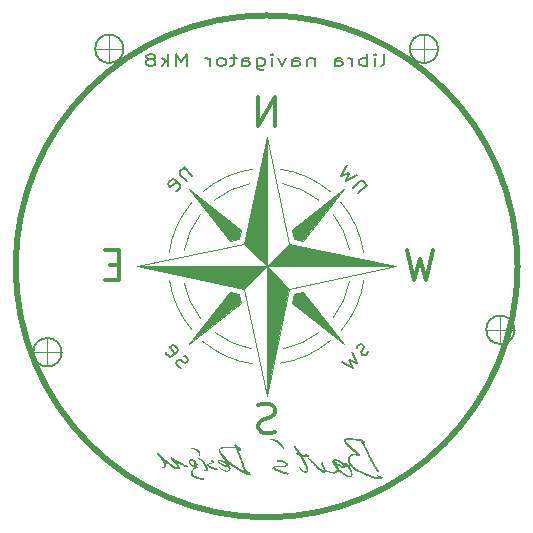
<source format=gbr>
%TF.GenerationSoftware,KiCad,Pcbnew,6.0.7-1.fc35*%
%TF.CreationDate,2022-12-05T21:33:06+01:00*%
%TF.ProjectId,Base,42617365-2e6b-4696-9361-645f70636258,rev?*%
%TF.SameCoordinates,Original*%
%TF.FileFunction,Legend,Bot*%
%TF.FilePolarity,Positive*%
%FSLAX46Y46*%
G04 Gerber Fmt 4.6, Leading zero omitted, Abs format (unit mm)*
G04 Created by KiCad (PCBNEW 6.0.7-1.fc35) date 2022-12-05 21:33:06*
%MOMM*%
%LPD*%
G01*
G04 APERTURE LIST*
%ADD10C,0.120000*%
%ADD11C,0.200000*%
%ADD12C,0.100000*%
%ADD13C,0.500000*%
%ADD14C,0.300000*%
%ADD15C,0.150000*%
G04 APERTURE END LIST*
D10*
X142261752Y-96150000D02*
X133161752Y-94250000D01*
X146061752Y-96150000D02*
X144161752Y-105250000D01*
X146361752Y-91200000D02*
X150711752Y-87700000D01*
X135947001Y-95394650D02*
G75*
G03*
X137861752Y-99625000I8214699J1169650D01*
G01*
X146361752Y-97350000D02*
X146461752Y-96550000D01*
X150711752Y-100800000D02*
X146361752Y-97350000D01*
X150481835Y-99670782D02*
G75*
G03*
X152411752Y-95375000I-6320135J5420782D01*
G01*
X162761752Y-99610000D02*
X165161752Y-99610000D01*
X152376502Y-93055350D02*
G75*
G03*
X150461752Y-88825000I-8214702J-1169650D01*
G01*
D11*
X126811752Y-101510000D02*
G75*
G03*
X126811752Y-101510000I-1200000J0D01*
G01*
D10*
X142992101Y-86010238D02*
G75*
G03*
X138761752Y-87925000I1169699J-8214762D01*
G01*
X138740993Y-100570055D02*
G75*
G03*
X143036752Y-102500000I5420807J6320055D01*
G01*
X151180567Y-92801259D02*
G75*
G03*
X149786752Y-89800000I-6993867J-1423741D01*
G01*
X137192936Y-95648741D02*
G75*
G03*
X138586752Y-98650000I6993864J1423741D01*
G01*
X150711752Y-87700000D02*
X147261752Y-92050000D01*
X137841670Y-88829218D02*
G75*
G03*
X135911752Y-93125000I6320130J-5420782D01*
G01*
D11*
X158691752Y-75820000D02*
G75*
G03*
X158691752Y-75820000I-1200000J0D01*
G01*
D10*
X142261752Y-96150000D02*
X144161752Y-94250000D01*
X157491752Y-74620000D02*
X157491752Y-77020000D01*
X144161752Y-83250000D02*
X146061752Y-92350000D01*
D12*
G36*
X141861752Y-96550000D02*
G01*
X141961752Y-97300000D01*
X137611752Y-100800000D01*
X141061752Y-96450000D01*
X141861752Y-96550000D01*
G37*
X141861752Y-96550000D02*
X141961752Y-97300000D01*
X137611752Y-100800000D01*
X141061752Y-96450000D01*
X141861752Y-96550000D01*
D10*
X145610499Y-101218846D02*
G75*
G03*
X148611752Y-99825000I-1423799J6993846D01*
G01*
X148585463Y-88626640D02*
G75*
G03*
X145486752Y-87225000I-4398663J-5598360D01*
G01*
X163961752Y-98410000D02*
X163961752Y-100810000D01*
X142763005Y-87231156D02*
G75*
G03*
X139761752Y-88625000I1423795J-6993844D01*
G01*
X139788039Y-99823362D02*
G75*
G03*
X142886752Y-101225000I4398661J5598362D01*
G01*
X141111752Y-92050000D02*
X141861752Y-91950000D01*
X137611752Y-87700000D02*
X141961752Y-91150000D01*
X124411752Y-101510000D02*
X126811752Y-101510000D01*
X129651752Y-75820000D02*
X132051752Y-75820000D01*
X147211752Y-96450000D02*
X150711752Y-100800000D01*
X141961752Y-97300000D02*
X137611752Y-100800000D01*
X133161752Y-94250000D02*
X142261752Y-92350000D01*
X146061752Y-96150000D02*
X144161752Y-94250000D01*
D11*
X132051752Y-75820000D02*
G75*
G03*
X132051752Y-75820000I-1200000J0D01*
G01*
D10*
X141961752Y-97300000D02*
X141861752Y-96550000D01*
X141961752Y-91150000D02*
X141861752Y-91950000D01*
X141061752Y-96450000D02*
X141861752Y-96550000D01*
X142261752Y-92350000D02*
X144161752Y-83250000D01*
X141111752Y-92050000D02*
X137611752Y-87700000D01*
X144161752Y-105250000D02*
X142261752Y-96150000D01*
X149785088Y-98623693D02*
G75*
G03*
X151186752Y-95525000I-5598288J4398693D01*
G01*
X145331397Y-102439714D02*
G75*
G03*
X149561752Y-100525000I-1169597J8214714D01*
G01*
X142261752Y-96150000D02*
X144161752Y-94250000D01*
D11*
X165161752Y-99610000D02*
G75*
G03*
X165161752Y-99610000I-1200000J0D01*
G01*
D10*
X146061752Y-96150000D02*
X144161752Y-94250000D01*
D12*
G36*
X150711752Y-100800000D02*
G01*
X146361752Y-97350000D01*
X146461752Y-96550000D01*
X147211752Y-96450000D01*
X150711752Y-100800000D01*
G37*
X150711752Y-100800000D02*
X146361752Y-97350000D01*
X146461752Y-96550000D01*
X147211752Y-96450000D01*
X150711752Y-100800000D01*
D10*
X137611752Y-100800000D02*
X141061752Y-96450000D01*
X146061752Y-92350000D02*
X144161752Y-94250000D01*
X156291752Y-75820000D02*
X158691752Y-75820000D01*
X147211752Y-96450000D02*
X146461752Y-96550000D01*
X138588416Y-89826308D02*
G75*
G03*
X137186752Y-92925000I5598284J-4398692D01*
G01*
D12*
G36*
X142261752Y-96150000D02*
G01*
X133161752Y-94250000D01*
X144161752Y-94250000D01*
X142261752Y-96150000D01*
G37*
X142261752Y-96150000D02*
X133161752Y-94250000D01*
X144161752Y-94250000D01*
X142261752Y-96150000D01*
D10*
X125611752Y-100310000D02*
X125611752Y-102710000D01*
D12*
G36*
X155161752Y-94250000D02*
G01*
X144161752Y-94250000D01*
X146061752Y-92350000D01*
X155161752Y-94250000D01*
G37*
X155161752Y-94250000D02*
X144161752Y-94250000D01*
X146061752Y-92350000D01*
X155161752Y-94250000D01*
D10*
X142261752Y-92350000D02*
X144161752Y-94250000D01*
D12*
G36*
X146061752Y-96150000D02*
G01*
X144161752Y-105250000D01*
X144161752Y-94250000D01*
X146061752Y-96150000D01*
G37*
X146061752Y-96150000D02*
X144161752Y-105250000D01*
X144161752Y-94250000D01*
X146061752Y-96150000D01*
D10*
X142261752Y-92350000D02*
X144161752Y-94250000D01*
D13*
X165420000Y-94240000D02*
G75*
G03*
X165420000Y-94240000I-21248248J0D01*
G01*
D10*
X146061752Y-92350000D02*
X144161752Y-94250000D01*
X149582509Y-87929947D02*
G75*
G03*
X145286752Y-86000000I-5420809J-6320053D01*
G01*
D12*
G36*
X147261752Y-92050000D02*
G01*
X146461752Y-91950000D01*
X146361752Y-91200000D01*
X150711752Y-87700000D01*
X147261752Y-92050000D01*
G37*
X147261752Y-92050000D02*
X146461752Y-91950000D01*
X146361752Y-91200000D01*
X150711752Y-87700000D01*
X147261752Y-92050000D01*
D10*
X155161752Y-94250000D02*
X146061752Y-96150000D01*
D12*
G36*
X141961752Y-91150000D02*
G01*
X141861752Y-91950000D01*
X141111752Y-92050000D01*
X137611752Y-87700000D01*
X141961752Y-91150000D01*
G37*
X141961752Y-91150000D02*
X141861752Y-91950000D01*
X141111752Y-92050000D01*
X137611752Y-87700000D01*
X141961752Y-91150000D01*
D10*
X130851752Y-74620000D02*
X130851752Y-77020000D01*
D12*
G36*
X144161752Y-94250000D02*
G01*
X142261752Y-92350000D01*
X144161752Y-83250000D01*
X144161752Y-94250000D01*
G37*
X144161752Y-94250000D02*
X142261752Y-92350000D01*
X144161752Y-83250000D01*
X144161752Y-94250000D01*
D10*
X147261752Y-92050000D02*
X146461752Y-91950000D01*
X146061752Y-92350000D02*
X155161752Y-94250000D01*
X146361752Y-91200000D02*
X146461752Y-91950000D01*
D14*
X131707466Y-94081428D02*
X130874132Y-94081428D01*
X130516990Y-95390952D02*
X131707466Y-95390952D01*
X131707466Y-92890952D01*
X130516990Y-92890952D01*
D15*
X136939290Y-102811167D02*
X136787767Y-102760660D01*
X136585736Y-102558629D01*
X136535229Y-102407106D01*
X136585736Y-102255583D01*
X136636244Y-102205076D01*
X136787767Y-102154568D01*
X136939290Y-102205076D01*
X137090813Y-102356599D01*
X137242335Y-102407106D01*
X137393858Y-102356599D01*
X137444366Y-102306091D01*
X137494874Y-102154568D01*
X137444366Y-102003045D01*
X137292843Y-101851522D01*
X137141320Y-101801015D01*
X135626091Y-101497969D02*
X135676599Y-101649492D01*
X135878629Y-101851522D01*
X136030152Y-101902030D01*
X136181675Y-101851522D01*
X136585736Y-101447461D01*
X136636244Y-101295938D01*
X136585736Y-101144416D01*
X136383706Y-100942385D01*
X136232183Y-100891877D01*
X136080660Y-100942385D01*
X135979645Y-101043400D01*
X136383706Y-101649492D01*
X152646904Y-87355583D02*
X151939797Y-88062690D01*
X152545889Y-87456599D02*
X152545889Y-87355583D01*
X152495381Y-87204061D01*
X152343858Y-87052538D01*
X152192335Y-87002030D01*
X152040813Y-87052538D01*
X151485229Y-87608122D01*
X151788274Y-86496954D02*
X150879137Y-87002030D01*
X151182183Y-86294923D01*
X150475076Y-86597969D01*
X150980152Y-85688832D01*
D14*
X144886037Y-108251904D02*
X144528894Y-108370952D01*
X143933656Y-108370952D01*
X143695561Y-108251904D01*
X143576513Y-108132857D01*
X143457466Y-107894761D01*
X143457466Y-107656666D01*
X143576513Y-107418571D01*
X143695561Y-107299523D01*
X143933656Y-107180476D01*
X144409847Y-107061428D01*
X144647942Y-106942380D01*
X144766990Y-106823333D01*
X144886037Y-106585238D01*
X144886037Y-106347142D01*
X144766990Y-106109047D01*
X144647942Y-105990000D01*
X144409847Y-105870952D01*
X143814609Y-105870952D01*
X143457466Y-105990000D01*
D11*
X153893333Y-77262380D02*
X154026666Y-77214761D01*
X154093333Y-77119523D01*
X154093333Y-76262380D01*
X153360000Y-77262380D02*
X153360000Y-76595714D01*
X153360000Y-76262380D02*
X153426666Y-76310000D01*
X153360000Y-76357619D01*
X153293333Y-76310000D01*
X153360000Y-76262380D01*
X153360000Y-76357619D01*
X152693333Y-77262380D02*
X152693333Y-76262380D01*
X152693333Y-76643333D02*
X152560000Y-76595714D01*
X152293333Y-76595714D01*
X152160000Y-76643333D01*
X152093333Y-76690952D01*
X152026666Y-76786190D01*
X152026666Y-77071904D01*
X152093333Y-77167142D01*
X152160000Y-77214761D01*
X152293333Y-77262380D01*
X152560000Y-77262380D01*
X152693333Y-77214761D01*
X151426666Y-77262380D02*
X151426666Y-76595714D01*
X151426666Y-76786190D02*
X151360000Y-76690952D01*
X151293333Y-76643333D01*
X151160000Y-76595714D01*
X151026666Y-76595714D01*
X149960000Y-77262380D02*
X149960000Y-76738571D01*
X150026666Y-76643333D01*
X150160000Y-76595714D01*
X150426666Y-76595714D01*
X150560000Y-76643333D01*
X149960000Y-77214761D02*
X150093333Y-77262380D01*
X150426666Y-77262380D01*
X150560000Y-77214761D01*
X150626666Y-77119523D01*
X150626666Y-77024285D01*
X150560000Y-76929047D01*
X150426666Y-76881428D01*
X150093333Y-76881428D01*
X149960000Y-76833809D01*
X148226666Y-76595714D02*
X148226666Y-77262380D01*
X148226666Y-76690952D02*
X148160000Y-76643333D01*
X148026666Y-76595714D01*
X147826666Y-76595714D01*
X147693333Y-76643333D01*
X147626666Y-76738571D01*
X147626666Y-77262380D01*
X146360000Y-77262380D02*
X146360000Y-76738571D01*
X146426666Y-76643333D01*
X146560000Y-76595714D01*
X146826666Y-76595714D01*
X146960000Y-76643333D01*
X146360000Y-77214761D02*
X146493333Y-77262380D01*
X146826666Y-77262380D01*
X146960000Y-77214761D01*
X147026666Y-77119523D01*
X147026666Y-77024285D01*
X146960000Y-76929047D01*
X146826666Y-76881428D01*
X146493333Y-76881428D01*
X146360000Y-76833809D01*
X145826666Y-76595714D02*
X145493333Y-77262380D01*
X145160000Y-76595714D01*
X144626666Y-77262380D02*
X144626666Y-76595714D01*
X144626666Y-76262380D02*
X144693333Y-76310000D01*
X144626666Y-76357619D01*
X144560000Y-76310000D01*
X144626666Y-76262380D01*
X144626666Y-76357619D01*
X143360000Y-76595714D02*
X143360000Y-77405238D01*
X143426666Y-77500476D01*
X143493333Y-77548095D01*
X143626666Y-77595714D01*
X143826666Y-77595714D01*
X143960000Y-77548095D01*
X143360000Y-77214761D02*
X143493333Y-77262380D01*
X143760000Y-77262380D01*
X143893333Y-77214761D01*
X143960000Y-77167142D01*
X144026666Y-77071904D01*
X144026666Y-76786190D01*
X143960000Y-76690952D01*
X143893333Y-76643333D01*
X143760000Y-76595714D01*
X143493333Y-76595714D01*
X143360000Y-76643333D01*
X142093333Y-77262380D02*
X142093333Y-76738571D01*
X142160000Y-76643333D01*
X142293333Y-76595714D01*
X142560000Y-76595714D01*
X142693333Y-76643333D01*
X142093333Y-77214761D02*
X142226666Y-77262380D01*
X142560000Y-77262380D01*
X142693333Y-77214761D01*
X142760000Y-77119523D01*
X142760000Y-77024285D01*
X142693333Y-76929047D01*
X142560000Y-76881428D01*
X142226666Y-76881428D01*
X142093333Y-76833809D01*
X141626666Y-76595714D02*
X141093333Y-76595714D01*
X141426666Y-76262380D02*
X141426666Y-77119523D01*
X141360000Y-77214761D01*
X141226666Y-77262380D01*
X141093333Y-77262380D01*
X140426666Y-77262380D02*
X140560000Y-77214761D01*
X140626666Y-77167142D01*
X140693333Y-77071904D01*
X140693333Y-76786190D01*
X140626666Y-76690952D01*
X140560000Y-76643333D01*
X140426666Y-76595714D01*
X140226666Y-76595714D01*
X140093333Y-76643333D01*
X140026666Y-76690952D01*
X139960000Y-76786190D01*
X139960000Y-77071904D01*
X140026666Y-77167142D01*
X140093333Y-77214761D01*
X140226666Y-77262380D01*
X140426666Y-77262380D01*
X139360000Y-77262380D02*
X139360000Y-76595714D01*
X139360000Y-76786190D02*
X139293333Y-76690952D01*
X139226666Y-76643333D01*
X139093333Y-76595714D01*
X138960000Y-76595714D01*
X137426666Y-77262380D02*
X137426666Y-76262380D01*
X136960000Y-76976666D01*
X136493333Y-76262380D01*
X136493333Y-77262380D01*
X135826666Y-77262380D02*
X135826666Y-76262380D01*
X135693333Y-76881428D02*
X135293333Y-77262380D01*
X135293333Y-76595714D02*
X135826666Y-76976666D01*
X134493333Y-76690952D02*
X134626666Y-76643333D01*
X134693333Y-76595714D01*
X134760000Y-76500476D01*
X134760000Y-76452857D01*
X134693333Y-76357619D01*
X134626666Y-76310000D01*
X134493333Y-76262380D01*
X134226666Y-76262380D01*
X134093333Y-76310000D01*
X134026666Y-76357619D01*
X133960000Y-76452857D01*
X133960000Y-76500476D01*
X134026666Y-76595714D01*
X134093333Y-76643333D01*
X134226666Y-76690952D01*
X134493333Y-76690952D01*
X134626666Y-76738571D01*
X134693333Y-76786190D01*
X134760000Y-76881428D01*
X134760000Y-77071904D01*
X134693333Y-77167142D01*
X134626666Y-77214761D01*
X134493333Y-77262380D01*
X134226666Y-77262380D01*
X134093333Y-77214761D01*
X134026666Y-77167142D01*
X133960000Y-77071904D01*
X133960000Y-76881428D01*
X134026666Y-76786190D01*
X134093333Y-76738571D01*
X134226666Y-76690952D01*
D15*
X152823935Y-101371446D02*
X152773427Y-101522969D01*
X152571396Y-101725000D01*
X152419874Y-101775507D01*
X152268351Y-101724999D01*
X152217843Y-101674492D01*
X152167335Y-101522969D01*
X152217843Y-101371446D01*
X152369366Y-101219923D01*
X152419874Y-101068400D01*
X152369366Y-100916877D01*
X152318858Y-100866370D01*
X152167335Y-100815862D01*
X152015813Y-100866370D01*
X151864290Y-101017893D01*
X151813782Y-101169416D01*
X151359213Y-101522969D02*
X151864290Y-102432106D01*
X151157183Y-102129061D01*
X151460229Y-102836167D01*
X150551091Y-102331091D01*
D14*
X144876037Y-82380952D02*
X144876037Y-79880952D01*
X143447466Y-82380952D01*
X143447466Y-79880952D01*
X158223180Y-92870952D02*
X157627942Y-95370952D01*
X157151752Y-93585238D01*
X156675561Y-95370952D01*
X156080323Y-92870952D01*
D15*
X137166320Y-85865862D02*
X137873427Y-86572969D01*
X137267335Y-85966877D02*
X137166320Y-85966877D01*
X137014797Y-86017385D01*
X136863274Y-86168908D01*
X136812767Y-86320431D01*
X136863274Y-86471954D01*
X137418858Y-87027538D01*
X136459213Y-87886167D02*
X136610736Y-87835660D01*
X136812767Y-87633629D01*
X136863274Y-87482106D01*
X136812767Y-87330583D01*
X136408706Y-86926522D01*
X136257183Y-86876015D01*
X136105660Y-86926522D01*
X135903629Y-87128553D01*
X135853122Y-87280076D01*
X135903629Y-87431599D01*
X136004645Y-87532614D01*
X136610736Y-87128553D01*
%TO.C,G\u002A\u002A\u002A*%
G36*
X147363555Y-110561160D02*
G01*
X147378603Y-110588814D01*
X147393160Y-110609816D01*
X147404091Y-110626674D01*
X147413826Y-110653402D01*
X147420964Y-110676324D01*
X147434397Y-110702810D01*
X147435007Y-110703748D01*
X147444433Y-110721961D01*
X147445519Y-110732295D01*
X147445120Y-110732946D01*
X147449241Y-110743354D01*
X147462963Y-110759644D01*
X147476932Y-110778682D01*
X147485359Y-110810532D01*
X147488326Y-110830786D01*
X147499392Y-110839024D01*
X147507178Y-110841953D01*
X147513425Y-110856341D01*
X147516692Y-110870117D01*
X147526811Y-110895726D01*
X147540925Y-110925834D01*
X147556094Y-110954224D01*
X147569378Y-110974677D01*
X147570077Y-110975664D01*
X147577003Y-110992195D01*
X147583520Y-111016777D01*
X147593381Y-111048173D01*
X147607989Y-111078691D01*
X147609756Y-111081675D01*
X147621066Y-111104918D01*
X147625690Y-111122129D01*
X147626965Y-111128825D01*
X147638412Y-111141277D01*
X147642667Y-111144638D01*
X147652892Y-111162236D01*
X147661796Y-111188500D01*
X147665371Y-111201286D01*
X147674096Y-111224720D01*
X147681818Y-111236626D01*
X147687432Y-111244314D01*
X147691178Y-111263377D01*
X147692942Y-111277406D01*
X147700443Y-111293607D01*
X147704950Y-111306087D01*
X147701133Y-111332774D01*
X147700474Y-111335170D01*
X147697274Y-111356166D01*
X147700106Y-111367341D01*
X147705908Y-111374388D01*
X147711996Y-111395080D01*
X147712879Y-111418773D01*
X147707521Y-111435906D01*
X147703782Y-111446478D01*
X147716719Y-111453111D01*
X147727602Y-111456950D01*
X147730831Y-111465199D01*
X147722993Y-111483043D01*
X147714263Y-111504584D01*
X147709912Y-111526648D01*
X147709762Y-111529151D01*
X147703576Y-111550881D01*
X147691144Y-111575990D01*
X147688575Y-111580344D01*
X147677121Y-111604075D01*
X147672468Y-111621523D01*
X147672215Y-111623970D01*
X147662740Y-111642078D01*
X147643308Y-111664346D01*
X147619049Y-111686087D01*
X147595091Y-111702609D01*
X147576564Y-111709222D01*
X147562217Y-111711020D01*
X147541492Y-111719129D01*
X147537480Y-111721194D01*
X147513980Y-111725453D01*
X147479419Y-111725856D01*
X147439271Y-111722935D01*
X147399014Y-111717222D01*
X147364122Y-111709251D01*
X147340074Y-111699553D01*
X147336156Y-111697202D01*
X147312838Y-111685696D01*
X147295808Y-111681013D01*
X147289133Y-111679840D01*
X147276890Y-111669318D01*
X147274818Y-111666065D01*
X147259862Y-111653119D01*
X147236760Y-111638913D01*
X147219650Y-111627979D01*
X147192370Y-111606410D01*
X147162272Y-111579517D01*
X147132826Y-111550723D01*
X147107499Y-111523452D01*
X147089759Y-111501130D01*
X147083075Y-111487179D01*
X147080138Y-111478809D01*
X147065609Y-111468874D01*
X147063010Y-111467899D01*
X147048377Y-111453398D01*
X147036152Y-111427973D01*
X147022582Y-111400607D01*
X146989086Y-111368428D01*
X146979367Y-111361502D01*
X146961412Y-111345162D01*
X146954529Y-111333023D01*
X146954593Y-111312773D01*
X146949674Y-111287195D01*
X146938066Y-111278729D01*
X146928913Y-111274151D01*
X146924033Y-111255340D01*
X146927190Y-111238926D01*
X146940405Y-111232080D01*
X146944947Y-111232209D01*
X146970441Y-111235991D01*
X146990651Y-111243306D01*
X146998876Y-111251885D01*
X147000818Y-111259703D01*
X147010953Y-111278988D01*
X147025813Y-111300540D01*
X147040896Y-111318095D01*
X147051701Y-111325390D01*
X147056188Y-111326908D01*
X147071871Y-111338674D01*
X147091176Y-111358250D01*
X147100068Y-111367582D01*
X147120774Y-111384351D01*
X147136715Y-111390994D01*
X147138380Y-111391104D01*
X147154293Y-111401941D01*
X147169959Y-111428974D01*
X147172569Y-111434540D01*
X147191747Y-111463018D01*
X147214206Y-111482768D01*
X147216827Y-111484289D01*
X147234708Y-111496708D01*
X147242059Y-111505598D01*
X147247118Y-111510058D01*
X147264005Y-111512615D01*
X147278964Y-111516107D01*
X147295873Y-111534522D01*
X147297359Y-111537350D01*
X147314376Y-111556118D01*
X147338722Y-111572026D01*
X147344324Y-111574823D01*
X147365080Y-111587952D01*
X147375426Y-111599133D01*
X147379393Y-111603265D01*
X147399352Y-111609268D01*
X147432706Y-111612196D01*
X147449246Y-111612466D01*
X147476235Y-111610368D01*
X147495779Y-111602623D01*
X147515565Y-111586881D01*
X147521875Y-111580817D01*
X147539736Y-111559923D01*
X147548762Y-111543331D01*
X147551057Y-111523206D01*
X147551432Y-111491743D01*
X147549824Y-111457702D01*
X147546591Y-111428172D01*
X147542088Y-111410242D01*
X147540750Y-111407283D01*
X147534217Y-111385988D01*
X147528415Y-111358250D01*
X147526306Y-111346167D01*
X147517765Y-111306344D01*
X147508298Y-111272903D01*
X147499173Y-111249879D01*
X147491658Y-111241307D01*
X147487619Y-111234774D01*
X147489397Y-111217135D01*
X147491384Y-111201515D01*
X147486495Y-111198506D01*
X147485610Y-111198899D01*
X147477753Y-111192901D01*
X147471001Y-111174341D01*
X147462480Y-111147607D01*
X147448495Y-111118355D01*
X147441844Y-111108212D01*
X147430976Y-111098823D01*
X147420733Y-111103542D01*
X147411871Y-111109853D01*
X147411258Y-111100976D01*
X147411111Y-111084899D01*
X147406535Y-111062536D01*
X147399373Y-111043521D01*
X147391882Y-111035488D01*
X147386038Y-111030785D01*
X147378863Y-111014438D01*
X147377060Y-111008329D01*
X147371563Y-110999740D01*
X147363882Y-111007421D01*
X147358187Y-111014913D01*
X147354703Y-111015105D01*
X147357492Y-111004798D01*
X147366077Y-110988169D01*
X147370172Y-110980791D01*
X147371241Y-110967199D01*
X147357892Y-110953213D01*
X147342821Y-110935193D01*
X147331413Y-110909242D01*
X147321973Y-110881188D01*
X147306730Y-110863869D01*
X147286300Y-110863236D01*
X147277541Y-110865441D01*
X147271143Y-110861600D01*
X147273864Y-110844344D01*
X147275693Y-110827489D01*
X147265783Y-110805220D01*
X147256552Y-110789929D01*
X147251473Y-110765383D01*
X147247364Y-110741408D01*
X147235427Y-110725128D01*
X147218867Y-110723323D01*
X147217297Y-110723720D01*
X147208089Y-110715890D01*
X147201311Y-110690632D01*
X147199852Y-110682847D01*
X147192911Y-110660648D01*
X147185007Y-110650030D01*
X147184100Y-110649614D01*
X147176206Y-110637275D01*
X147170960Y-110614943D01*
X147170860Y-110614091D01*
X147165629Y-110586523D01*
X147158473Y-110577165D01*
X147149077Y-110585595D01*
X147147904Y-110587377D01*
X147141133Y-110590262D01*
X147134944Y-110575969D01*
X147132180Y-110567081D01*
X147126829Y-110553683D01*
X147139208Y-110553683D01*
X147143886Y-110558361D01*
X147148563Y-110553683D01*
X147143886Y-110549005D01*
X147139208Y-110553683D01*
X147126829Y-110553683D01*
X147119270Y-110534756D01*
X147102799Y-110501673D01*
X147086024Y-110473968D01*
X147072203Y-110457778D01*
X147072150Y-110457739D01*
X147059129Y-110440577D01*
X147049845Y-110415817D01*
X147047902Y-110409204D01*
X147033593Y-110382225D01*
X147012653Y-110357357D01*
X147007817Y-110352711D01*
X146983205Y-110324715D01*
X146963693Y-110296409D01*
X146960927Y-110291747D01*
X146944485Y-110271946D01*
X146929453Y-110265052D01*
X146928023Y-110265085D01*
X146910308Y-110258542D01*
X146890292Y-110243106D01*
X146886537Y-110239471D01*
X146865273Y-110225601D01*
X146843263Y-110225720D01*
X146838888Y-110226728D01*
X146822332Y-110226047D01*
X146814576Y-110212583D01*
X146809723Y-110201316D01*
X146799767Y-110193499D01*
X146791273Y-110190872D01*
X146775131Y-110179515D01*
X146752897Y-110159672D01*
X146726698Y-110139268D01*
X146706555Y-110126923D01*
X146696123Y-110125153D01*
X146692896Y-110125894D01*
X146690147Y-110115537D01*
X146690040Y-110113429D01*
X146682226Y-110102963D01*
X146659742Y-110099647D01*
X146640997Y-110098821D01*
X146636631Y-110095203D01*
X146646352Y-110086451D01*
X146664235Y-110078661D01*
X146692122Y-110081800D01*
X146692783Y-110081988D01*
X146715135Y-110086149D01*
X146729133Y-110084945D01*
X146732369Y-110083846D01*
X146734817Y-110091063D01*
X146734961Y-110096374D01*
X146744923Y-110106898D01*
X146753234Y-110106084D01*
X146751309Y-110091696D01*
X146749013Y-110078528D01*
X146754042Y-110072288D01*
X146765306Y-110078893D01*
X146779321Y-110097606D01*
X146781399Y-110101110D01*
X146788920Y-110111546D01*
X146789492Y-110107544D01*
X146789805Y-110096143D01*
X146804536Y-110088833D01*
X146816863Y-110084661D01*
X146828684Y-110072726D01*
X146829011Y-110064888D01*
X146818022Y-110065301D01*
X146809670Y-110067117D01*
X146798088Y-110063094D01*
X146797515Y-110058377D01*
X146807144Y-110049763D01*
X146808044Y-110049400D01*
X146819140Y-110039964D01*
X146819854Y-110030179D01*
X146809429Y-110027440D01*
X146802178Y-110024545D01*
X146797735Y-110009502D01*
X146796326Y-110001797D01*
X146785520Y-109979409D01*
X146767548Y-109955053D01*
X146757532Y-109943291D01*
X146743408Y-109924646D01*
X146738251Y-109914520D01*
X146738691Y-109910664D01*
X146734826Y-109891086D01*
X146718213Y-109884769D01*
X146703623Y-109880892D01*
X146700671Y-109870451D01*
X146713891Y-109859950D01*
X146714079Y-109859877D01*
X146719154Y-109853663D01*
X146711805Y-109841894D01*
X146690503Y-109822093D01*
X146676437Y-109809091D01*
X146659382Y-109789670D01*
X146652725Y-109776453D01*
X146651104Y-109770264D01*
X146638692Y-109763149D01*
X146632230Y-109762045D01*
X146624659Y-109753385D01*
X146624430Y-109751786D01*
X146616551Y-109737398D01*
X146600934Y-109718302D01*
X146599199Y-109716401D01*
X146584743Y-109694454D01*
X146581447Y-109676227D01*
X146581966Y-109674028D01*
X146580521Y-109663841D01*
X146566462Y-109665572D01*
X146557580Y-109667824D01*
X146550419Y-109664083D01*
X146552014Y-109646682D01*
X146551485Y-109624847D01*
X146536379Y-109608315D01*
X146516489Y-109588808D01*
X146496089Y-109556776D01*
X146480918Y-109521043D01*
X146474972Y-109489355D01*
X146475759Y-109476270D01*
X146486708Y-109447989D01*
X146511321Y-109431625D01*
X146550587Y-109426353D01*
X146574993Y-109427503D01*
X146596737Y-109433907D01*
X146612381Y-109448151D01*
X146627672Y-109462268D01*
X146641126Y-109466082D01*
X146647332Y-109466467D01*
X146652725Y-109477924D01*
X146653960Y-109488029D01*
X146667133Y-109519122D01*
X146693082Y-109556108D01*
X146729764Y-109595860D01*
X146751650Y-109618315D01*
X146768069Y-109637681D01*
X146774346Y-109648653D01*
X146775984Y-109653761D01*
X146788379Y-109663622D01*
X146794873Y-109667558D01*
X146802412Y-109681647D01*
X146802434Y-109682208D01*
X146809618Y-109697017D01*
X146825801Y-109714623D01*
X146825977Y-109714776D01*
X146842377Y-109735686D01*
X146849190Y-109757408D01*
X146851894Y-109772597D01*
X146861202Y-109784467D01*
X146867049Y-109789075D01*
X146880677Y-109806957D01*
X146895604Y-109832610D01*
X146903986Y-109847462D01*
X146918721Y-109866597D01*
X146929743Y-109871635D01*
X146939415Y-109875051D01*
X146947256Y-109893372D01*
X146957508Y-109916863D01*
X146975949Y-109939554D01*
X146976420Y-109939967D01*
X146992297Y-109958005D01*
X146998876Y-109973584D01*
X146999909Y-109980093D01*
X147007958Y-109987679D01*
X147014279Y-109992672D01*
X147026490Y-110010672D01*
X147040500Y-110037272D01*
X147058686Y-110069781D01*
X147080711Y-110099396D01*
X147102146Y-110120174D01*
X147119423Y-110128011D01*
X147125304Y-110129983D01*
X147138635Y-110141353D01*
X147145599Y-110147093D01*
X147170427Y-110159032D01*
X147206270Y-110171011D01*
X147248187Y-110181489D01*
X147291234Y-110188925D01*
X147306006Y-110191328D01*
X147327303Y-110197236D01*
X147335672Y-110203427D01*
X147337251Y-110207462D01*
X147349705Y-110212210D01*
X147356203Y-110210879D01*
X147363882Y-110200515D01*
X147364805Y-110195181D01*
X147370898Y-110198489D01*
X147371194Y-110198871D01*
X147385175Y-110204988D01*
X147408177Y-110206675D01*
X147425141Y-110205757D01*
X147443422Y-110203871D01*
X147447877Y-110200833D01*
X147441662Y-110195601D01*
X147432801Y-110184616D01*
X147424401Y-110163498D01*
X147422004Y-110147478D01*
X147428638Y-110137261D01*
X147449387Y-110129854D01*
X147452445Y-110129050D01*
X147478136Y-110126253D01*
X147496037Y-110134564D01*
X147509319Y-110142764D01*
X147533854Y-110150176D01*
X147549634Y-110152961D01*
X147566771Y-110159032D01*
X147573416Y-110161390D01*
X147592102Y-110159784D01*
X147601016Y-110158447D01*
X147606980Y-110168068D01*
X147610786Y-110175221D01*
X147629357Y-110185549D01*
X147659569Y-110193864D01*
X147697150Y-110198714D01*
X147719548Y-110204198D01*
X147743859Y-110216293D01*
X147766069Y-110231961D01*
X147782533Y-110248188D01*
X147789609Y-110261960D01*
X147783651Y-110270262D01*
X147781333Y-110272233D01*
X147776077Y-110287751D01*
X147773721Y-110312748D01*
X147773106Y-110328083D01*
X147769523Y-110342679D01*
X147759888Y-110352299D01*
X147741045Y-110358480D01*
X147709838Y-110362760D01*
X147663112Y-110366678D01*
X147662123Y-110366754D01*
X147625959Y-110369875D01*
X147581026Y-110374201D01*
X147536814Y-110378819D01*
X147527989Y-110379730D01*
X147491979Y-110382280D01*
X147463452Y-110382512D01*
X147447937Y-110380333D01*
X147442103Y-110378161D01*
X147419225Y-110372459D01*
X147389866Y-110367257D01*
X147383458Y-110366358D01*
X147358238Y-110364475D01*
X147343785Y-110368574D01*
X147333821Y-110380094D01*
X147327693Y-110388797D01*
X147316682Y-110398452D01*
X147312027Y-110395350D01*
X147317499Y-110379603D01*
X147323298Y-110362720D01*
X147316658Y-110349198D01*
X147307919Y-110343450D01*
X147300979Y-110350202D01*
X147297209Y-110355669D01*
X147281566Y-110361897D01*
X147272197Y-110363899D01*
X147277343Y-110372798D01*
X147282861Y-110382834D01*
X147273626Y-110394387D01*
X147272133Y-110395510D01*
X147265557Y-110404037D01*
X147269243Y-110415624D01*
X147284573Y-110435456D01*
X147290006Y-110441538D01*
X147309090Y-110457329D01*
X147323302Y-110460785D01*
X147329102Y-110459697D01*
X147332986Y-110466860D01*
X147330351Y-110488336D01*
X147328418Y-110512623D01*
X147334782Y-110520939D01*
X147337577Y-110521849D01*
X147348925Y-110534078D01*
X147359856Y-110553683D01*
X147361160Y-110556022D01*
X147363555Y-110561160D01*
G37*
G36*
X145667287Y-109813044D02*
G01*
X145668750Y-109815858D01*
X145661050Y-109819281D01*
X145656097Y-109818606D01*
X145654813Y-109813044D01*
X145656184Y-109811925D01*
X145667287Y-109813044D01*
G37*
G36*
X140448596Y-110988711D02*
G01*
X140447292Y-111001580D01*
X140443878Y-111000405D01*
X140442642Y-110996170D01*
X140443878Y-110977016D01*
X140447126Y-110975429D01*
X140448596Y-110988711D01*
G37*
G36*
X138862205Y-111481786D02*
G01*
X138869005Y-111494456D01*
X138868738Y-111496545D01*
X138859650Y-111503259D01*
X138855179Y-111501474D01*
X138850295Y-111488674D01*
X138851641Y-111481992D01*
X138859650Y-111479871D01*
X138862205Y-111481786D01*
G37*
G36*
X138728289Y-111323454D02*
G01*
X138742060Y-111326227D01*
X138756080Y-111334391D01*
X138751793Y-111346045D01*
X138748605Y-111348339D01*
X138731346Y-111350562D01*
X138712735Y-111345007D01*
X138702687Y-111334087D01*
X138702251Y-111329311D01*
X138708382Y-111322581D01*
X138728289Y-111323454D01*
G37*
G36*
X150890737Y-109374898D02*
G01*
X150886059Y-109379576D01*
X150881381Y-109374898D01*
X150886059Y-109370221D01*
X150890737Y-109374898D01*
G37*
G36*
X145679760Y-109786537D02*
G01*
X145675083Y-109791215D01*
X145670405Y-109786537D01*
X145675083Y-109781860D01*
X145679760Y-109786537D01*
G37*
G36*
X135450348Y-111302499D02*
G01*
X135427851Y-111313030D01*
X135397681Y-111324922D01*
X135369349Y-111334782D01*
X135348457Y-111339886D01*
X135335336Y-111338728D01*
X135324889Y-111331790D01*
X135318628Y-111327556D01*
X135294782Y-111318044D01*
X135264825Y-111311242D01*
X135249996Y-111308589D01*
X135228739Y-111302561D01*
X135220387Y-111296671D01*
X135217510Y-111293168D01*
X135204015Y-111294433D01*
X135193771Y-111296546D01*
X135195710Y-111292762D01*
X135239097Y-111292762D01*
X135243775Y-111297440D01*
X135248453Y-111292762D01*
X135243775Y-111288084D01*
X135239097Y-111292762D01*
X135195710Y-111292762D01*
X135197332Y-111289596D01*
X135198124Y-111288885D01*
X135213646Y-111283107D01*
X135241711Y-111277831D01*
X135276853Y-111274120D01*
X135292544Y-111272952D01*
X135348513Y-111266870D01*
X135390151Y-111257906D01*
X135420973Y-111244664D01*
X135444494Y-111225750D01*
X135464227Y-111199769D01*
X135473651Y-111184540D01*
X135484152Y-111163889D01*
X135489332Y-111143562D01*
X135490476Y-111117234D01*
X135488872Y-111078578D01*
X135484720Y-111026174D01*
X135477256Y-110974035D01*
X135467533Y-110934822D01*
X135456114Y-110911409D01*
X135448224Y-110896694D01*
X135441239Y-110872853D01*
X135435179Y-110851408D01*
X135423392Y-110826366D01*
X135421832Y-110823853D01*
X135409834Y-110799689D01*
X135398758Y-110770970D01*
X135397301Y-110766699D01*
X135385404Y-110743875D01*
X135371612Y-110738226D01*
X135365556Y-110738194D01*
X135357232Y-110729294D01*
X135353121Y-110705437D01*
X135352799Y-110702595D01*
X135345724Y-110679509D01*
X135332698Y-110655264D01*
X135317079Y-110634439D01*
X135302222Y-110621612D01*
X135291483Y-110621359D01*
X135289238Y-110622654D01*
X135285875Y-110615674D01*
X135285228Y-110612071D01*
X135277017Y-110594413D01*
X135263063Y-110571958D01*
X135248074Y-110551844D01*
X135236759Y-110541209D01*
X135232912Y-110536546D01*
X135229742Y-110520159D01*
X135227240Y-110509971D01*
X135215709Y-110502228D01*
X135209284Y-110501448D01*
X135201559Y-110495211D01*
X135197814Y-110488197D01*
X135184223Y-110470744D01*
X135164137Y-110448028D01*
X135148264Y-110429801D01*
X135132809Y-110408850D01*
X135126832Y-110395989D01*
X135121411Y-110386272D01*
X135104972Y-110366125D01*
X135080157Y-110338957D01*
X135049650Y-110307833D01*
X135038603Y-110296907D01*
X134998200Y-110256694D01*
X134969089Y-110227090D01*
X134949509Y-110206146D01*
X134937702Y-110191917D01*
X134931908Y-110182453D01*
X134930368Y-110175808D01*
X134929875Y-110172653D01*
X134919993Y-110165432D01*
X134906485Y-110160394D01*
X134887578Y-110144176D01*
X134871749Y-110123213D01*
X134865042Y-110104232D01*
X134867007Y-110095544D01*
X134878917Y-110073819D01*
X134898069Y-110049945D01*
X134917588Y-110031336D01*
X134942985Y-110016527D01*
X134975251Y-110009679D01*
X135019245Y-110004600D01*
X135072035Y-110069089D01*
X135079748Y-110078333D01*
X135108797Y-110110626D01*
X135136761Y-110138418D01*
X135158509Y-110156522D01*
X135167423Y-110162843D01*
X135185171Y-110177400D01*
X135192256Y-110186482D01*
X135196208Y-110195149D01*
X135208692Y-110210785D01*
X135224562Y-110229188D01*
X135242747Y-110252884D01*
X135243400Y-110253789D01*
X135259146Y-110270706D01*
X135272521Y-110277698D01*
X135279814Y-110280220D01*
X135290221Y-110294070D01*
X135293021Y-110299435D01*
X135308286Y-110317137D01*
X135330612Y-110336223D01*
X135332510Y-110337630D01*
X135377757Y-110371692D01*
X135409600Y-110397007D01*
X135430002Y-110415334D01*
X135440929Y-110428434D01*
X135444345Y-110438065D01*
X135450503Y-110449598D01*
X135468306Y-110459293D01*
X135483704Y-110466824D01*
X135491694Y-110479894D01*
X135495190Y-110489356D01*
X135510405Y-110499517D01*
X135521357Y-110503590D01*
X135529116Y-110510752D01*
X135535428Y-110518542D01*
X135553132Y-110534039D01*
X135578232Y-110553582D01*
X135601903Y-110571760D01*
X135630754Y-110595359D01*
X135651495Y-110613976D01*
X135654007Y-110616428D01*
X135679462Y-110639273D01*
X135706650Y-110661270D01*
X135706697Y-110661306D01*
X135729353Y-110679824D01*
X135758914Y-110705855D01*
X135788993Y-110733775D01*
X135793626Y-110738178D01*
X135818589Y-110760869D01*
X135837997Y-110776848D01*
X135847977Y-110782891D01*
X135851955Y-110784035D01*
X135863108Y-110794810D01*
X135864456Y-110796720D01*
X135880969Y-110812418D01*
X135908365Y-110832663D01*
X135941803Y-110853825D01*
X135960192Y-110867674D01*
X135980575Y-110887134D01*
X135988370Y-110894630D01*
X136014309Y-110914665D01*
X136043913Y-110933143D01*
X136058479Y-110941365D01*
X136081834Y-110955829D01*
X136095120Y-110965859D01*
X136109226Y-110977570D01*
X136132243Y-110993350D01*
X136157855Y-111009133D01*
X136180133Y-111021275D01*
X136193151Y-111026132D01*
X136196765Y-111027022D01*
X136202707Y-111038038D01*
X136203319Y-111040665D01*
X136214484Y-111053529D01*
X136235255Y-111067472D01*
X136240558Y-111070515D01*
X136261859Y-111086829D01*
X136273307Y-111102343D01*
X136279256Y-111111895D01*
X136296340Y-111119687D01*
X136306426Y-111121156D01*
X136319958Y-111129540D01*
X136327738Y-111136095D01*
X136348816Y-111148336D01*
X136377279Y-111162051D01*
X136397504Y-111171551D01*
X136435674Y-111191644D01*
X136467634Y-111210900D01*
X136478118Y-111217498D01*
X136512110Y-111234836D01*
X136548646Y-111248921D01*
X136583834Y-111258801D01*
X136613784Y-111263523D01*
X136634607Y-111262136D01*
X136642412Y-111253686D01*
X136639491Y-111240479D01*
X136626912Y-111212859D01*
X136606675Y-111178602D01*
X136581265Y-111142235D01*
X136572900Y-111130960D01*
X136555080Y-111105562D01*
X136543317Y-111086906D01*
X136529839Y-111071119D01*
X136507714Y-111055777D01*
X136488437Y-111041676D01*
X136474071Y-111021603D01*
X136466727Y-111006683D01*
X136455912Y-110993764D01*
X136450673Y-110987980D01*
X136439007Y-110968421D01*
X136426059Y-110941268D01*
X136418131Y-110924696D01*
X136404400Y-110903979D01*
X136393394Y-110897363D01*
X136382021Y-110893543D01*
X136381543Y-110893151D01*
X136623702Y-110893151D01*
X136624197Y-110902448D01*
X136629799Y-110919596D01*
X136639044Y-110922270D01*
X136648663Y-110908464D01*
X136648905Y-110896206D01*
X136639014Y-110878393D01*
X136629072Y-110869873D01*
X136624571Y-110873534D01*
X136623702Y-110893151D01*
X136381543Y-110893151D01*
X136363948Y-110878721D01*
X136345137Y-110857868D01*
X136330350Y-110836351D01*
X136324350Y-110819540D01*
X136321863Y-110812284D01*
X136308194Y-110794449D01*
X136286579Y-110774398D01*
X136276431Y-110765633D01*
X136247532Y-110735590D01*
X136224346Y-110705005D01*
X136216991Y-110693791D01*
X136196924Y-110666733D01*
X136179375Y-110647237D01*
X136170519Y-110639055D01*
X136147505Y-110617432D01*
X136122326Y-110593459D01*
X136121339Y-110592513D01*
X136084876Y-110556777D01*
X136060734Y-110529984D01*
X136047393Y-110508607D01*
X136043335Y-110489116D01*
X136047039Y-110467982D01*
X136056988Y-110441674D01*
X136062196Y-110430546D01*
X136078106Y-110412281D01*
X136104288Y-110403414D01*
X136155334Y-110400158D01*
X136200397Y-110412403D01*
X136237916Y-110441093D01*
X136248178Y-110451740D01*
X136265940Y-110467828D01*
X136276531Y-110474162D01*
X136282820Y-110476438D01*
X136296261Y-110488195D01*
X136306276Y-110496060D01*
X136328068Y-110502228D01*
X136332278Y-110502735D01*
X136352594Y-110512569D01*
X136373466Y-110530991D01*
X136379589Y-110537497D01*
X136396863Y-110551161D01*
X136408508Y-110553694D01*
X136410233Y-110553296D01*
X136424665Y-110558524D01*
X136448210Y-110572745D01*
X136476716Y-110593533D01*
X136481567Y-110597301D01*
X136512782Y-110619685D01*
X136540802Y-110636975D01*
X136560068Y-110645693D01*
X136564376Y-110647003D01*
X136586598Y-110657064D01*
X136614884Y-110672998D01*
X136644727Y-110691852D01*
X136671622Y-110710674D01*
X136691063Y-110726513D01*
X136698545Y-110736416D01*
X136701784Y-110741566D01*
X136716665Y-110745469D01*
X136718098Y-110745570D01*
X136735959Y-110751920D01*
X136762961Y-110766196D01*
X136793847Y-110785660D01*
X136794967Y-110786421D01*
X136828882Y-110808170D01*
X136861410Y-110826973D01*
X136885654Y-110838835D01*
X136886831Y-110839310D01*
X136915984Y-110854778D01*
X136940723Y-110873487D01*
X136941747Y-110874469D01*
X136960409Y-110889113D01*
X136974660Y-110895156D01*
X136978517Y-110896206D01*
X136982664Y-110897335D01*
X136997919Y-110909189D01*
X136998430Y-110909772D01*
X137016024Y-110919291D01*
X137041164Y-110923223D01*
X137064177Y-110926363D01*
X137072762Y-110935675D01*
X137080229Y-110947933D01*
X137098490Y-110960213D01*
X137114757Y-110968040D01*
X137144679Y-110982782D01*
X137177495Y-110999216D01*
X137203686Y-111011616D01*
X137229710Y-111022102D01*
X137245322Y-111026132D01*
X137252252Y-111027218D01*
X137259871Y-111035064D01*
X137260199Y-111036382D01*
X137271163Y-111043897D01*
X137292844Y-111050181D01*
X137295276Y-111050677D01*
X137320784Y-111060221D01*
X137337971Y-111073719D01*
X137354836Y-111086456D01*
X137379597Y-111093317D01*
X137380207Y-111093366D01*
X137402029Y-111098611D01*
X137413782Y-111107846D01*
X137421415Y-111114821D01*
X137441544Y-111115949D01*
X137458017Y-111116063D01*
X137475643Y-111125083D01*
X137482994Y-111131804D01*
X137499580Y-111138397D01*
X137506895Y-111141590D01*
X137512468Y-111156343D01*
X137513145Y-111166743D01*
X137517921Y-111188501D01*
X137518676Y-111193044D01*
X137510021Y-111206626D01*
X137484419Y-111222587D01*
X137483128Y-111223243D01*
X137460680Y-111233103D01*
X137438851Y-111238012D01*
X137411261Y-111238728D01*
X137371532Y-111236012D01*
X137365458Y-111235447D01*
X137329081Y-111230508D01*
X137301453Y-111224143D01*
X137287548Y-111217449D01*
X137280937Y-111212392D01*
X137259096Y-111202358D01*
X137230040Y-111193174D01*
X137212691Y-111187909D01*
X137187213Y-111176795D01*
X137173165Y-111165926D01*
X137164373Y-111157753D01*
X137142321Y-111154935D01*
X137126423Y-111154479D01*
X137108613Y-111139358D01*
X137097910Y-111126888D01*
X137083544Y-111119687D01*
X137077841Y-111117980D01*
X137075786Y-111106589D01*
X137076628Y-111103530D01*
X137071249Y-111095780D01*
X137050213Y-111093491D01*
X137026804Y-111089603D01*
X136993003Y-111068830D01*
X136987967Y-111064391D01*
X136968934Y-111051382D01*
X136956036Y-111048143D01*
X136945832Y-111047808D01*
X136927912Y-111039125D01*
X136914472Y-111031408D01*
X136895471Y-111026132D01*
X136884013Y-111022182D01*
X136869114Y-111007421D01*
X136857794Y-110996124D01*
X136836458Y-110988653D01*
X136814532Y-110984727D01*
X136788691Y-110974620D01*
X136765413Y-110964822D01*
X136746334Y-110960644D01*
X136732789Y-110957832D01*
X136711740Y-110947312D01*
X136694428Y-110938444D01*
X136680503Y-110940439D01*
X136677490Y-110955191D01*
X136687182Y-110980294D01*
X136690318Y-110985836D01*
X136714244Y-111026863D01*
X136731145Y-111052925D01*
X136742171Y-111065643D01*
X136748474Y-111066639D01*
X136752769Y-111069331D01*
X136754678Y-111085383D01*
X136757117Y-111102279D01*
X136763855Y-111110331D01*
X136771879Y-111117453D01*
X136779178Y-111136059D01*
X136785677Y-111156021D01*
X136795437Y-111174567D01*
X136804272Y-111188474D01*
X136816217Y-111218557D01*
X136822367Y-111249474D01*
X136820597Y-111272915D01*
X136817052Y-111282502D01*
X136811934Y-111300914D01*
X136810810Y-111319397D01*
X136810593Y-111322433D01*
X136799939Y-111343586D01*
X136776620Y-111364492D01*
X136745322Y-111380760D01*
X136742857Y-111381675D01*
X136715445Y-111392170D01*
X136693867Y-111400905D01*
X136678248Y-111406387D01*
X136651768Y-111412720D01*
X136613397Y-111417029D01*
X136575155Y-111416543D01*
X136549610Y-111410107D01*
X136548720Y-111409650D01*
X136527202Y-111402578D01*
X136499683Y-111397749D01*
X136499535Y-111397733D01*
X136469112Y-111390701D01*
X136442513Y-111378635D01*
X136421509Y-111367895D01*
X136401579Y-111362928D01*
X136387128Y-111358670D01*
X136368817Y-111344473D01*
X136352444Y-111331264D01*
X136326978Y-111320520D01*
X136306022Y-111314589D01*
X136282228Y-111304571D01*
X136269364Y-111297398D01*
X136244806Y-111283747D01*
X136227758Y-111273798D01*
X136192186Y-111251233D01*
X136154083Y-111225445D01*
X136119657Y-111200690D01*
X136095120Y-111181219D01*
X136091836Y-111178439D01*
X136068558Y-111164031D01*
X136049942Y-111160818D01*
X136039115Y-111161408D01*
X136037785Y-111152190D01*
X136037483Y-111146834D01*
X136028092Y-111131023D01*
X136011575Y-111112841D01*
X135993348Y-111097853D01*
X135978825Y-111091620D01*
X135978312Y-111091577D01*
X135966278Y-111084983D01*
X135948532Y-111070571D01*
X135937854Y-111061137D01*
X135912093Y-111039461D01*
X135884016Y-111016777D01*
X135868354Y-111004065D01*
X135840282Y-110979821D01*
X135819017Y-110959695D01*
X135818104Y-110958760D01*
X135792470Y-110936761D01*
X135764002Y-110917595D01*
X135745259Y-110906989D01*
X135719709Y-110892101D01*
X135706115Y-110883044D01*
X135701539Y-110877719D01*
X135703048Y-110874029D01*
X135703261Y-110873803D01*
X135701102Y-110866071D01*
X135688134Y-110857967D01*
X135671611Y-110852796D01*
X135658787Y-110853863D01*
X135656365Y-110859401D01*
X135654092Y-110880362D01*
X135653418Y-110912435D01*
X135654224Y-110951086D01*
X135656388Y-110991780D01*
X135659790Y-111029982D01*
X135664309Y-111061160D01*
X135664040Y-111074743D01*
X135654761Y-111092163D01*
X135653376Y-111093494D01*
X135644855Y-111111548D01*
X135641366Y-111137204D01*
X135638456Y-111160784D01*
X135627190Y-111181743D01*
X135603944Y-111206338D01*
X135589021Y-111220983D01*
X135572828Y-111238842D01*
X135566538Y-111248759D01*
X135566163Y-111250695D01*
X135555321Y-111262073D01*
X135534363Y-111274310D01*
X135509880Y-111284088D01*
X135488464Y-111288084D01*
X135471929Y-111289996D01*
X135466412Y-111292762D01*
X135459790Y-111296082D01*
X135450348Y-111302499D01*
G37*
G36*
X151223803Y-111166894D02*
G01*
X151232210Y-111175819D01*
X151233672Y-111179443D01*
X151228084Y-111185175D01*
X151225369Y-111184815D01*
X151218177Y-111175819D01*
X151218284Y-111173702D01*
X151222302Y-111166464D01*
X151223803Y-111166894D01*
G37*
G36*
X141445484Y-109445449D02*
G01*
X141450895Y-109453987D01*
X141444868Y-109466893D01*
X141439301Y-109471291D01*
X141429180Y-109471531D01*
X141429011Y-109459097D01*
X141432523Y-109452509D01*
X141442750Y-109445064D01*
X141445484Y-109445449D01*
G37*
G36*
X138232836Y-109880092D02*
G01*
X138228158Y-109884769D01*
X138223481Y-109880092D01*
X138228158Y-109875414D01*
X138232836Y-109880092D01*
G37*
G36*
X152817956Y-110399318D02*
G01*
X152822467Y-110407270D01*
X152827168Y-110420920D01*
X152826540Y-110423327D01*
X152817956Y-110422707D01*
X152813511Y-110418021D01*
X152808743Y-110401105D01*
X152808775Y-110398978D01*
X152810690Y-110390551D01*
X152817956Y-110399318D01*
G37*
G36*
X138316234Y-111164231D02*
G01*
X138321568Y-111197708D01*
X138330177Y-111223621D01*
X138332140Y-111227665D01*
X138339527Y-111250741D01*
X138334923Y-111265688D01*
X138330674Y-111272973D01*
X138330604Y-111287333D01*
X138332355Y-111291205D01*
X138328316Y-111306395D01*
X138309397Y-111320692D01*
X138278608Y-111332377D01*
X138238955Y-111339730D01*
X138213828Y-111343203D01*
X138185401Y-111350430D01*
X138172989Y-111359112D01*
X138163321Y-111367273D01*
X138139638Y-111366273D01*
X138129467Y-111364549D01*
X138114984Y-111365862D01*
X138111215Y-111376344D01*
X138109852Y-111384031D01*
X138102713Y-111386843D01*
X138095478Y-111387873D01*
X138080691Y-111399360D01*
X138064368Y-111417539D01*
X138051163Y-111437047D01*
X138045727Y-111452522D01*
X138044444Y-111458375D01*
X138033196Y-111465838D01*
X138022048Y-111471864D01*
X138010092Y-111489042D01*
X138000105Y-111503525D01*
X137986090Y-111507093D01*
X137984635Y-111506620D01*
X137973746Y-111511269D01*
X137965942Y-111533004D01*
X137963819Y-111541604D01*
X137953879Y-111570696D01*
X137940617Y-111600455D01*
X137926449Y-111626314D01*
X137913792Y-111643706D01*
X137905063Y-111648063D01*
X137903745Y-111647885D01*
X137899630Y-111658369D01*
X137896979Y-111684835D01*
X137896040Y-111725158D01*
X137896045Y-111729972D01*
X137896829Y-111770047D01*
X137899466Y-111796044D01*
X137904698Y-111812156D01*
X137913266Y-111822579D01*
X137925254Y-111833943D01*
X137943813Y-111855063D01*
X137972366Y-111881991D01*
X138019618Y-111906460D01*
X138038218Y-111917934D01*
X138050653Y-111934391D01*
X138055844Y-111944615D01*
X138067407Y-111952638D01*
X138071481Y-111953321D01*
X138090575Y-111959867D01*
X138115893Y-111971031D01*
X138125875Y-111975691D01*
X138149481Y-111985407D01*
X138163864Y-111989424D01*
X138170900Y-111991520D01*
X138185560Y-112003174D01*
X138199984Y-112013705D01*
X138223481Y-112022486D01*
X138244311Y-112029893D01*
X138261316Y-112041695D01*
X138268384Y-112048314D01*
X138278781Y-112051066D01*
X138283796Y-112050246D01*
X138298771Y-112055704D01*
X138299660Y-112056271D01*
X138306657Y-112062804D01*
X138295985Y-112064442D01*
X138287328Y-112066130D01*
X138279613Y-112075173D01*
X138279748Y-112076353D01*
X138290536Y-112081933D01*
X138318357Y-112080563D01*
X138319820Y-112080377D01*
X138362892Y-112081355D01*
X138414251Y-112092553D01*
X138441278Y-112100342D01*
X138477079Y-112109785D01*
X138504144Y-112115942D01*
X138515718Y-112118359D01*
X138551572Y-112128015D01*
X138586496Y-112139980D01*
X138614712Y-112152131D01*
X138630442Y-112162346D01*
X138634614Y-112165995D01*
X138656128Y-112176753D01*
X138685046Y-112185746D01*
X138713303Y-112190811D01*
X138732832Y-112189789D01*
X138739248Y-112185674D01*
X138744835Y-112172507D01*
X138740735Y-112160017D01*
X138728118Y-112156469D01*
X138728059Y-112156482D01*
X138719862Y-112156160D01*
X138724193Y-112150341D01*
X138737054Y-112142261D01*
X138754447Y-112135157D01*
X138770081Y-112133336D01*
X138781178Y-112143467D01*
X138784853Y-112148805D01*
X138802386Y-112162640D01*
X138827909Y-112176330D01*
X138840875Y-112182788D01*
X138861084Y-112196856D01*
X138869005Y-112208853D01*
X138874718Y-112222232D01*
X138890905Y-112237545D01*
X138902730Y-112247017D01*
X138909085Y-112261986D01*
X138907094Y-112286877D01*
X138905852Y-112293674D01*
X138897810Y-112315315D01*
X138884802Y-112321942D01*
X138875685Y-112323633D01*
X138860262Y-112334902D01*
X138851594Y-112341977D01*
X138828483Y-112341802D01*
X138811206Y-112340216D01*
X138798861Y-112345214D01*
X138794922Y-112349241D01*
X138779812Y-112354160D01*
X138764034Y-112352575D01*
X138756740Y-112344618D01*
X138753105Y-112339680D01*
X138738066Y-112340559D01*
X138730030Y-112342141D01*
X138709570Y-112340855D01*
X138679112Y-112333391D01*
X138635120Y-112319008D01*
X138628351Y-112316722D01*
X138616409Y-112313169D01*
X138613444Y-112312117D01*
X138600037Y-112304792D01*
X138594356Y-112302186D01*
X138579651Y-112302738D01*
X138578298Y-112303353D01*
X138562597Y-112303603D01*
X138538811Y-112299216D01*
X138513589Y-112292035D01*
X138493580Y-112283899D01*
X138485433Y-112276650D01*
X138485422Y-112276412D01*
X138477037Y-112272188D01*
X138457729Y-112273607D01*
X138436587Y-112274869D01*
X138424433Y-112270098D01*
X138418940Y-112265374D01*
X138401461Y-112261049D01*
X138391611Y-112259380D01*
X138380516Y-112250350D01*
X138372906Y-112243146D01*
X138354009Y-112238075D01*
X138335853Y-112235819D01*
X138307679Y-112229736D01*
X138303834Y-112228624D01*
X138277145Y-112220924D01*
X138246869Y-112212201D01*
X138242090Y-112210749D01*
X138210291Y-112198239D01*
X138183666Y-112183787D01*
X138182869Y-112183249D01*
X138160239Y-112172145D01*
X138141566Y-112169421D01*
X138136507Y-112169448D01*
X138114319Y-112163213D01*
X138082137Y-112149489D01*
X138044026Y-112130273D01*
X138004055Y-112107562D01*
X137966289Y-112083353D01*
X137950387Y-112072932D01*
X137928055Y-112060200D01*
X137914856Y-112055230D01*
X137901507Y-112050664D01*
X137879037Y-112035120D01*
X137854609Y-112013001D01*
X137833279Y-111988976D01*
X137820100Y-111967712D01*
X137805999Y-111942141D01*
X137787183Y-111919576D01*
X137770227Y-111900634D01*
X137758065Y-111874272D01*
X137752139Y-111838394D01*
X137751244Y-111788600D01*
X137753284Y-111743212D01*
X137758919Y-111698584D01*
X137767808Y-111671453D01*
X137779841Y-111662302D01*
X137787245Y-111659323D01*
X137793131Y-111644853D01*
X137797771Y-111626997D01*
X137810415Y-111605092D01*
X137823186Y-111584129D01*
X137834410Y-111555346D01*
X137839276Y-111543046D01*
X137855668Y-111517101D01*
X137877857Y-111491175D01*
X137892571Y-111475366D01*
X137906438Y-111457044D01*
X137909908Y-111446860D01*
X137909411Y-111440615D01*
X137917756Y-111426748D01*
X137923936Y-111418437D01*
X137926886Y-111404009D01*
X137927470Y-111396202D01*
X137937828Y-111381897D01*
X137945570Y-111373420D01*
X137952173Y-111357105D01*
X137953038Y-111351708D01*
X137961528Y-111344217D01*
X137966508Y-111341738D01*
X137971181Y-111327845D01*
X137974153Y-111314287D01*
X137985215Y-111293313D01*
X137996523Y-111273224D01*
X137997066Y-111256926D01*
X137984917Y-111250663D01*
X137978373Y-111249033D01*
X137970884Y-111236630D01*
X137964934Y-111226692D01*
X137942524Y-111222596D01*
X137921555Y-111219020D01*
X137908872Y-111208806D01*
X137902015Y-111199824D01*
X137883152Y-111180853D01*
X137855633Y-111155645D01*
X137822628Y-111127203D01*
X137793909Y-111102796D01*
X137765988Y-111078263D01*
X137746403Y-111060103D01*
X137738210Y-111051074D01*
X137729223Y-111039516D01*
X137712483Y-111023404D01*
X137712445Y-111023371D01*
X137696748Y-111006089D01*
X137690221Y-110991701D01*
X137689448Y-110986801D01*
X137680865Y-110979355D01*
X137676562Y-110977772D01*
X137671510Y-110965322D01*
X137668037Y-110957138D01*
X137652799Y-110951289D01*
X137639887Y-110947641D01*
X137634088Y-110930976D01*
X137633896Y-110927270D01*
X137625443Y-110903778D01*
X137608686Y-110884464D01*
X137589448Y-110876445D01*
X137581457Y-110873375D01*
X137580664Y-110857744D01*
X137582122Y-110846006D01*
X137578171Y-110834479D01*
X137576385Y-110832985D01*
X137569071Y-110816149D01*
X137564731Y-110788424D01*
X137563646Y-110756177D01*
X137565144Y-110737612D01*
X137671618Y-110737612D01*
X137672849Y-110767079D01*
X137677359Y-110796341D01*
X137684825Y-110818924D01*
X137693554Y-110832159D01*
X137714603Y-110856770D01*
X137740159Y-110881608D01*
X137764359Y-110902962D01*
X137798742Y-110933851D01*
X137824713Y-110958248D01*
X137846045Y-110979748D01*
X137866509Y-111001941D01*
X137876673Y-111012446D01*
X137896948Y-111028226D01*
X137910947Y-111031769D01*
X137917666Y-111031002D01*
X137925276Y-111040459D01*
X137925852Y-111046017D01*
X137928784Y-111063554D01*
X137928952Y-111064236D01*
X137932293Y-111082265D01*
X137935437Y-111087207D01*
X137950091Y-111091620D01*
X137966204Y-111095291D01*
X137988118Y-111106608D01*
X138004371Y-111115349D01*
X138015168Y-111115943D01*
X138022310Y-111115629D01*
X138036796Y-111124748D01*
X138042557Y-111129765D01*
X138052306Y-111134228D01*
X138058198Y-111125061D01*
X138059668Y-111117835D01*
X138060290Y-111094136D01*
X138058078Y-111064072D01*
X138055758Y-111048170D01*
X138048022Y-111022862D01*
X138036082Y-111012007D01*
X138029076Y-111006479D01*
X138019912Y-110988571D01*
X138014142Y-110965698D01*
X138013350Y-110945130D01*
X138019119Y-110934137D01*
X138022307Y-110931744D01*
X138027016Y-110917765D01*
X138027943Y-110912032D01*
X138036372Y-110904512D01*
X138039463Y-110905127D01*
X138045727Y-110915426D01*
X138046221Y-110919193D01*
X138051918Y-110920151D01*
X138054097Y-110908969D01*
X138049317Y-110886124D01*
X138038870Y-110857986D01*
X138024916Y-110830252D01*
X138009615Y-110808618D01*
X138006528Y-110805380D01*
X137986662Y-110789397D01*
X137970134Y-110782891D01*
X137961640Y-110781088D01*
X137948790Y-110768858D01*
X137944770Y-110762379D01*
X137929910Y-110754825D01*
X137926089Y-110753997D01*
X137909729Y-110743373D01*
X137890799Y-110724420D01*
X137865183Y-110694014D01*
X137775907Y-110696910D01*
X137753420Y-110697780D01*
X137717470Y-110699820D01*
X137691179Y-110702171D01*
X137679071Y-110704479D01*
X137673995Y-110714416D01*
X137671618Y-110737612D01*
X137565144Y-110737612D01*
X137566099Y-110725778D01*
X137572372Y-110703594D01*
X137580328Y-110690105D01*
X137599783Y-110663913D01*
X137621950Y-110639519D01*
X137642467Y-110621515D01*
X137656975Y-110614493D01*
X137657152Y-110614491D01*
X137672617Y-110608907D01*
X137692774Y-110595782D01*
X137705098Y-110587749D01*
X137720775Y-110582244D01*
X137743367Y-110579000D01*
X137776803Y-110577461D01*
X137825011Y-110577072D01*
X137831013Y-110577075D01*
X137876847Y-110577501D01*
X137908131Y-110579033D01*
X137928615Y-110582223D01*
X137942046Y-110587622D01*
X137952173Y-110595782D01*
X137969324Y-110608126D01*
X137990108Y-110614493D01*
X138017615Y-110620067D01*
X138052132Y-110634473D01*
X138086550Y-110654203D01*
X138113783Y-110675745D01*
X138130391Y-110695496D01*
X138153842Y-110729588D01*
X138178394Y-110770094D01*
X138200991Y-110811649D01*
X138218578Y-110848888D01*
X138228098Y-110876445D01*
X138229208Y-110881420D01*
X138242092Y-110921244D01*
X138258797Y-110950037D01*
X138277172Y-110963961D01*
X138277260Y-110963985D01*
X138298016Y-110969098D01*
X138324711Y-110974867D01*
X138330471Y-110976137D01*
X138348433Y-110983801D01*
X138350439Y-110995042D01*
X138347860Y-111004012D01*
X138345101Y-111026897D01*
X138342813Y-111037083D01*
X138332237Y-111044843D01*
X138326585Y-111047872D01*
X138319352Y-111065008D01*
X138315180Y-111093220D01*
X138315152Y-111094136D01*
X138314123Y-111127848D01*
X138316234Y-111164231D01*
G37*
G36*
X141984364Y-109777011D02*
G01*
X141980496Y-109789734D01*
X141964653Y-109813250D01*
X141940035Y-109839834D01*
X141935656Y-109843555D01*
X141910389Y-109865023D01*
X141901845Y-109871496D01*
X141883555Y-109888009D01*
X141873523Y-109905406D01*
X141869297Y-109929620D01*
X141868424Y-109966588D01*
X141869050Y-109987078D01*
X141873977Y-110013066D01*
X141884810Y-110027655D01*
X141894483Y-110037121D01*
X141903437Y-110054819D01*
X141906091Y-110064226D01*
X141917271Y-110083977D01*
X141921555Y-110091606D01*
X141929118Y-110115623D01*
X141934583Y-110146124D01*
X141936801Y-110161477D01*
X141945163Y-110189604D01*
X141958469Y-110204016D01*
X141970610Y-110215166D01*
X141971109Y-110235831D01*
X141970904Y-110260943D01*
X141981311Y-110294367D01*
X142000488Y-110325522D01*
X142010432Y-110345137D01*
X142016896Y-110371442D01*
X142017084Y-110372845D01*
X142023215Y-110395846D01*
X142032146Y-110409294D01*
X142037043Y-110416450D01*
X142043511Y-110438323D01*
X142047795Y-110468189D01*
X142048042Y-110471017D01*
X142055701Y-110512050D01*
X142069686Y-110535988D01*
X142080736Y-110551494D01*
X142087274Y-110576543D01*
X142087714Y-110582658D01*
X142094316Y-110609335D01*
X142106322Y-110638243D01*
X142110214Y-110646539D01*
X142120062Y-110677193D01*
X142122694Y-110703355D01*
X142122621Y-110704143D01*
X142124006Y-110725019D01*
X142134051Y-110731421D01*
X142135485Y-110731555D01*
X142147279Y-110742132D01*
X142156751Y-110766519D01*
X142158564Y-110773273D01*
X142166196Y-110793472D01*
X142173123Y-110801602D01*
X142177508Y-110804850D01*
X142180829Y-110819761D01*
X142182325Y-110830506D01*
X142190184Y-110843701D01*
X142196008Y-110852177D01*
X142199539Y-110871768D01*
X142201587Y-110886906D01*
X142208895Y-110899834D01*
X142209345Y-110900148D01*
X142215650Y-110913501D01*
X142218250Y-110936249D01*
X142218256Y-110937608D01*
X142220182Y-110960258D01*
X142224511Y-110973142D01*
X142225497Y-110974492D01*
X142230412Y-110990012D01*
X142234158Y-111014462D01*
X142234337Y-111016130D01*
X142242368Y-111047694D01*
X142256181Y-111075163D01*
X142270548Y-111100995D01*
X142280780Y-111131295D01*
X142288257Y-111157738D01*
X142298582Y-111180497D01*
X142300385Y-111183638D01*
X142309774Y-111207491D01*
X142317010Y-111236630D01*
X142318400Y-111243957D01*
X142324618Y-111268743D01*
X142330655Y-111283407D01*
X142330733Y-111283511D01*
X142336908Y-111297440D01*
X142337554Y-111298897D01*
X142344070Y-111322521D01*
X142352462Y-111346719D01*
X142363861Y-111363427D01*
X142370561Y-111371142D01*
X142377293Y-111390638D01*
X142382918Y-111403782D01*
X142399870Y-111416988D01*
X142415655Y-111427829D01*
X142428271Y-111445626D01*
X142435810Y-111457638D01*
X142454810Y-111469613D01*
X142467374Y-111475220D01*
X142489430Y-111490016D01*
X142511882Y-111508744D01*
X142529320Y-111526769D01*
X142536335Y-111539458D01*
X142538894Y-111544813D01*
X142552707Y-111553367D01*
X142575268Y-111563108D01*
X142603520Y-111579232D01*
X142627832Y-111596511D01*
X142641580Y-111610674D01*
X142647128Y-111617618D01*
X142662468Y-111624880D01*
X142671147Y-111628425D01*
X142681344Y-111643591D01*
X142687287Y-111654514D01*
X142700356Y-111662302D01*
X142710297Y-111666124D01*
X142712820Y-111668981D01*
X142723444Y-111681013D01*
X142731604Y-111692398D01*
X142743408Y-111699723D01*
X142755122Y-111705957D01*
X142775267Y-111723818D01*
X142800039Y-111749931D01*
X142825988Y-111780904D01*
X142835944Y-111796822D01*
X142838347Y-111814991D01*
X142833146Y-111842392D01*
X142830956Y-111850440D01*
X142820163Y-111880450D01*
X142808413Y-111902910D01*
X142803761Y-111908829D01*
X142793542Y-111916743D01*
X142777709Y-111921269D01*
X142751899Y-111923358D01*
X142711749Y-111923960D01*
X142703918Y-111923965D01*
X142662128Y-111922742D01*
X142637783Y-111919243D01*
X142629889Y-111913339D01*
X142629430Y-111909576D01*
X142624023Y-111908290D01*
X142622515Y-111909099D01*
X142607965Y-111907920D01*
X142585459Y-111900494D01*
X142583379Y-111899647D01*
X142553134Y-111890568D01*
X142525526Y-111886832D01*
X142512817Y-111885297D01*
X142483500Y-111876834D01*
X142452136Y-111863444D01*
X142433160Y-111854242D01*
X142409345Y-111844027D01*
X142395906Y-111840055D01*
X142394372Y-111839854D01*
X142379815Y-111832129D01*
X142360608Y-111816666D01*
X142357778Y-111814132D01*
X142336457Y-111799324D01*
X142318917Y-111793278D01*
X142310176Y-111791841D01*
X142302449Y-111783922D01*
X142299242Y-111778614D01*
X142284407Y-111774567D01*
X142271301Y-111771833D01*
X142251422Y-111759625D01*
X142239889Y-111751520D01*
X142224449Y-111749300D01*
X142209367Y-111747453D01*
X142189607Y-111736384D01*
X142171333Y-111723995D01*
X142159111Y-111718642D01*
X142151211Y-111715310D01*
X142136140Y-111703148D01*
X142125271Y-111694918D01*
X142117317Y-111698470D01*
X142112516Y-111706280D01*
X142102098Y-111707608D01*
X142096630Y-111695046D01*
X142095145Y-111688526D01*
X142083742Y-111681013D01*
X142075024Y-111678805D01*
X142059090Y-111666837D01*
X142050475Y-111659186D01*
X142027987Y-111644100D01*
X141999473Y-111628078D01*
X141996747Y-111626676D01*
X142365973Y-111626676D01*
X142366056Y-111635654D01*
X142380028Y-111646084D01*
X142400615Y-111656137D01*
X142428748Y-111664288D01*
X142451901Y-111669294D01*
X142473186Y-111676013D01*
X142484427Y-111678381D01*
X142489558Y-111668981D01*
X142488285Y-111662488D01*
X142476407Y-111649902D01*
X142476382Y-111649892D01*
X142465255Y-111637886D01*
X142456953Y-111616157D01*
X142456710Y-111615079D01*
X142449786Y-111595535D01*
X142442037Y-111587458D01*
X142438082Y-111585881D01*
X142433425Y-111573425D01*
X142429952Y-111565242D01*
X142414714Y-111559392D01*
X142403393Y-111562048D01*
X142400969Y-111566736D01*
X142396004Y-111576339D01*
X142391294Y-111592708D01*
X142377689Y-111612944D01*
X142365973Y-111626676D01*
X141996747Y-111626676D01*
X141980040Y-111618082D01*
X141949369Y-111602261D01*
X141926877Y-111590605D01*
X141907397Y-111578435D01*
X141890649Y-111563876D01*
X141883110Y-111556460D01*
X141870330Y-111550037D01*
X141867136Y-111549270D01*
X141851087Y-111540653D01*
X141829376Y-111525538D01*
X141820122Y-111518795D01*
X141803742Y-111508947D01*
X141797256Y-111508457D01*
X141797227Y-111508821D01*
X141790701Y-111507864D01*
X141776206Y-111496733D01*
X141767934Y-111489487D01*
X141737001Y-111465983D01*
X141705455Y-111446364D01*
X141678193Y-111433443D01*
X141660113Y-111430033D01*
X141656255Y-111430157D01*
X141637108Y-111422254D01*
X141615022Y-111404023D01*
X141609072Y-111398257D01*
X141583853Y-111379302D01*
X141560649Y-111368575D01*
X141543696Y-111361865D01*
X141539496Y-111354358D01*
X141540497Y-111351959D01*
X141535591Y-111339763D01*
X141519281Y-111328672D01*
X141497205Y-111322883D01*
X141483690Y-111318484D01*
X141471909Y-111304435D01*
X141466952Y-111295107D01*
X141451773Y-111292550D01*
X141441801Y-111291091D01*
X141422136Y-111280314D01*
X141400654Y-111263821D01*
X141383361Y-111246371D01*
X141376261Y-111232721D01*
X141375843Y-111231552D01*
X141364892Y-111223785D01*
X141343731Y-111214592D01*
X141329442Y-111207868D01*
X141300450Y-111188988D01*
X141272498Y-111165644D01*
X141256668Y-111151337D01*
X141233253Y-111135815D01*
X141216152Y-111134058D01*
X141204445Y-111135385D01*
X141198508Y-111125477D01*
X141198485Y-111124741D01*
X141191538Y-111107800D01*
X141176211Y-111087587D01*
X141158311Y-111070654D01*
X141143642Y-111063554D01*
X141138740Y-111061960D01*
X141133020Y-111049521D01*
X141132114Y-111043135D01*
X141125530Y-111037827D01*
X141122369Y-111038393D01*
X141102381Y-111034585D01*
X141077871Y-111023533D01*
X141056386Y-111009216D01*
X141045469Y-110995612D01*
X141040396Y-110985631D01*
X141028974Y-110981293D01*
X141017267Y-110979742D01*
X141000290Y-110968246D01*
X140985565Y-110957650D01*
X140964622Y-110951289D01*
X140953711Y-110948684D01*
X140945911Y-110937256D01*
X140944081Y-110930469D01*
X140931326Y-110923223D01*
X140924598Y-110922084D01*
X140921750Y-110915117D01*
X140920283Y-110905289D01*
X140908269Y-110890279D01*
X140897119Y-110880703D01*
X140890821Y-110879857D01*
X140889779Y-110893154D01*
X140888077Y-110905448D01*
X140880423Y-110918545D01*
X140876556Y-110919903D01*
X140871068Y-110912860D01*
X140870656Y-110908681D01*
X140866170Y-110906291D01*
X140865267Y-110907335D01*
X140864417Y-110920323D01*
X140873219Y-110932759D01*
X140885739Y-110935717D01*
X140887198Y-110935326D01*
X140902344Y-110940344D01*
X140920047Y-110956584D01*
X140928626Y-110966763D01*
X140951597Y-110992713D01*
X140976317Y-111019444D01*
X140989575Y-111034649D01*
X141005277Y-111057214D01*
X141008574Y-111065720D01*
X141011399Y-111073009D01*
X141013354Y-111082187D01*
X141013428Y-111082265D01*
X141025433Y-111095003D01*
X141031940Y-111098872D01*
X141038363Y-111110331D01*
X141039509Y-111112376D01*
X141040033Y-111115328D01*
X141048897Y-111131834D01*
X141065237Y-111152431D01*
X141087131Y-111182171D01*
X141108223Y-111235661D01*
X141113300Y-111295809D01*
X141112831Y-111310088D01*
X141113588Y-111335409D01*
X141116313Y-111349390D01*
X141117856Y-111356388D01*
X141117232Y-111378616D01*
X141113587Y-111408521D01*
X141107980Y-111439613D01*
X141101469Y-111465404D01*
X141095112Y-111479403D01*
X141090977Y-111485427D01*
X141086243Y-111504500D01*
X141083124Y-111514618D01*
X141068396Y-111526374D01*
X141057966Y-111531599D01*
X141045248Y-111545855D01*
X141037317Y-111556441D01*
X141018656Y-111568865D01*
X141003175Y-111575994D01*
X140983333Y-111586352D01*
X140970152Y-111593266D01*
X140941854Y-111605485D01*
X140899134Y-111621879D01*
X140891759Y-111623953D01*
X140862796Y-111627435D01*
X140823532Y-111628396D01*
X140778801Y-111627137D01*
X140733435Y-111623957D01*
X140692268Y-111619158D01*
X140660132Y-111613038D01*
X140641860Y-111605899D01*
X140630795Y-111600625D01*
X140609116Y-111595388D01*
X140605695Y-111594717D01*
X140582210Y-111584414D01*
X140558243Y-111567077D01*
X140551443Y-111561517D01*
X140521248Y-111543714D01*
X140488202Y-111531302D01*
X140476023Y-111527944D01*
X140449268Y-111518520D01*
X140432558Y-111509725D01*
X140424796Y-111504265D01*
X140409045Y-111497809D01*
X140398196Y-111496685D01*
X140381203Y-111493994D01*
X140377534Y-111489700D01*
X140383359Y-111481349D01*
X140389202Y-111470442D01*
X140382773Y-111460093D01*
X140359638Y-111456482D01*
X140345724Y-111453804D01*
X140337808Y-111441435D01*
X140337846Y-111439908D01*
X140343391Y-111430728D01*
X140361197Y-111432258D01*
X140376894Y-111433894D01*
X140384585Y-111428594D01*
X140379397Y-111422080D01*
X140357974Y-111417831D01*
X140321653Y-111418666D01*
X140313491Y-111418292D01*
X140288018Y-111408755D01*
X140262468Y-111390589D01*
X140242781Y-111368647D01*
X140234899Y-111347784D01*
X140232700Y-111333477D01*
X140225543Y-111325506D01*
X140219345Y-111319508D01*
X140216188Y-111301753D01*
X140216188Y-111278000D01*
X140236909Y-111297305D01*
X140254901Y-111309505D01*
X140269653Y-111311996D01*
X140274957Y-111310819D01*
X140281676Y-111315701D01*
X140281681Y-111315863D01*
X140290097Y-111323479D01*
X140309730Y-111330181D01*
X140332122Y-111338638D01*
X140349633Y-111351974D01*
X140359322Y-111362453D01*
X140380050Y-111378429D01*
X140391122Y-111387147D01*
X140396600Y-111398520D01*
X140399146Y-111403137D01*
X140412972Y-111402977D01*
X140425663Y-111402402D01*
X140431363Y-111413523D01*
X140435196Y-111422627D01*
X140451222Y-111435435D01*
X140472545Y-111443873D01*
X140491251Y-111443925D01*
X140492282Y-111443649D01*
X140507906Y-111446436D01*
X140529595Y-111456516D01*
X140533155Y-111458527D01*
X140562993Y-111472644D01*
X140595083Y-111484633D01*
X140602870Y-111487181D01*
X140628041Y-111496909D01*
X140643722Y-111505228D01*
X140646223Y-111506727D01*
X140665373Y-111511055D01*
X140691906Y-111511445D01*
X140698274Y-111511137D01*
X140724462Y-111512883D01*
X140741499Y-111518617D01*
X140758198Y-111525116D01*
X140788550Y-111529067D01*
X140824942Y-111529476D01*
X140860858Y-111526304D01*
X140889779Y-111519513D01*
X140913135Y-111510567D01*
X140940301Y-111497472D01*
X140955652Y-111483077D01*
X140962983Y-111463090D01*
X140966087Y-111433219D01*
X140966996Y-111411834D01*
X140966652Y-111390058D01*
X140964622Y-111381626D01*
X140963177Y-111379523D01*
X140960859Y-111364159D01*
X140959945Y-111338785D01*
X140956402Y-111304697D01*
X140944934Y-111284955D01*
X140934804Y-111274398D01*
X140923161Y-111252674D01*
X140913583Y-111232908D01*
X140895811Y-111211834D01*
X140874938Y-111195969D01*
X140854848Y-111187504D01*
X140839428Y-111188633D01*
X140832561Y-111201547D01*
X140832243Y-111205972D01*
X140830676Y-111212397D01*
X140827061Y-111200841D01*
X140823942Y-111191078D01*
X140817824Y-111189344D01*
X140804071Y-111200574D01*
X140802396Y-111201991D01*
X140779440Y-111214853D01*
X140746395Y-111227274D01*
X140710851Y-111236779D01*
X140680396Y-111240894D01*
X140666812Y-111237943D01*
X140640329Y-111227999D01*
X140606182Y-111213015D01*
X140568519Y-111195047D01*
X140531490Y-111176151D01*
X140499242Y-111158385D01*
X140475925Y-111143805D01*
X140465688Y-111134467D01*
X140454111Y-111123576D01*
X140432641Y-111115290D01*
X140410351Y-111107386D01*
X140407572Y-111105465D01*
X140760802Y-111105465D01*
X140761921Y-111116568D01*
X140764735Y-111118032D01*
X140768158Y-111110331D01*
X140767483Y-111105378D01*
X140761921Y-111104094D01*
X140760802Y-111105465D01*
X140407572Y-111105465D01*
X140393442Y-111095697D01*
X140385859Y-111088917D01*
X140368081Y-111082265D01*
X140721381Y-111082265D01*
X140721762Y-111084829D01*
X140731289Y-111091620D01*
X140734672Y-111090886D01*
X140735414Y-111082265D01*
X140733494Y-111079465D01*
X140725507Y-111072909D01*
X140724573Y-111073153D01*
X140721381Y-111082265D01*
X140368081Y-111082265D01*
X140365599Y-111081960D01*
X140348608Y-111073333D01*
X140328728Y-111056537D01*
X140302722Y-111032379D01*
X140274888Y-111010463D01*
X140250528Y-110994735D01*
X140234524Y-110988711D01*
X140221632Y-110984349D01*
X140199342Y-110971901D01*
X140173281Y-110954819D01*
X140148447Y-110936588D01*
X140129844Y-110920692D01*
X140122472Y-110910619D01*
X140116518Y-110897515D01*
X140100689Y-110879639D01*
X140081674Y-110864267D01*
X140066214Y-110857734D01*
X140064478Y-110857644D01*
X140047626Y-110847764D01*
X140034707Y-110825737D01*
X140029377Y-110797539D01*
X140032866Y-110771934D01*
X140037371Y-110760026D01*
X140166817Y-110760026D01*
X140178299Y-110773068D01*
X140194185Y-110791075D01*
X140212253Y-110815456D01*
X140212792Y-110816260D01*
X140233301Y-110836986D01*
X140259655Y-110853026D01*
X140281958Y-110866462D01*
X140291031Y-110884322D01*
X140292834Y-110894173D01*
X140308339Y-110908799D01*
X140338573Y-110913867D01*
X140348720Y-110915093D01*
X140356771Y-110920884D01*
X140358669Y-110924171D01*
X140372124Y-110935874D01*
X140394193Y-110950831D01*
X140400333Y-110954755D01*
X140423928Y-110975220D01*
X140431363Y-110995269D01*
X140432951Y-111008943D01*
X140441524Y-111016160D01*
X140457075Y-111006033D01*
X140466126Y-111001124D01*
X140486198Y-111000380D01*
X140519790Y-111005726D01*
X140541697Y-111009484D01*
X140568883Y-111012172D01*
X140584815Y-111011155D01*
X140591262Y-111009976D01*
X140604044Y-111016139D01*
X140604697Y-111017002D01*
X140618980Y-111023478D01*
X140642412Y-111026132D01*
X140646235Y-111026198D01*
X140666390Y-111029262D01*
X140674604Y-111035488D01*
X140676187Y-111039791D01*
X140688637Y-111044843D01*
X140695109Y-111046018D01*
X140702670Y-111055200D01*
X140705149Y-111059916D01*
X140717889Y-111059716D01*
X140726713Y-111058075D01*
X140744477Y-111063311D01*
X140754861Y-111069591D01*
X140761475Y-111065720D01*
X140759109Y-111049879D01*
X140747547Y-111024751D01*
X140741703Y-111015262D01*
X140725839Y-110996148D01*
X140712642Y-110988403D01*
X140703562Y-110985096D01*
X140683665Y-110971376D01*
X140660571Y-110950684D01*
X140645290Y-110936959D01*
X140615106Y-110915652D01*
X140588066Y-110902734D01*
X140581023Y-110900469D01*
X140561022Y-110891947D01*
X140552983Y-110884897D01*
X140551400Y-110878547D01*
X140537963Y-110860304D01*
X140515033Y-110840046D01*
X140487741Y-110821948D01*
X140461216Y-110810188D01*
X140450774Y-110806641D01*
X140425933Y-110794179D01*
X140411631Y-110780983D01*
X140404379Y-110771587D01*
X140394118Y-110768748D01*
X140391187Y-110769897D01*
X140380255Y-110764741D01*
X140375233Y-110760904D01*
X140359544Y-110761431D01*
X140349086Y-110762192D01*
X140332814Y-110751296D01*
X140321507Y-110741860D01*
X140295754Y-110739981D01*
X140291979Y-110740605D01*
X140273784Y-110739312D01*
X140265561Y-110726319D01*
X140260340Y-110713666D01*
X140250380Y-110709246D01*
X140240572Y-110722859D01*
X140235951Y-110729900D01*
X140223199Y-110733498D01*
X140207771Y-110734264D01*
X140185941Y-110742234D01*
X140168883Y-110751916D01*
X140166817Y-110760026D01*
X140037371Y-110760026D01*
X140047685Y-110732759D01*
X140070387Y-110695844D01*
X140096880Y-110668979D01*
X140108934Y-110661330D01*
X140140419Y-110647922D01*
X140181606Y-110638426D01*
X140235454Y-110632273D01*
X140304924Y-110628893D01*
X140314246Y-110628660D01*
X140362704Y-110628772D01*
X140393620Y-110631671D01*
X140407834Y-110637426D01*
X140410042Y-110639308D01*
X140427430Y-110648138D01*
X140456451Y-110659379D01*
X140492173Y-110671064D01*
X140503068Y-110674446D01*
X140537534Y-110686617D01*
X140563943Y-110698141D01*
X140577291Y-110706911D01*
X140584378Y-110713080D01*
X140597695Y-110714002D01*
X140602064Y-110712381D01*
X140614093Y-110717888D01*
X140617644Y-110721582D01*
X140632392Y-110723418D01*
X140639396Y-110723316D01*
X140640026Y-110735605D01*
X140639640Y-110737262D01*
X140643060Y-110750610D01*
X140662135Y-110758965D01*
X140665513Y-110759954D01*
X140690336Y-110773035D01*
X140713837Y-110792917D01*
X140718586Y-110797820D01*
X140738386Y-110813847D01*
X140753891Y-110820313D01*
X140761206Y-110821758D01*
X140773777Y-110833424D01*
X140776409Y-110838286D01*
X140790656Y-110848980D01*
X140807475Y-110851292D01*
X140818453Y-110843351D01*
X140819021Y-110835419D01*
X140810258Y-110820313D01*
X140804232Y-110813022D01*
X140802057Y-110798595D01*
X140815247Y-110798595D01*
X140817570Y-110807362D01*
X140828942Y-110823627D01*
X140835635Y-110833452D01*
X140836545Y-110854701D01*
X140834457Y-110860582D01*
X140834692Y-110866724D01*
X140845928Y-110858928D01*
X140849832Y-110855827D01*
X140859521Y-110850935D01*
X140861713Y-110859396D01*
X140860494Y-110866624D01*
X140850486Y-110883930D01*
X140845290Y-110889917D01*
X140844358Y-110895156D01*
X140851402Y-110891016D01*
X140865166Y-110877798D01*
X140868953Y-110872807D01*
X140875130Y-110853774D01*
X140871832Y-110836928D01*
X140859872Y-110829668D01*
X140848649Y-110823819D01*
X140833118Y-110808618D01*
X140832332Y-110807688D01*
X140820363Y-110796847D01*
X140815247Y-110798595D01*
X140802057Y-110798595D01*
X140801916Y-110797657D01*
X140802236Y-110794789D01*
X140794736Y-110780252D01*
X140777163Y-110763258D01*
X140772963Y-110760022D01*
X140750842Y-110742390D01*
X140735301Y-110729124D01*
X140726557Y-110724013D01*
X140706660Y-110723639D01*
X140700786Y-110725491D01*
X140693828Y-110722296D01*
X140695258Y-110705185D01*
X140696271Y-110689476D01*
X140691963Y-110685494D01*
X140687888Y-110685967D01*
X140683959Y-110675856D01*
X140682198Y-110668802D01*
X140669926Y-110661270D01*
X140663471Y-110660215D01*
X140655893Y-110651915D01*
X140652384Y-110646477D01*
X140637182Y-110642560D01*
X140626269Y-110640361D01*
X140618339Y-110630865D01*
X140618274Y-110629990D01*
X140612321Y-110617416D01*
X140596132Y-110595859D01*
X140568870Y-110564346D01*
X140529699Y-110521907D01*
X140477783Y-110467569D01*
X140459495Y-110448226D01*
X140435353Y-110421150D01*
X140418798Y-110400563D01*
X140412652Y-110389834D01*
X140411907Y-110386265D01*
X140403296Y-110385285D01*
X140397098Y-110383627D01*
X140393941Y-110368707D01*
X140390038Y-110352622D01*
X140370552Y-110333830D01*
X140355887Y-110322188D01*
X140347164Y-110299505D01*
X140344388Y-110285717D01*
X140333933Y-110277698D01*
X140326169Y-110273858D01*
X140310419Y-110257718D01*
X140292939Y-110233259D01*
X140281779Y-110216086D01*
X140262267Y-110188606D01*
X140246683Y-110169583D01*
X140244925Y-110167658D01*
X140229357Y-110144180D01*
X140216786Y-110115789D01*
X140214411Y-110109092D01*
X140204894Y-110089227D01*
X140196751Y-110081234D01*
X140192788Y-110079656D01*
X140188121Y-110067200D01*
X140189177Y-110060745D01*
X140197477Y-110053167D01*
X140202539Y-110052239D01*
X140206977Y-110043261D01*
X140200655Y-110029498D01*
X140185519Y-110016856D01*
X140185120Y-110016639D01*
X140166724Y-109999752D01*
X140152163Y-109975515D01*
X140140581Y-109948965D01*
X140129509Y-109926869D01*
X140126813Y-109919583D01*
X140121923Y-109894440D01*
X140117760Y-109858586D01*
X140115572Y-109825638D01*
X140259697Y-109825638D01*
X140262304Y-109853516D01*
X140269093Y-109867263D01*
X140269793Y-109867887D01*
X140279723Y-109884487D01*
X140287147Y-109909098D01*
X140287880Y-109912783D01*
X140293644Y-109932758D01*
X140299284Y-109940902D01*
X140303550Y-109944455D01*
X140314677Y-109960588D01*
X140328648Y-109985340D01*
X140336330Y-109998733D01*
X140361422Y-110034350D01*
X140388481Y-110064862D01*
X140403033Y-110079467D01*
X140415657Y-110094227D01*
X140417436Y-110099944D01*
X140416780Y-110105075D01*
X140426485Y-110118435D01*
X140439832Y-110129578D01*
X140451217Y-110131982D01*
X140454588Y-110131323D01*
X140454148Y-110140242D01*
X140455402Y-110149504D01*
X140467054Y-110169696D01*
X140487558Y-110194521D01*
X140503602Y-110212819D01*
X140525848Y-110241970D01*
X140540574Y-110266003D01*
X140542549Y-110269946D01*
X140555053Y-110288780D01*
X140565744Y-110296479D01*
X140572938Y-110299648D01*
X140590430Y-110313222D01*
X140612111Y-110333284D01*
X140633341Y-110355215D01*
X140649482Y-110374398D01*
X140655893Y-110386215D01*
X140657888Y-110390206D01*
X140671554Y-110402811D01*
X140693907Y-110418159D01*
X140722437Y-110440684D01*
X140737176Y-110467145D01*
X140743048Y-110484842D01*
X140750617Y-110492873D01*
X140753617Y-110493686D01*
X140758919Y-110504567D01*
X140759930Y-110508018D01*
X140771709Y-110521956D01*
X140792436Y-110537904D01*
X140799159Y-110542535D01*
X140816835Y-110559161D01*
X140821009Y-110572129D01*
X140821983Y-110581106D01*
X140836608Y-110590031D01*
X140849277Y-110595945D01*
X140872001Y-110611669D01*
X140897550Y-110632732D01*
X140921402Y-110655095D01*
X140939030Y-110674722D01*
X140945911Y-110687575D01*
X140946985Y-110692075D01*
X140958379Y-110698692D01*
X140964754Y-110701130D01*
X140981420Y-110714669D01*
X141000919Y-110736114D01*
X141012382Y-110749369D01*
X141030842Y-110766736D01*
X141043439Y-110773536D01*
X141051401Y-110775449D01*
X141067071Y-110787013D01*
X141075218Y-110793385D01*
X141092163Y-110795153D01*
X141101960Y-110795189D01*
X141111281Y-110809742D01*
X141117572Y-110821556D01*
X141134111Y-110829668D01*
X141144004Y-110832091D01*
X141151731Y-110843622D01*
X141155378Y-110853774D01*
X141155698Y-110854666D01*
X141170442Y-110869261D01*
X141182047Y-110878687D01*
X141189153Y-110890983D01*
X141189606Y-110892825D01*
X141200668Y-110903127D01*
X141221897Y-110913867D01*
X141227439Y-110916152D01*
X141246813Y-110926329D01*
X141254641Y-110934324D01*
X141256535Y-110938025D01*
X141269550Y-110941933D01*
X141278831Y-110945132D01*
X141289182Y-110959997D01*
X141294275Y-110969739D01*
X141306172Y-110973353D01*
X141315146Y-110974606D01*
X141324755Y-110988549D01*
X141331056Y-111000138D01*
X141341927Y-111004833D01*
X141345218Y-111004752D01*
X141360822Y-111012424D01*
X141380397Y-111028828D01*
X141385756Y-111033851D01*
X141415333Y-111055826D01*
X141447230Y-111073253D01*
X141458597Y-111078407D01*
X141479852Y-111089901D01*
X141489827Y-111098197D01*
X141491297Y-111100539D01*
X141505173Y-111113512D01*
X141528953Y-111131359D01*
X141557761Y-111150582D01*
X141586719Y-111167684D01*
X141597427Y-111173775D01*
X141627886Y-111192415D01*
X141665909Y-111216759D01*
X141706803Y-111243694D01*
X141745874Y-111270109D01*
X141778428Y-111292891D01*
X141799771Y-111308930D01*
X141802392Y-111311032D01*
X141822939Y-111324674D01*
X141838011Y-111330334D01*
X141848030Y-111333227D01*
X141865104Y-111345241D01*
X141883698Y-111358986D01*
X141908724Y-111371953D01*
X141910751Y-111372824D01*
X141929771Y-111384766D01*
X141937587Y-111396807D01*
X141940768Y-111404121D01*
X141955505Y-111409705D01*
X141959544Y-111410253D01*
X141978915Y-111419899D01*
X141999913Y-111437771D01*
X142005295Y-111443077D01*
X142027714Y-111459303D01*
X142047154Y-111465838D01*
X142061631Y-111469648D01*
X142078059Y-111484811D01*
X142086233Y-111495732D01*
X142095922Y-111499019D01*
X142097362Y-111498567D01*
X142110404Y-111503451D01*
X142128679Y-111517468D01*
X142131776Y-111520261D01*
X142151191Y-111534770D01*
X142165196Y-111540681D01*
X142178668Y-111544708D01*
X142198580Y-111556031D01*
X142201714Y-111558060D01*
X142225281Y-111567770D01*
X142252458Y-111573000D01*
X142276248Y-111572930D01*
X142289659Y-111566736D01*
X142289595Y-111557585D01*
X142279977Y-111541694D01*
X142270811Y-111529250D01*
X142265027Y-111514217D01*
X142263054Y-111508809D01*
X142249980Y-111503259D01*
X142249071Y-111503246D01*
X142239365Y-111497964D01*
X142240663Y-111480428D01*
X142241737Y-111462882D01*
X142229367Y-111445345D01*
X142218751Y-111435628D01*
X142206234Y-111416722D01*
X142200755Y-111408021D01*
X142185622Y-111400350D01*
X142183292Y-111400239D01*
X142175201Y-111393819D01*
X142176729Y-111374622D01*
X142178435Y-111366159D01*
X142178593Y-111356713D01*
X142172373Y-111362928D01*
X142166564Y-111367454D01*
X142163275Y-111358248D01*
X142162261Y-111332523D01*
X142161697Y-111317820D01*
X142158341Y-111296475D01*
X142155856Y-111292574D01*
X142323159Y-111292574D01*
X142324279Y-111303677D01*
X142327093Y-111305140D01*
X142330516Y-111297440D01*
X142329840Y-111292487D01*
X142324279Y-111291203D01*
X142323159Y-111292574D01*
X142155856Y-111292574D01*
X142152996Y-111288084D01*
X142148117Y-111280399D01*
X142149164Y-111261635D01*
X142149434Y-111239357D01*
X142134932Y-111203164D01*
X142131949Y-111198037D01*
X142120167Y-111172060D01*
X142115376Y-111151237D01*
X142112968Y-111138223D01*
X142101192Y-111119591D01*
X142092640Y-111108835D01*
X142097561Y-111095176D01*
X142102089Y-111086086D01*
X142101519Y-111066012D01*
X142097515Y-111054399D01*
X142089234Y-111021699D01*
X142083755Y-110988711D01*
X142079927Y-110974641D01*
X142069968Y-110952826D01*
X142063116Y-110936719D01*
X142063068Y-110925599D01*
X142062026Y-110918901D01*
X142049793Y-110907159D01*
X142048991Y-110906584D01*
X142035309Y-110888044D01*
X142031142Y-110857204D01*
X142030920Y-110847291D01*
X142026930Y-110826582D01*
X142017109Y-110820313D01*
X142008166Y-110816020D01*
X142003075Y-110798070D01*
X142000231Y-110782323D01*
X141989042Y-110764180D01*
X141979176Y-110747329D01*
X141975009Y-110722723D01*
X141971221Y-110697210D01*
X141961273Y-110674753D01*
X141952743Y-110658297D01*
X141947240Y-110632006D01*
X141943287Y-110614389D01*
X141927794Y-110594585D01*
X141914811Y-110579967D01*
X141906595Y-110548810D01*
X141905901Y-110542426D01*
X141897555Y-110511000D01*
X141883535Y-110480265D01*
X141878018Y-110470259D01*
X141868924Y-110448708D01*
X141867749Y-110436211D01*
X141868986Y-110430818D01*
X141865526Y-110409022D01*
X141854834Y-110375935D01*
X141838118Y-110335019D01*
X141816587Y-110289736D01*
X141802514Y-110260236D01*
X141791942Y-110234404D01*
X141787900Y-110219331D01*
X141782552Y-110202722D01*
X141769496Y-110181980D01*
X141768519Y-110180722D01*
X141757787Y-110163434D01*
X141756262Y-110153412D01*
X141756993Y-110151716D01*
X141754846Y-110137234D01*
X141746600Y-110114737D01*
X141746163Y-110113749D01*
X141731617Y-110080872D01*
X141717376Y-110048660D01*
X141714919Y-110043041D01*
X141706295Y-110022240D01*
X141702632Y-110011498D01*
X141700886Y-110005234D01*
X141694198Y-109985400D01*
X141684279Y-109957666D01*
X141677382Y-109937461D01*
X141669392Y-109909288D01*
X141666280Y-109891023D01*
X141662867Y-109872806D01*
X141657332Y-109858976D01*
X141838411Y-109858976D01*
X141838503Y-109866059D01*
X141842318Y-109863644D01*
X141853388Y-109852025D01*
X141858633Y-109843555D01*
X141855535Y-109837992D01*
X141850465Y-109839631D01*
X141840650Y-109852025D01*
X141838411Y-109858976D01*
X141657332Y-109858976D01*
X141653255Y-109848791D01*
X141649527Y-109841319D01*
X141636893Y-109813156D01*
X141624229Y-109781860D01*
X141619376Y-109769331D01*
X141613780Y-109755647D01*
X141817915Y-109755647D01*
X141820538Y-109781229D01*
X141821123Y-109784512D01*
X141829361Y-109810292D01*
X141840808Y-109819281D01*
X141849498Y-109815608D01*
X141848502Y-109799914D01*
X141847730Y-109783966D01*
X141861905Y-109775434D01*
X141868470Y-109773314D01*
X141880527Y-109764192D01*
X141876892Y-109756550D01*
X141858535Y-109755994D01*
X141843209Y-109756447D01*
X141830248Y-109746390D01*
X141823874Y-109735643D01*
X141819322Y-109739395D01*
X141817915Y-109755647D01*
X141613780Y-109755647D01*
X141608158Y-109741898D01*
X141599831Y-109723515D01*
X141598975Y-109721049D01*
X141815967Y-109721049D01*
X141820644Y-109725727D01*
X141825322Y-109721049D01*
X141820644Y-109716372D01*
X141815967Y-109721049D01*
X141598975Y-109721049D01*
X141595015Y-109709636D01*
X141840770Y-109709636D01*
X141841169Y-109713037D01*
X141845834Y-109716793D01*
X141846238Y-109721049D01*
X141847184Y-109731009D01*
X141845692Y-109737546D01*
X141850049Y-109743699D01*
X141855781Y-109742913D01*
X141874871Y-109734680D01*
X141881769Y-109722639D01*
X141875659Y-109711946D01*
X141855727Y-109707755D01*
X141855358Y-109707766D01*
X141840770Y-109709636D01*
X141595015Y-109709636D01*
X141594765Y-109708915D01*
X141591436Y-109683755D01*
X141591434Y-109683165D01*
X141587041Y-109665256D01*
X141571800Y-109660239D01*
X141571377Y-109660236D01*
X141548928Y-109656221D01*
X141522684Y-109646880D01*
X141502157Y-109641281D01*
X141467444Y-109635633D01*
X141423140Y-109630415D01*
X141373809Y-109626093D01*
X141324014Y-109623131D01*
X141278318Y-109621994D01*
X141267316Y-109620524D01*
X141254451Y-109613154D01*
X141242076Y-109609155D01*
X141216802Y-109613581D01*
X141204430Y-109616827D01*
X141167580Y-109622297D01*
X141140605Y-109619571D01*
X141127068Y-109608838D01*
X141123212Y-109602534D01*
X141113176Y-109600129D01*
X141110899Y-109602076D01*
X141110031Y-109614108D01*
X141110715Y-109618570D01*
X141100828Y-109622817D01*
X141093888Y-109621966D01*
X141086242Y-109615801D01*
X141082404Y-109612983D01*
X141064577Y-109609391D01*
X141037126Y-109607425D01*
X140968949Y-109605657D01*
X140905163Y-109604382D01*
X140856530Y-109603986D01*
X140821144Y-109604500D01*
X140797100Y-109605956D01*
X140782491Y-109608386D01*
X140775411Y-109611823D01*
X140761879Y-109617191D01*
X140739565Y-109616631D01*
X140735747Y-109616044D01*
X140707940Y-109616889D01*
X140677780Y-109623614D01*
X140653411Y-109629445D01*
X140615869Y-109634633D01*
X140576372Y-109637156D01*
X140541462Y-109638596D01*
X140512893Y-109641039D01*
X140496851Y-109643955D01*
X140473781Y-109650999D01*
X140436669Y-109658232D01*
X140404265Y-109660748D01*
X140388293Y-109662492D01*
X140369592Y-109670391D01*
X140362303Y-109674689D01*
X140348220Y-109674925D01*
X140344693Y-109673564D01*
X140333225Y-109678797D01*
X140327996Y-109683574D01*
X140310640Y-109688305D01*
X140294197Y-109691695D01*
X140277072Y-109708451D01*
X140266099Y-109740490D01*
X140260580Y-109789220D01*
X140259697Y-109825638D01*
X140115572Y-109825638D01*
X140115012Y-109817213D01*
X140111123Y-109726268D01*
X140156639Y-109683879D01*
X140179180Y-109661995D01*
X140195915Y-109643973D01*
X140202399Y-109634493D01*
X140204680Y-109626105D01*
X140217486Y-109606141D01*
X140236661Y-109587067D01*
X140245201Y-109583156D01*
X140270554Y-109576766D01*
X140306617Y-109570628D01*
X140348595Y-109565660D01*
X140373926Y-109562952D01*
X140412433Y-109557309D01*
X140439571Y-109551208D01*
X140451682Y-109545371D01*
X140457885Y-109541016D01*
X140478969Y-109535182D01*
X140508146Y-109532008D01*
X140524421Y-109531252D01*
X140576921Y-109527993D01*
X140623174Y-109523926D01*
X140660066Y-109519411D01*
X140684484Y-109514810D01*
X140693315Y-109510486D01*
X140697926Y-109505954D01*
X140714364Y-109503270D01*
X140719694Y-109503256D01*
X140744077Y-109502962D01*
X140779278Y-109502368D01*
X140819613Y-109501566D01*
X140856692Y-109501026D01*
X140910853Y-109500711D01*
X140969720Y-109500747D01*
X141025769Y-109501150D01*
X141033500Y-109501234D01*
X141079009Y-109501570D01*
X141117265Y-109501595D01*
X141144450Y-109501320D01*
X141156745Y-109500756D01*
X141158017Y-109500529D01*
X141170442Y-109500559D01*
X141171275Y-109500749D01*
X141185869Y-109502235D01*
X141214730Y-109504317D01*
X141254122Y-109506771D01*
X141300308Y-109509375D01*
X141349549Y-109511906D01*
X141398109Y-109514140D01*
X141417131Y-109514801D01*
X141449923Y-109514469D01*
X141468604Y-109511182D01*
X141476292Y-109504560D01*
X141479462Y-109499327D01*
X141494205Y-109491841D01*
X141498174Y-109491517D01*
X141506512Y-109483637D01*
X141501442Y-109467561D01*
X141483687Y-109446421D01*
X141481761Y-109444566D01*
X141466655Y-109427570D01*
X141460460Y-109416016D01*
X141454362Y-109410449D01*
X141436507Y-109407642D01*
X141435196Y-109407639D01*
X141420306Y-109405497D01*
X141414820Y-109395710D01*
X141415457Y-109372853D01*
X141415640Y-109370662D01*
X141417639Y-109354200D01*
X141422624Y-109342475D01*
X141434062Y-109332273D01*
X141455420Y-109320377D01*
X141490165Y-109303573D01*
X141497977Y-109301423D01*
X141522545Y-109299839D01*
X141553089Y-109301689D01*
X141573907Y-109304896D01*
X141596162Y-109312619D01*
X141605875Y-109324720D01*
X141610471Y-109334474D01*
X141620116Y-109342154D01*
X141624112Y-109344158D01*
X141636655Y-109357955D01*
X141652448Y-109380276D01*
X141668040Y-109405687D01*
X141679979Y-109428751D01*
X141684813Y-109444033D01*
X141687843Y-109453618D01*
X141701134Y-109468839D01*
X141710478Y-109479485D01*
X141717506Y-109501542D01*
X141723815Y-109516101D01*
X141746613Y-109530477D01*
X141786686Y-109542600D01*
X141844714Y-109552745D01*
X141860660Y-109555401D01*
X141884412Y-109561468D01*
X141896030Y-109567561D01*
X141904072Y-109572822D01*
X141923327Y-109576040D01*
X141937879Y-109578002D01*
X141948502Y-109584821D01*
X141956121Y-109591306D01*
X141975009Y-109596945D01*
X142007934Y-109606821D01*
X142031937Y-109626875D01*
X142040497Y-109654388D01*
X142040460Y-109657669D01*
X142036410Y-109691768D01*
X142027547Y-109722639D01*
X142027126Y-109724105D01*
X142014690Y-109749041D01*
X142001184Y-109760933D01*
X141994190Y-109764192D01*
X141992123Y-109765155D01*
X141984364Y-109777011D01*
G37*
G36*
X140178326Y-111260157D02*
G01*
X140194405Y-111265088D01*
X140195856Y-111273636D01*
X140181105Y-111281075D01*
X140178906Y-111281543D01*
X140158058Y-111280917D01*
X140150700Y-111268821D01*
X140156504Y-111263033D01*
X140174088Y-111260018D01*
X140178326Y-111260157D01*
G37*
G36*
X150644377Y-111319269D02*
G01*
X150645840Y-111322083D01*
X150638140Y-111325506D01*
X150633187Y-111324831D01*
X150631903Y-111319269D01*
X150633274Y-111318150D01*
X150644377Y-111319269D01*
G37*
G36*
X139636151Y-111236630D02*
G01*
X139631473Y-111241307D01*
X139626795Y-111236630D01*
X139631473Y-111231952D01*
X139636151Y-111236630D01*
G37*
G36*
X138681897Y-111292762D02*
G01*
X138677219Y-111297440D01*
X138672541Y-111292762D01*
X138677219Y-111288084D01*
X138681897Y-111292762D01*
G37*
G36*
X150050525Y-110737169D02*
G01*
X150058103Y-110745469D01*
X150056520Y-110749773D01*
X150044070Y-110754825D01*
X150037614Y-110753769D01*
X150030037Y-110745469D01*
X150031620Y-110741166D01*
X150044070Y-110736114D01*
X150050525Y-110737169D01*
G37*
G36*
X151230093Y-109694882D02*
G01*
X151236888Y-109707568D01*
X151236394Y-109712815D01*
X151231512Y-109715021D01*
X151223962Y-109701853D01*
X151222323Y-109694555D01*
X151227639Y-109693049D01*
X151230093Y-109694882D01*
G37*
G36*
X137967263Y-109603088D02*
G01*
X137995508Y-109606520D01*
X138011160Y-109612574D01*
X138013982Y-109614622D01*
X138033034Y-109620468D01*
X138059760Y-109622817D01*
X138067814Y-109622991D01*
X138092637Y-109625812D01*
X138107005Y-109630988D01*
X138116546Y-109637026D01*
X138140238Y-109649120D01*
X138173067Y-109664584D01*
X138210695Y-109681511D01*
X138248787Y-109697996D01*
X138283006Y-109712131D01*
X138309016Y-109722010D01*
X138322481Y-109725727D01*
X138328302Y-109727075D01*
X138335746Y-109738926D01*
X138338341Y-109744734D01*
X138353551Y-109758308D01*
X138377845Y-109772504D01*
X138392564Y-109780189D01*
X138412237Y-109792899D01*
X138419945Y-109801699D01*
X138422527Y-109807382D01*
X138436317Y-109816510D01*
X138447096Y-109822746D01*
X138469108Y-109841219D01*
X138494377Y-109866471D01*
X138518534Y-109893763D01*
X138537212Y-109918361D01*
X138546045Y-109935526D01*
X138551012Y-109959931D01*
X138560280Y-110009703D01*
X138565974Y-110049803D01*
X138568842Y-110086241D01*
X138569632Y-110125028D01*
X138569528Y-110147557D01*
X138568107Y-110176132D01*
X138563580Y-110194893D01*
X138554163Y-110209529D01*
X138538072Y-110225732D01*
X138529593Y-110234174D01*
X138510898Y-110256292D01*
X138500753Y-110273614D01*
X138500085Y-110275486D01*
X138488706Y-110295385D01*
X138471124Y-110317458D01*
X138466610Y-110322249D01*
X138447690Y-110338934D01*
X138434359Y-110341612D01*
X138422425Y-110331491D01*
X138417896Y-110318247D01*
X138415994Y-110291952D01*
X138417494Y-110261439D01*
X138421958Y-110234312D01*
X138428948Y-110218175D01*
X138437571Y-110204900D01*
X138434960Y-110190082D01*
X138417606Y-110183486D01*
X138415488Y-110183407D01*
X138404364Y-110181386D01*
X138410875Y-110176469D01*
X138414172Y-110174370D01*
X138423262Y-110156788D01*
X138426249Y-110128530D01*
X138423475Y-110095071D01*
X138415283Y-110061888D01*
X138402013Y-110034456D01*
X138393829Y-110023391D01*
X138370205Y-109995674D01*
X138342076Y-109966356D01*
X138313568Y-109939426D01*
X138288807Y-109918872D01*
X138271921Y-109908686D01*
X138260123Y-109901027D01*
X138246785Y-109882516D01*
X138235168Y-109867468D01*
X138211786Y-109862392D01*
X138194110Y-109860792D01*
X138186059Y-109855063D01*
X138185792Y-109853134D01*
X138176605Y-109838130D01*
X138158218Y-109818615D01*
X138135954Y-109799289D01*
X138115131Y-109784851D01*
X138101071Y-109780000D01*
X138092505Y-109779436D01*
X138080115Y-109768736D01*
X138078715Y-109766316D01*
X138063519Y-109756015D01*
X138039202Y-109748744D01*
X138024114Y-109745886D01*
X137984959Y-109736882D01*
X137943323Y-109725723D01*
X137906151Y-109714337D01*
X137880389Y-109704654D01*
X137861966Y-109700121D01*
X137835468Y-109701443D01*
X137816146Y-109702822D01*
X137788820Y-109690266D01*
X137766765Y-109672917D01*
X137796320Y-109649398D01*
X137799894Y-109646594D01*
X137825925Y-109627842D01*
X137848725Y-109613700D01*
X137866251Y-109608124D01*
X137896707Y-109603932D01*
X137932354Y-109602239D01*
X137967263Y-109603088D01*
G37*
G36*
X138691252Y-111274051D02*
G01*
X138686574Y-111278729D01*
X138681897Y-111274051D01*
X138686574Y-111269374D01*
X138691252Y-111274051D01*
G37*
G36*
X139187824Y-111544402D02*
G01*
X139176703Y-111555703D01*
X139174660Y-111557634D01*
X139150887Y-111577623D01*
X139129215Y-111592397D01*
X139112519Y-111597954D01*
X139081869Y-111602968D01*
X139046398Y-111605252D01*
X139025246Y-111604825D01*
X138979330Y-111598216D01*
X138942082Y-111584957D01*
X138916010Y-111566576D01*
X138903623Y-111544603D01*
X138906468Y-111526648D01*
X139046759Y-111526648D01*
X139051436Y-111531326D01*
X139056114Y-111526648D01*
X139051436Y-111521970D01*
X139046759Y-111526648D01*
X138906468Y-111526648D01*
X138907431Y-111520567D01*
X138910343Y-111509200D01*
X138899917Y-111499173D01*
X138894363Y-111496850D01*
X138889407Y-111490441D01*
X138899008Y-111478603D01*
X138908222Y-111470802D01*
X138919856Y-111469820D01*
X138938090Y-111480023D01*
X138938577Y-111480343D01*
X138955532Y-111493633D01*
X138962560Y-111503321D01*
X138968577Y-111510528D01*
X138987861Y-111516557D01*
X139014573Y-111518906D01*
X139042641Y-111516570D01*
X139047069Y-111515673D01*
X139068404Y-111507094D01*
X139074825Y-111492900D01*
X139074192Y-111486544D01*
X139068809Y-111462432D01*
X139059522Y-111429755D01*
X139048261Y-111394681D01*
X139036960Y-111363375D01*
X139027549Y-111342005D01*
X139023226Y-111331735D01*
X139018692Y-111307474D01*
X139017323Y-111296635D01*
X139010322Y-111284016D01*
X139008811Y-111282597D01*
X138999306Y-111268192D01*
X138985122Y-111242452D01*
X138968723Y-111209772D01*
X138966641Y-111205471D01*
X138947138Y-111167178D01*
X138927471Y-111131443D01*
X138911604Y-111105499D01*
X138905344Y-111095729D01*
X138892732Y-111071647D01*
X138887716Y-111054753D01*
X138887681Y-111054023D01*
X138882059Y-111037853D01*
X138868701Y-111011969D01*
X138850295Y-110981617D01*
X138848599Y-110978993D01*
X138830535Y-110948973D01*
X138817734Y-110924017D01*
X138812873Y-110909298D01*
X138811288Y-110901912D01*
X138798840Y-110889184D01*
X138792276Y-110885572D01*
X138784806Y-110874452D01*
X138784789Y-110874078D01*
X138777503Y-110861988D01*
X138760988Y-110846369D01*
X138758241Y-110844066D01*
X138736751Y-110817834D01*
X138715390Y-110779245D01*
X138697182Y-110733635D01*
X138689233Y-110721453D01*
X138670442Y-110707929D01*
X138654981Y-110700730D01*
X138635120Y-110690034D01*
X138626354Y-110685242D01*
X138603744Y-110675900D01*
X138594571Y-110670574D01*
X138591493Y-110657198D01*
X138590593Y-110642313D01*
X138574421Y-110627756D01*
X138544715Y-110618106D01*
X138523206Y-110610801D01*
X138498863Y-110595190D01*
X138481362Y-110583256D01*
X138460364Y-110577072D01*
X138440118Y-110571701D01*
X138417392Y-110558361D01*
X138417379Y-110558351D01*
X138396210Y-110545143D01*
X138378708Y-110539650D01*
X138371501Y-110539158D01*
X138363812Y-110535737D01*
X138362863Y-110531194D01*
X138357596Y-110515626D01*
X138355672Y-110509636D01*
X138358599Y-110502998D01*
X138375169Y-110505398D01*
X138389085Y-110506942D01*
X138419053Y-110505904D01*
X138453040Y-110501371D01*
X138453678Y-110501254D01*
X138489744Y-110496958D01*
X138521885Y-110499660D01*
X138556480Y-110510660D01*
X138599910Y-110531255D01*
X138610009Y-110535469D01*
X138630442Y-110539650D01*
X138631509Y-110539682D01*
X138651361Y-110545101D01*
X138674804Y-110556342D01*
X138691252Y-110568398D01*
X138694900Y-110571516D01*
X138709963Y-110580092D01*
X138726094Y-110588980D01*
X138753589Y-110608048D01*
X138781816Y-110630747D01*
X138805250Y-110652550D01*
X138818366Y-110668928D01*
X138820414Y-110672453D01*
X138837245Y-110691759D01*
X138860466Y-110710595D01*
X138883088Y-110730528D01*
X138895460Y-110758565D01*
X138898834Y-110770450D01*
X138914593Y-110797819D01*
X138939899Y-110828265D01*
X138962411Y-110853911D01*
X138977012Y-110878332D01*
X138981271Y-110901008D01*
X138984713Y-110922797D01*
X138995444Y-110936015D01*
X139006188Y-110943997D01*
X139018671Y-110962743D01*
X139021432Y-110968810D01*
X139037647Y-110998716D01*
X139060807Y-111036321D01*
X139087471Y-111075964D01*
X139090631Y-111080876D01*
X139103857Y-111108928D01*
X139113740Y-111140547D01*
X139125297Y-111171955D01*
X139151101Y-111206511D01*
X139153733Y-111208979D01*
X139170991Y-111230456D01*
X139174014Y-111246864D01*
X139173721Y-111247740D01*
X139174619Y-111266148D01*
X139183184Y-111289577D01*
X139185983Y-111295833D01*
X139193079Y-111323802D01*
X139197725Y-111365931D01*
X139200200Y-111424448D01*
X139200943Y-111461686D01*
X139200951Y-111495908D01*
X139199240Y-111518463D01*
X139196958Y-111526648D01*
X139195101Y-111533308D01*
X139187824Y-111544402D01*
G37*
G36*
X147410516Y-110394641D02*
G01*
X147405838Y-110399318D01*
X147401160Y-110394641D01*
X147405838Y-110389963D01*
X147410516Y-110394641D01*
G37*
G36*
X138791043Y-111394113D02*
G01*
X138792507Y-111396927D01*
X138784806Y-111400350D01*
X138779854Y-111399674D01*
X138778570Y-111394113D01*
X138779941Y-111392993D01*
X138791043Y-111394113D01*
G37*
G36*
X146916399Y-111201332D02*
G01*
X146924033Y-111212947D01*
X146921055Y-111219463D01*
X146907224Y-111221805D01*
X146887951Y-111214267D01*
X146880948Y-111207813D01*
X146886060Y-111199548D01*
X146899815Y-111196316D01*
X146916399Y-111201332D01*
G37*
G36*
X138824464Y-111438043D02*
G01*
X138831584Y-111447127D01*
X138831312Y-111449363D01*
X138822228Y-111456482D01*
X138819992Y-111456210D01*
X138812873Y-111447127D01*
X138813145Y-111444891D01*
X138822228Y-111437771D01*
X138824464Y-111438043D01*
G37*
G36*
X152056112Y-110114938D02*
G01*
X152078792Y-110132630D01*
X152114733Y-110157537D01*
X152101185Y-110189963D01*
X152099171Y-110195046D01*
X152092866Y-110217585D01*
X152093175Y-110231350D01*
X152090802Y-110239759D01*
X152075743Y-110249044D01*
X152059910Y-110257080D01*
X152049452Y-110267273D01*
X152048883Y-110268177D01*
X152034803Y-110271300D01*
X152002662Y-110270084D01*
X151952578Y-110264534D01*
X151934671Y-110262329D01*
X151892550Y-110258495D01*
X151862695Y-110257940D01*
X151848162Y-110260775D01*
X151842512Y-110263855D01*
X151831357Y-110259633D01*
X151824873Y-110255356D01*
X151806616Y-110261517D01*
X151802408Y-110263985D01*
X151788463Y-110267577D01*
X151778595Y-110256785D01*
X151769330Y-110247255D01*
X151748709Y-110240160D01*
X151732321Y-110239753D01*
X151704659Y-110238806D01*
X151686867Y-110238586D01*
X151651846Y-110239517D01*
X151610027Y-110241644D01*
X151565660Y-110244639D01*
X151522992Y-110248172D01*
X151486274Y-110251915D01*
X151459752Y-110255538D01*
X151447676Y-110258712D01*
X151444784Y-110260850D01*
X151424360Y-110271499D01*
X151395885Y-110282767D01*
X151365633Y-110292572D01*
X151339880Y-110298830D01*
X151324900Y-110299460D01*
X151315331Y-110300488D01*
X151313998Y-110316430D01*
X151313157Y-110330386D01*
X151305285Y-110336359D01*
X151297283Y-110339032D01*
X151288030Y-110353524D01*
X151287662Y-110354651D01*
X151278105Y-110367733D01*
X151259394Y-110367189D01*
X151241936Y-110366070D01*
X151236888Y-110376124D01*
X151236012Y-110382035D01*
X151228739Y-110403513D01*
X151216501Y-110430096D01*
X151204660Y-110454217D01*
X151196261Y-110477049D01*
X151191902Y-110501300D01*
X151190600Y-110532723D01*
X151191371Y-110577072D01*
X151191372Y-110577099D01*
X151192400Y-110617241D01*
X151193203Y-110655041D01*
X151193608Y-110682320D01*
X151193711Y-110688151D01*
X151197263Y-110709657D01*
X151209429Y-110718747D01*
X151235083Y-110719827D01*
X151243039Y-110725602D01*
X151241529Y-110745633D01*
X151240229Y-110756872D01*
X151244407Y-110782485D01*
X151255988Y-110802731D01*
X151271882Y-110810957D01*
X151279214Y-110812813D01*
X151283095Y-110822871D01*
X151273801Y-110834660D01*
X151269502Y-110842218D01*
X151276999Y-110860940D01*
X151286542Y-110879167D01*
X151296328Y-110906580D01*
X151305027Y-110925732D01*
X151321197Y-110941992D01*
X151332380Y-110950683D01*
X151339797Y-110965322D01*
X151343137Y-110974899D01*
X151357524Y-110988184D01*
X151372736Y-111002930D01*
X151385147Y-111026058D01*
X151385218Y-111026261D01*
X151396446Y-111047818D01*
X151409519Y-111060001D01*
X151416432Y-111064245D01*
X151423996Y-111078588D01*
X151424429Y-111082625D01*
X151434764Y-111092110D01*
X151460018Y-111092103D01*
X151465251Y-111092426D01*
X151466693Y-111100009D01*
X151465859Y-111106051D01*
X151474042Y-111121758D01*
X151490811Y-111138437D01*
X151511249Y-111150513D01*
X151519721Y-111156644D01*
X151526906Y-111174510D01*
X151526967Y-111176013D01*
X151536834Y-111192430D01*
X151564328Y-111207472D01*
X151574042Y-111211683D01*
X151593863Y-111222946D01*
X151601749Y-111231876D01*
X151602563Y-111235351D01*
X151613444Y-111241687D01*
X151617719Y-111242779D01*
X151635165Y-111252648D01*
X151657064Y-111269366D01*
X151666601Y-111277029D01*
X151685673Y-111289220D01*
X151696825Y-111291822D01*
X151700807Y-111291400D01*
X151704659Y-111301565D01*
X151706266Y-111308596D01*
X151717547Y-111316151D01*
X151726153Y-111318295D01*
X151742081Y-111330184D01*
X151750466Y-111337500D01*
X151769393Y-111344217D01*
X151772069Y-111344545D01*
X151789201Y-111353822D01*
X151808008Y-111371887D01*
X151811900Y-111376397D01*
X151829524Y-111393024D01*
X151842652Y-111399953D01*
X151855405Y-111405110D01*
X151873057Y-111419060D01*
X151890957Y-111431264D01*
X151915156Y-111437771D01*
X151930652Y-111440665D01*
X151939091Y-111449466D01*
X151940772Y-111452642D01*
X151955061Y-111464463D01*
X151980739Y-111480568D01*
X152013935Y-111498423D01*
X152029490Y-111506368D01*
X152059592Y-111522689D01*
X152080439Y-111535351D01*
X152088232Y-111542118D01*
X152088266Y-111542441D01*
X152097236Y-111548741D01*
X152117264Y-111554926D01*
X152135722Y-111560541D01*
X152167252Y-111572948D01*
X152200938Y-111588414D01*
X152228432Y-111601181D01*
X152254696Y-111611547D01*
X152270432Y-111615525D01*
X152277872Y-111617108D01*
X152290668Y-111629558D01*
X152295599Y-111636599D01*
X152312458Y-111643591D01*
X152317531Y-111644306D01*
X152338495Y-111652524D01*
X152363327Y-111666979D01*
X152372667Y-111673059D01*
X152394904Y-111685495D01*
X152409071Y-111690509D01*
X152410456Y-111690562D01*
X152431860Y-111695088D01*
X152459737Y-111704644D01*
X152485870Y-111716073D01*
X152502043Y-111726219D01*
X152508118Y-111731088D01*
X152524413Y-111737145D01*
X152527062Y-111737571D01*
X152543479Y-111745806D01*
X152564474Y-111761225D01*
X152569407Y-111765110D01*
X152593624Y-111778758D01*
X152614308Y-111783198D01*
X152622042Y-111783002D01*
X152649246Y-111787844D01*
X152675248Y-111798383D01*
X152691301Y-111811412D01*
X152695055Y-111815483D01*
X152711445Y-111821344D01*
X152723828Y-111824268D01*
X152748602Y-111833727D01*
X152778720Y-111847460D01*
X152804882Y-111859112D01*
X152831067Y-111868172D01*
X152846882Y-111870448D01*
X152857089Y-111871130D01*
X152873755Y-111881753D01*
X152884667Y-111890132D01*
X152906908Y-111896188D01*
X152928959Y-111900069D01*
X152954879Y-111910163D01*
X152978208Y-111919970D01*
X152997496Y-111924196D01*
X153005715Y-111925235D01*
X153018372Y-111932436D01*
X153021613Y-111934939D01*
X153039473Y-111943193D01*
X153068856Y-111954274D01*
X153105462Y-111966498D01*
X153117620Y-111970358D01*
X153161713Y-111984688D01*
X153203132Y-111998586D01*
X153234272Y-112009514D01*
X153251080Y-112015396D01*
X153282412Y-112025114D01*
X153305558Y-112030743D01*
X153324409Y-112035225D01*
X153347657Y-112044017D01*
X153360658Y-112049867D01*
X153394459Y-112061496D01*
X153433991Y-112072276D01*
X153471538Y-112080208D01*
X153499386Y-112083296D01*
X153500996Y-112083310D01*
X153520806Y-112086215D01*
X153528969Y-112092652D01*
X153530477Y-112095185D01*
X153544747Y-112100068D01*
X153569197Y-112102007D01*
X153579047Y-112102256D01*
X153604054Y-112105272D01*
X153618313Y-112110613D01*
X153631372Y-112113590D01*
X153655267Y-112106695D01*
X153683333Y-112094171D01*
X153657054Y-112093411D01*
X153640090Y-112090397D01*
X153636034Y-112084140D01*
X153638333Y-112068294D01*
X153626689Y-112051783D01*
X153603677Y-112041167D01*
X153582987Y-112033789D01*
X153565891Y-112021885D01*
X153558623Y-112014929D01*
X153544195Y-112008245D01*
X153537960Y-112007432D01*
X153519108Y-111997390D01*
X153502592Y-111979361D01*
X153490452Y-111957722D01*
X153484729Y-111936848D01*
X153487461Y-111921115D01*
X153500687Y-111914898D01*
X153511749Y-111916966D01*
X153537918Y-111924775D01*
X153573571Y-111937042D01*
X153614318Y-111952320D01*
X153647064Y-111964814D01*
X153682664Y-111977716D01*
X153709091Y-111986499D01*
X153722248Y-111989742D01*
X153733452Y-111992008D01*
X153758467Y-112000626D01*
X153789726Y-112013516D01*
X153821282Y-112028357D01*
X153821907Y-112028666D01*
X153842973Y-112035570D01*
X153870155Y-112040789D01*
X153870692Y-112040859D01*
X153899138Y-112046870D01*
X153922158Y-112055370D01*
X153936591Y-112061701D01*
X153962162Y-112068703D01*
X153990846Y-112074576D01*
X154016685Y-112087219D01*
X154028570Y-112106375D01*
X154029558Y-112121335D01*
X154021387Y-112151349D01*
X154004081Y-112179444D01*
X153981691Y-112197727D01*
X153966815Y-112206122D01*
X153959318Y-112214272D01*
X153959318Y-112214336D01*
X153951627Y-112222558D01*
X153934494Y-112231786D01*
X153916293Y-112238284D01*
X153905402Y-112238318D01*
X153905115Y-112238090D01*
X153894689Y-112240638D01*
X153877283Y-112252000D01*
X153867304Y-112259837D01*
X153853457Y-112268429D01*
X153842117Y-112266997D01*
X153824756Y-112256226D01*
X153814322Y-112250181D01*
X153797013Y-112247047D01*
X153774044Y-112254271D01*
X153773645Y-112254438D01*
X153737311Y-112262031D01*
X153686086Y-112260561D01*
X153657822Y-112258699D01*
X153626814Y-112258994D01*
X153606876Y-112262008D01*
X153593913Y-112264687D01*
X153576465Y-112257238D01*
X153574168Y-112255017D01*
X153554354Y-112248854D01*
X153518616Y-112249676D01*
X153506121Y-112250658D01*
X153477128Y-112249698D01*
X153463458Y-112242302D01*
X153456952Y-112237488D01*
X153435529Y-112230678D01*
X153406131Y-112226336D01*
X153386616Y-112224116D01*
X153362395Y-112219062D01*
X153350619Y-112213308D01*
X153346001Y-112209590D01*
X153330625Y-112209815D01*
X153322116Y-112210717D01*
X153310369Y-112200132D01*
X153303368Y-112191071D01*
X153285086Y-112191087D01*
X153272853Y-112192727D01*
X153254635Y-112183571D01*
X153246040Y-112175615D01*
X153224917Y-112164801D01*
X153214278Y-112161517D01*
X153188102Y-112152470D01*
X153157201Y-112141065D01*
X153136838Y-112134209D01*
X153108771Y-112127666D01*
X153090429Y-112127058D01*
X153079425Y-112127906D01*
X153066378Y-112121533D01*
X153060926Y-112116419D01*
X153043300Y-112111362D01*
X153041351Y-112111227D01*
X153022513Y-112103633D01*
X153001271Y-112087974D01*
X152976176Y-112071450D01*
X152949697Y-112064585D01*
X152938841Y-112063635D01*
X152909570Y-112057180D01*
X152877675Y-112046636D01*
X152864789Y-112041742D01*
X152824887Y-112027911D01*
X152788154Y-112016706D01*
X152783657Y-112015432D01*
X152752728Y-112002355D01*
X152739512Y-111986339D01*
X152737893Y-111980735D01*
X152731604Y-111973235D01*
X152718914Y-111981058D01*
X152711764Y-111986369D01*
X152700989Y-111987248D01*
X152689233Y-111973241D01*
X152675846Y-111959567D01*
X152657738Y-111952320D01*
X152653488Y-111951938D01*
X152631429Y-111945493D01*
X152605224Y-111933609D01*
X152598220Y-111930057D01*
X152570982Y-111919250D01*
X152549656Y-111914898D01*
X152535672Y-111911953D01*
X152516773Y-111898526D01*
X152500217Y-111886986D01*
X152469682Y-111881462D01*
X152466392Y-111881331D01*
X152438376Y-111875853D01*
X152417491Y-111865089D01*
X152403625Y-111855310D01*
X152386242Y-111849410D01*
X152372882Y-111845979D01*
X152347802Y-111835841D01*
X152317440Y-111821344D01*
X152289455Y-111808072D01*
X152262401Y-111797379D01*
X152245562Y-111793278D01*
X152236318Y-111791763D01*
X152228563Y-111783922D01*
X152223500Y-111777961D01*
X152206625Y-111774567D01*
X152188273Y-111769992D01*
X152167412Y-111755479D01*
X152154560Y-111745265D01*
X152129983Y-111729835D01*
X152099692Y-111712807D01*
X152069077Y-111697068D01*
X152043526Y-111685508D01*
X152028430Y-111681013D01*
X152018144Y-111677787D01*
X151994755Y-111667432D01*
X151963120Y-111652079D01*
X151927555Y-111633939D01*
X151892381Y-111615220D01*
X151861917Y-111598132D01*
X151840480Y-111584882D01*
X151834473Y-111580979D01*
X151801968Y-111565401D01*
X151772947Y-111559392D01*
X151766315Y-111559265D01*
X151749470Y-111555715D01*
X151747690Y-111546305D01*
X151748233Y-111544750D01*
X151746394Y-111530526D01*
X151733802Y-111525649D01*
X151716761Y-111532859D01*
X151703946Y-111540385D01*
X151697680Y-111533665D01*
X151694701Y-111528706D01*
X151679939Y-111521970D01*
X151673860Y-111520896D01*
X151671309Y-111513595D01*
X151671421Y-111507836D01*
X151660346Y-111499027D01*
X151650855Y-111497263D01*
X151640909Y-111502724D01*
X151633228Y-111511171D01*
X151618906Y-111510530D01*
X151607722Y-111498582D01*
X151607351Y-111489081D01*
X151620754Y-111484548D01*
X151631339Y-111483020D01*
X151639171Y-111476194D01*
X151632212Y-111466550D01*
X151616348Y-111459948D01*
X151601856Y-111461094D01*
X151598801Y-111461345D01*
X151584382Y-111454050D01*
X151564800Y-111438213D01*
X151557450Y-111431834D01*
X151536608Y-111418553D01*
X151521750Y-111415861D01*
X151512564Y-111415863D01*
X151508195Y-111401644D01*
X151505549Y-111389065D01*
X151494162Y-111387611D01*
X151486644Y-111388727D01*
X151479869Y-111380301D01*
X151477923Y-111372338D01*
X151465229Y-111353527D01*
X151445657Y-111335184D01*
X151425032Y-111322291D01*
X151409181Y-111319834D01*
X151399772Y-111321394D01*
X151380711Y-111315167D01*
X151377734Y-111312453D01*
X151369323Y-111300184D01*
X151368832Y-111291577D01*
X151377219Y-111292762D01*
X151382973Y-111292217D01*
X151386574Y-111279281D01*
X151383831Y-111267301D01*
X151369444Y-111260018D01*
X151354573Y-111253853D01*
X151339830Y-111236691D01*
X151327066Y-111218792D01*
X151305505Y-111199054D01*
X151290823Y-111185967D01*
X151283665Y-111171478D01*
X151278978Y-111157003D01*
X151267017Y-111150627D01*
X151255061Y-111157978D01*
X151250162Y-111163324D01*
X151240006Y-111163345D01*
X151237997Y-111158996D01*
X151244654Y-111148735D01*
X151248765Y-111145532D01*
X151251638Y-111134629D01*
X151244573Y-111114161D01*
X151239880Y-111104226D01*
X151222974Y-111080599D01*
X151204144Y-111073350D01*
X151201973Y-111076347D01*
X151211160Y-111085933D01*
X151223821Y-111097120D01*
X151224873Y-111106381D01*
X151208699Y-111113074D01*
X151201004Y-111114172D01*
X151184662Y-111106252D01*
X151176882Y-111082862D01*
X151178163Y-111045111D01*
X151178486Y-111042675D01*
X151180581Y-111018843D01*
X151177777Y-111009198D01*
X151169084Y-111009898D01*
X151161033Y-111010134D01*
X151151063Y-111000688D01*
X151148292Y-110986388D01*
X151156021Y-110975838D01*
X151161585Y-110972029D01*
X151156288Y-110963695D01*
X151148708Y-110954823D01*
X151139286Y-110934917D01*
X151132647Y-110921699D01*
X151121452Y-110913867D01*
X151117748Y-110911265D01*
X151108696Y-110895149D01*
X151098156Y-110868663D01*
X151087862Y-110836888D01*
X151079551Y-110804905D01*
X151074960Y-110777796D01*
X151070053Y-110759417D01*
X151058298Y-110735696D01*
X151047302Y-110713896D01*
X151038074Y-110684659D01*
X151037537Y-110680210D01*
X151037393Y-110655990D01*
X151039184Y-110619549D01*
X151042475Y-110575657D01*
X151046836Y-110529084D01*
X151051833Y-110484600D01*
X151057033Y-110446974D01*
X151062003Y-110420975D01*
X151063954Y-110414366D01*
X151074967Y-110388083D01*
X151090986Y-110357995D01*
X151109350Y-110328216D01*
X151127399Y-110302863D01*
X151142473Y-110286051D01*
X151151911Y-110281895D01*
X151152739Y-110282232D01*
X151164480Y-110277721D01*
X151181026Y-110263376D01*
X151183801Y-110260358D01*
X151194892Y-110246082D01*
X151195701Y-110240276D01*
X151194859Y-110239906D01*
X151199805Y-110232542D01*
X151215120Y-110218711D01*
X151223521Y-110212404D01*
X151252917Y-110196356D01*
X151293558Y-110181831D01*
X151349153Y-110167408D01*
X151351647Y-110166787D01*
X151375751Y-110156085D01*
X151390125Y-110141591D01*
X151395977Y-110132817D01*
X151407745Y-110126906D01*
X151429253Y-110124281D01*
X151464968Y-110123886D01*
X151467048Y-110123902D01*
X151500849Y-110123557D01*
X151526938Y-110122248D01*
X151539818Y-110120243D01*
X151541621Y-110119693D01*
X151558491Y-110118151D01*
X151587639Y-110117473D01*
X151624017Y-110117808D01*
X151633065Y-110118000D01*
X151668832Y-110117959D01*
X151691524Y-110115585D01*
X151705809Y-110109992D01*
X151716353Y-110100295D01*
X151720241Y-110095267D01*
X151742081Y-110095267D01*
X151746759Y-110099944D01*
X151751436Y-110095267D01*
X151746759Y-110090589D01*
X151742081Y-110095267D01*
X151720241Y-110095267D01*
X151728866Y-110084113D01*
X151731312Y-110074428D01*
X151721031Y-110071878D01*
X151716874Y-110070645D01*
X151701505Y-110059027D01*
X151683211Y-110039134D01*
X151675724Y-110030376D01*
X151657197Y-110013211D01*
X151643450Y-110006390D01*
X151637368Y-110005427D01*
X151629816Y-109997275D01*
X151629512Y-109995835D01*
X151619400Y-109985114D01*
X151599411Y-109972670D01*
X151590720Y-109968071D01*
X151557634Y-109945956D01*
X151524453Y-109914662D01*
X151493339Y-109881286D01*
X151468417Y-109853133D01*
X151455066Y-109836011D01*
X151439475Y-109820830D01*
X151414475Y-109806608D01*
X151391379Y-109800571D01*
X151384819Y-109799609D01*
X151377219Y-109792177D01*
X151375899Y-109786537D01*
X151364107Y-109768485D01*
X151344921Y-109748532D01*
X151324270Y-109732379D01*
X151308088Y-109725727D01*
X151298500Y-109724451D01*
X151296303Y-109719326D01*
X151296934Y-109718222D01*
X151292766Y-109706860D01*
X151279453Y-109689615D01*
X151261615Y-109671318D01*
X151243870Y-109656797D01*
X151230839Y-109650884D01*
X151225358Y-109649829D01*
X151211625Y-109638992D01*
X151197949Y-109625608D01*
X151178258Y-109615393D01*
X151159778Y-109611450D01*
X151149368Y-109616283D01*
X151148755Y-109617506D01*
X151145701Y-109614356D01*
X151144072Y-109597090D01*
X151143995Y-109594829D01*
X151140984Y-109574878D01*
X151135344Y-109566685D01*
X151133411Y-109566313D01*
X151117887Y-109556906D01*
X151092136Y-109536123D01*
X151058349Y-109505697D01*
X151047918Y-109497668D01*
X151033623Y-109491841D01*
X151028449Y-109490267D01*
X151018390Y-109477966D01*
X151013631Y-109471425D01*
X150998120Y-109469826D01*
X150987099Y-109470169D01*
X150977964Y-109455635D01*
X150972161Y-109443585D01*
X150959811Y-109435709D01*
X150954340Y-109434647D01*
X150945790Y-109424014D01*
X150945503Y-109421002D01*
X150943451Y-109402335D01*
X150939002Y-109392395D01*
X150925819Y-109375939D01*
X150915432Y-109363542D01*
X150909447Y-109350842D01*
X150907869Y-109346851D01*
X150895414Y-109342154D01*
X150887783Y-109339428D01*
X150881381Y-109325315D01*
X150881373Y-109324427D01*
X150875595Y-109303285D01*
X150862361Y-109292882D01*
X150846519Y-109297135D01*
X150833070Y-109302130D01*
X150817762Y-109291705D01*
X150810171Y-109283594D01*
X150807177Y-109274518D01*
X150818232Y-109266316D01*
X150830853Y-109256646D01*
X150832096Y-109245012D01*
X150814952Y-109236288D01*
X150804030Y-109230896D01*
X150801422Y-109221242D01*
X150802023Y-109219734D01*
X150798017Y-109205831D01*
X150783983Y-109187773D01*
X150782222Y-109185962D01*
X150768287Y-109166076D01*
X150765769Y-109150273D01*
X150766712Y-109142101D01*
X150756084Y-109136335D01*
X150748625Y-109134545D01*
X150741050Y-109122836D01*
X150740689Y-109119639D01*
X150734023Y-109100560D01*
X150721603Y-109076378D01*
X150719181Y-109072042D01*
X150706901Y-109041429D01*
X150701616Y-109012694D01*
X150701599Y-109011195D01*
X150704798Y-108980147D01*
X150713257Y-108951084D01*
X150724809Y-108929568D01*
X150737287Y-108921160D01*
X150743573Y-108919378D01*
X150750405Y-108906678D01*
X150750448Y-108905684D01*
X150758731Y-108888571D01*
X150776956Y-108869237D01*
X150798756Y-108853358D01*
X150817767Y-108846612D01*
X150826635Y-108844582D01*
X150841799Y-108831798D01*
X150844292Y-108828650D01*
X150863658Y-108818840D01*
X150895635Y-108812803D01*
X150909938Y-108810788D01*
X150939027Y-108803068D01*
X150958231Y-108793046D01*
X150964360Y-108787911D01*
X150978877Y-108782725D01*
X150997951Y-108789984D01*
X150998781Y-108790419D01*
X151019142Y-108796597D01*
X151049413Y-108798101D01*
X151093753Y-108795154D01*
X151124155Y-108792828D01*
X151170307Y-108790767D01*
X151220547Y-108789745D01*
X151271076Y-108789719D01*
X151318098Y-108790643D01*
X151357817Y-108792476D01*
X151386434Y-108795172D01*
X151400154Y-108798688D01*
X151400350Y-108798834D01*
X151415709Y-108803752D01*
X151447074Y-108809039D01*
X151491835Y-108814382D01*
X151547381Y-108819468D01*
X151611105Y-108823984D01*
X151641171Y-108826271D01*
X151671678Y-108829547D01*
X151690626Y-108832739D01*
X151701118Y-108834906D01*
X151728276Y-108838874D01*
X151760792Y-108842410D01*
X151777401Y-108844133D01*
X151822175Y-108850093D01*
X151863702Y-108857079D01*
X151898453Y-108863491D01*
X151943134Y-108871226D01*
X151986823Y-108878376D01*
X152058489Y-108889667D01*
X152089732Y-108855495D01*
X152100064Y-108844869D01*
X152127891Y-108824973D01*
X152160737Y-108815999D01*
X152171567Y-108814846D01*
X152192275Y-108814854D01*
X152200497Y-108818510D01*
X152204100Y-108824262D01*
X152219208Y-108832283D01*
X152230127Y-108838285D01*
X152237919Y-108851625D01*
X152238930Y-108857505D01*
X152247826Y-108865027D01*
X152251465Y-108866028D01*
X152251399Y-108875278D01*
X152250786Y-108878959D01*
X152257982Y-108893971D01*
X152274813Y-108912699D01*
X152283084Y-108920501D01*
X152295993Y-108934376D01*
X152298161Y-108939871D01*
X152296639Y-108942573D01*
X152303407Y-108953904D01*
X152318463Y-108963379D01*
X152342303Y-108967937D01*
X152362228Y-108970779D01*
X152399471Y-108987544D01*
X152436567Y-109017053D01*
X152449953Y-109027261D01*
X152467127Y-109033425D01*
X152471497Y-109034408D01*
X152479716Y-109045695D01*
X152480354Y-109062360D01*
X152472282Y-109075230D01*
X152467096Y-109086534D01*
X152466811Y-109107640D01*
X152464881Y-109131432D01*
X152447722Y-109155698D01*
X152438115Y-109165834D01*
X152430129Y-109180875D01*
X152427084Y-109202436D01*
X152427466Y-109236563D01*
X152428616Y-109259712D01*
X152431444Y-109282074D01*
X152436582Y-109291717D01*
X152445181Y-109292268D01*
X152453638Y-109292510D01*
X152461257Y-109303291D01*
X152466804Y-109329231D01*
X152468876Y-109340926D01*
X152474742Y-109361908D01*
X152480581Y-109370221D01*
X152485011Y-109373534D01*
X152495948Y-109389653D01*
X152508948Y-109414659D01*
X152527609Y-109453527D01*
X152548856Y-109493527D01*
X152565664Y-109518938D01*
X152579095Y-109531528D01*
X152589133Y-109545266D01*
X152593425Y-109569746D01*
X152594554Y-109583538D01*
X152603587Y-109611885D01*
X152618769Y-109633150D01*
X152636607Y-109641528D01*
X152642858Y-109642928D01*
X152644351Y-109651740D01*
X152643802Y-109654233D01*
X152647503Y-109671083D01*
X152658034Y-109698288D01*
X152673717Y-109731304D01*
X152675077Y-109733943D01*
X152693260Y-109767520D01*
X152706463Y-109786981D01*
X152717085Y-109795163D01*
X152727527Y-109794901D01*
X152734022Y-109793142D01*
X152742014Y-109795720D01*
X152740012Y-109811650D01*
X152739612Y-109815518D01*
X152743744Y-109837462D01*
X152754736Y-109869238D01*
X152770429Y-109906047D01*
X152788668Y-109943093D01*
X152807292Y-109975578D01*
X152824146Y-109998706D01*
X152824934Y-109999620D01*
X152835617Y-110021033D01*
X152841152Y-110048499D01*
X152842525Y-110057605D01*
X152850408Y-110084739D01*
X152862965Y-110117861D01*
X152877643Y-110151006D01*
X152891891Y-110178207D01*
X152903159Y-110193499D01*
X152906253Y-110198946D01*
X152913236Y-110218583D01*
X152921111Y-110246557D01*
X152922673Y-110252422D01*
X152936339Y-110287036D01*
X152953041Y-110305460D01*
X152964598Y-110316880D01*
X152980640Y-110340308D01*
X152998306Y-110370896D01*
X153015258Y-110404056D01*
X153029159Y-110435202D01*
X153037673Y-110459748D01*
X153038462Y-110473105D01*
X153039181Y-110481536D01*
X153051841Y-110492873D01*
X153063032Y-110501148D01*
X153066472Y-110510618D01*
X153067408Y-110518190D01*
X153074827Y-110538372D01*
X153086911Y-110565612D01*
X153101210Y-110594730D01*
X153115276Y-110620547D01*
X153126657Y-110637882D01*
X153132186Y-110648952D01*
X153137705Y-110670626D01*
X153142723Y-110685598D01*
X153151942Y-110691906D01*
X153152904Y-110691837D01*
X153161982Y-110700112D01*
X153169284Y-110719973D01*
X153174465Y-110734726D01*
X153190071Y-110763414D01*
X153210816Y-110792246D01*
X153225434Y-110810837D01*
X153242606Y-110835721D01*
X153251698Y-110853057D01*
X153253306Y-110857117D01*
X153265979Y-110877781D01*
X153284645Y-110900534D01*
X153286482Y-110902593D01*
X153301279Y-110923620D01*
X153319144Y-110954190D01*
X153337509Y-110989200D01*
X153353807Y-111023554D01*
X153365468Y-111052149D01*
X153369926Y-111069888D01*
X153374041Y-111077371D01*
X153388637Y-111089449D01*
X153400161Y-111099357D01*
X153407348Y-111113827D01*
X153407360Y-111114302D01*
X153413238Y-111130429D01*
X153426606Y-111151001D01*
X153440181Y-111171028D01*
X153458361Y-111201724D01*
X153476774Y-111235844D01*
X153477077Y-111236433D01*
X153494718Y-111268776D01*
X153511370Y-111295898D01*
X153523464Y-111311983D01*
X153535445Y-111329689D01*
X153544791Y-111355504D01*
X153552364Y-111376251D01*
X153563389Y-111388254D01*
X153576230Y-111399015D01*
X153589721Y-111418948D01*
X153597778Y-111432782D01*
X153615958Y-111460204D01*
X153637151Y-111489370D01*
X153645491Y-111500531D01*
X153661151Y-111525232D01*
X153667190Y-111545117D01*
X153666018Y-111566639D01*
X153659152Y-111588521D01*
X153634976Y-111617270D01*
X153595667Y-111636110D01*
X153589829Y-111637207D01*
X153562799Y-111633439D01*
X153533284Y-111620082D01*
X153508310Y-111601035D01*
X153494901Y-111580195D01*
X153488181Y-111565793D01*
X153471389Y-111549262D01*
X153470032Y-111548421D01*
X153456678Y-111533343D01*
X153440272Y-111506992D01*
X153423452Y-111474766D01*
X153408857Y-111442066D01*
X153399126Y-111414291D01*
X153396898Y-111396840D01*
X153395531Y-111389183D01*
X153385772Y-111373451D01*
X153378039Y-111362961D01*
X153366964Y-111341878D01*
X153361689Y-111333195D01*
X153346831Y-111325506D01*
X153338687Y-111322307D01*
X153332504Y-111307571D01*
X153332456Y-111305833D01*
X153328154Y-111284754D01*
X153318739Y-111258161D01*
X153306836Y-111231914D01*
X153295068Y-111211869D01*
X153286060Y-111203885D01*
X153285938Y-111203883D01*
X153279178Y-111195524D01*
X153276372Y-111175819D01*
X153272945Y-111154774D01*
X153261338Y-111147753D01*
X153252803Y-111145433D01*
X153252021Y-111132854D01*
X153252639Y-111122416D01*
X153238989Y-111113052D01*
X153228104Y-111107125D01*
X153220239Y-111091675D01*
X153218395Y-111081873D01*
X153206685Y-111063951D01*
X153205612Y-111062992D01*
X153193387Y-111045470D01*
X153182547Y-111020634D01*
X153181676Y-111018133D01*
X153168829Y-110993981D01*
X153153276Y-110978566D01*
X153142838Y-110969876D01*
X153139902Y-110954719D01*
X153140068Y-110954246D01*
X153136850Y-110938288D01*
X153121917Y-110919281D01*
X153120226Y-110917688D01*
X153104910Y-110900457D01*
X153098619Y-110888068D01*
X153096753Y-110882664D01*
X153083993Y-110872835D01*
X153077189Y-110868543D01*
X153075026Y-110858065D01*
X153074832Y-110845509D01*
X153065901Y-110826343D01*
X153056401Y-110808641D01*
X153053463Y-110795674D01*
X153051685Y-110785202D01*
X153042428Y-110766853D01*
X153028448Y-110752663D01*
X153007700Y-110751495D01*
X152991462Y-110752365D01*
X152986353Y-110741806D01*
X152987660Y-110734394D01*
X152996360Y-110726758D01*
X153002735Y-110721927D01*
X153003348Y-110707637D01*
X152997702Y-110691615D01*
X152987390Y-110681839D01*
X152981013Y-110680951D01*
X152980926Y-110688123D01*
X152982689Y-110692863D01*
X152976549Y-110698692D01*
X152971710Y-110696701D01*
X152970986Y-110684763D01*
X152971526Y-110679833D01*
X152966911Y-110659476D01*
X152956227Y-110631847D01*
X152942260Y-110602953D01*
X152927796Y-110578801D01*
X152915621Y-110565399D01*
X152909937Y-110558702D01*
X152908429Y-110541066D01*
X152908254Y-110528029D01*
X152898203Y-110508969D01*
X152889469Y-110498278D01*
X152883444Y-110484185D01*
X152880037Y-110478403D01*
X152864967Y-110474162D01*
X152858100Y-110473672D01*
X152850207Y-110466878D01*
X152851740Y-110447910D01*
X152852823Y-110429577D01*
X152842151Y-110409343D01*
X152834040Y-110400004D01*
X152827311Y-110381093D01*
X152827244Y-110379829D01*
X152819686Y-110362283D01*
X152803424Y-110342717D01*
X152789514Y-110328407D01*
X152786039Y-110318272D01*
X152794343Y-110309449D01*
X152796317Y-110307982D01*
X152803984Y-110299281D01*
X152795724Y-110293469D01*
X152784697Y-110282129D01*
X152776253Y-110260794D01*
X152765614Y-110235645D01*
X152747305Y-110211754D01*
X152746491Y-110210979D01*
X152730862Y-110191087D01*
X152724401Y-110173157D01*
X152722875Y-110163836D01*
X152715046Y-110156077D01*
X152711129Y-110154886D01*
X152705690Y-110143189D01*
X152703591Y-110134665D01*
X152691760Y-110118741D01*
X152684733Y-110110931D01*
X152682463Y-110099683D01*
X152683396Y-110096545D01*
X152676122Y-110088529D01*
X152674051Y-110087236D01*
X152666698Y-110072765D01*
X152662300Y-110048720D01*
X152657852Y-110029230D01*
X152646180Y-110000288D01*
X152630186Y-109969318D01*
X152612664Y-109941179D01*
X152596407Y-109920732D01*
X152584208Y-109912836D01*
X152583747Y-109912800D01*
X152579412Y-109903882D01*
X152581090Y-109883295D01*
X152583880Y-109864808D01*
X152579964Y-109857276D01*
X152565851Y-109859285D01*
X152557923Y-109861054D01*
X152548186Y-109858460D01*
X152548968Y-109842510D01*
X152549557Y-109828283D01*
X152544324Y-109822082D01*
X152543039Y-109822023D01*
X152536332Y-109812287D01*
X152531631Y-109791215D01*
X152529421Y-109774166D01*
X152524056Y-109750015D01*
X152516437Y-109739976D01*
X152504903Y-109740919D01*
X152496472Y-109742077D01*
X152490516Y-109732185D01*
X152491551Y-109725526D01*
X152500461Y-109714616D01*
X152502097Y-109713123D01*
X152499218Y-109701572D01*
X152486440Y-109683431D01*
X152482751Y-109678930D01*
X152468315Y-109656169D01*
X152462461Y-109637734D01*
X152462044Y-109633852D01*
X152454039Y-109613036D01*
X152439061Y-109589242D01*
X152434726Y-109583240D01*
X152421145Y-109559135D01*
X152415672Y-109540141D01*
X152415671Y-109539985D01*
X152411097Y-109522678D01*
X152399347Y-109495325D01*
X152382928Y-109463775D01*
X152382248Y-109462568D01*
X152366069Y-109432027D01*
X152354564Y-109406885D01*
X152350184Y-109392479D01*
X152344202Y-109381301D01*
X152326795Y-109370221D01*
X152317565Y-109365929D01*
X152306297Y-109352737D01*
X152303407Y-109328353D01*
X152303320Y-109323856D01*
X152300218Y-109303606D01*
X152294051Y-109295377D01*
X152288634Y-109291917D01*
X152284696Y-109276773D01*
X152283080Y-109265544D01*
X152272393Y-109244546D01*
X152256181Y-109229967D01*
X152239742Y-109227601D01*
X152232497Y-109228843D01*
X152228796Y-109221129D01*
X152231106Y-109199136D01*
X152233224Y-109180764D01*
X152229987Y-109166373D01*
X152217696Y-109159244D01*
X152206491Y-109152805D01*
X152203186Y-109136418D01*
X152202222Y-109123564D01*
X152185330Y-109109454D01*
X152170642Y-109100370D01*
X152163075Y-109089758D01*
X152162222Y-109086197D01*
X152151293Y-109080202D01*
X152141509Y-109076184D01*
X152127825Y-109061491D01*
X152114885Y-109049167D01*
X152085346Y-109042781D01*
X152084725Y-109042778D01*
X152060022Y-109039408D01*
X152043326Y-109031554D01*
X152033949Y-109025289D01*
X152021198Y-109031228D01*
X152011379Y-109036838D01*
X151999968Y-109028003D01*
X151990835Y-109019685D01*
X151965449Y-109013233D01*
X151934582Y-109019767D01*
X151931854Y-109020876D01*
X151921032Y-109022431D01*
X151922594Y-109011661D01*
X151924105Y-109003295D01*
X151916355Y-108997133D01*
X151893813Y-108994937D01*
X151877258Y-108994306D01*
X151834815Y-108990590D01*
X151796932Y-108982648D01*
X151752977Y-108968484D01*
X151695312Y-108954096D01*
X151624515Y-108949083D01*
X151616567Y-108949022D01*
X151580687Y-108947585D01*
X151552434Y-108944648D01*
X151537347Y-108940740D01*
X151521501Y-108937189D01*
X151498100Y-108940083D01*
X151479563Y-108943187D01*
X151468222Y-108936894D01*
X151463517Y-108932453D01*
X151442557Y-108926188D01*
X151408012Y-108921485D01*
X151363060Y-108918303D01*
X151310882Y-108916601D01*
X151254657Y-108916339D01*
X151197565Y-108917477D01*
X151142786Y-108919973D01*
X151093499Y-108923787D01*
X151052885Y-108928879D01*
X151024121Y-108935208D01*
X151010390Y-108942734D01*
X151005331Y-108949020D01*
X151003145Y-108942791D01*
X151000910Y-108937984D01*
X150987141Y-108933253D01*
X150967450Y-108934680D01*
X150949618Y-108942331D01*
X150943812Y-108945460D01*
X150929214Y-108945201D01*
X150925687Y-108943840D01*
X150914219Y-108949074D01*
X150912733Y-108952849D01*
X150918580Y-108958582D01*
X150922722Y-108964126D01*
X150918255Y-108978526D01*
X150907457Y-108995917D01*
X150893213Y-109010403D01*
X150886260Y-109021475D01*
X150885859Y-109043001D01*
X150893817Y-109064790D01*
X150908310Y-109078609D01*
X150915909Y-109083650D01*
X150923481Y-109098913D01*
X150928073Y-109108289D01*
X150944530Y-109115936D01*
X150957617Y-109120496D01*
X150965580Y-109131307D01*
X150967186Y-109137657D01*
X150979613Y-109149073D01*
X150986094Y-109153080D01*
X150993646Y-109167816D01*
X150995078Y-109172973D01*
X151006769Y-109190015D01*
X151026390Y-109209923D01*
X151036340Y-109218993D01*
X151052797Y-109235964D01*
X151059430Y-109245975D01*
X151059712Y-109247857D01*
X151068784Y-109263514D01*
X151085963Y-109282312D01*
X151104963Y-109298102D01*
X151119496Y-109304733D01*
X151127657Y-109307829D01*
X151133978Y-109322429D01*
X151137732Y-109334109D01*
X151155027Y-109345417D01*
X151157404Y-109346195D01*
X151175184Y-109356486D01*
X151199387Y-109374618D01*
X151225707Y-109396814D01*
X151249838Y-109419298D01*
X151267474Y-109438293D01*
X151274309Y-109450024D01*
X151277794Y-109457532D01*
X151292343Y-109473383D01*
X151312815Y-109490755D01*
X151333280Y-109504764D01*
X151347806Y-109510530D01*
X151361945Y-109517181D01*
X151378455Y-109533388D01*
X151395793Y-109550604D01*
X151415021Y-109562128D01*
X151425152Y-109567618D01*
X151427955Y-109577204D01*
X151427533Y-109578175D01*
X151433249Y-109587559D01*
X151451208Y-109597292D01*
X151453205Y-109598069D01*
X151472286Y-109608338D01*
X151480129Y-109617955D01*
X151480733Y-109620396D01*
X151490879Y-109633971D01*
X151509576Y-109650986D01*
X151521012Y-109660282D01*
X151549165Y-109684261D01*
X151577352Y-109709355D01*
X151593555Y-109722997D01*
X151616379Y-109738431D01*
X151632104Y-109744438D01*
X151640834Y-109746255D01*
X151648527Y-109756235D01*
X151649142Y-109759099D01*
X151659414Y-109773840D01*
X151678331Y-109791318D01*
X151680411Y-109792959D01*
X151707558Y-109816428D01*
X151731869Y-109840331D01*
X151735529Y-109844187D01*
X151752933Y-109859750D01*
X151764711Y-109866059D01*
X151776249Y-109869300D01*
X151797632Y-109882047D01*
X151820079Y-109900032D01*
X151837797Y-109918457D01*
X151844991Y-109932525D01*
X151846981Y-109941705D01*
X151856814Y-109945133D01*
X151859507Y-109944846D01*
X151872289Y-109953370D01*
X151886353Y-109973493D01*
X151890194Y-109980280D01*
X151903203Y-109998910D01*
X151912686Y-110006390D01*
X151919491Y-110009697D01*
X151936612Y-110023290D01*
X151958351Y-110043812D01*
X151974477Y-110058565D01*
X151997405Y-110074887D01*
X152014044Y-110081234D01*
X152025329Y-110083507D01*
X152037769Y-110094478D01*
X152038251Y-110095267D01*
X152040702Y-110099275D01*
X152056112Y-110114938D01*
G37*
G36*
X145320589Y-110614182D02*
G01*
X145362707Y-110616226D01*
X145396688Y-110619565D01*
X145415098Y-110622907D01*
X145441463Y-110630678D01*
X145456305Y-110639177D01*
X145463153Y-110645222D01*
X145482103Y-110651944D01*
X145483134Y-110652003D01*
X145500102Y-110656914D01*
X145527548Y-110668169D01*
X145560053Y-110683567D01*
X145562043Y-110684566D01*
X145596272Y-110700910D01*
X145626708Y-110714054D01*
X145646973Y-110721234D01*
X145662104Y-110727738D01*
X145665870Y-110735882D01*
X145665969Y-110738193D01*
X145676376Y-110745903D01*
X145696413Y-110754369D01*
X145719879Y-110761241D01*
X145740571Y-110764171D01*
X145743998Y-110765147D01*
X145759522Y-110775093D01*
X145779824Y-110792290D01*
X145787883Y-110799558D01*
X145806858Y-110814405D01*
X145818595Y-110820313D01*
X145822731Y-110821730D01*
X145838414Y-110832614D01*
X145858863Y-110850718D01*
X145866796Y-110857948D01*
X145893884Y-110878250D01*
X145918324Y-110891307D01*
X145918567Y-110891395D01*
X145939243Y-110903763D01*
X145949821Y-110919140D01*
X145953420Y-110929281D01*
X145967573Y-110947262D01*
X145974009Y-110954297D01*
X145978413Y-110972307D01*
X145976757Y-111003321D01*
X145974426Y-111018863D01*
X145968271Y-111041816D01*
X145961344Y-111052333D01*
X145955793Y-111056988D01*
X145951068Y-111073342D01*
X145947577Y-111083941D01*
X145933389Y-111105025D01*
X145912005Y-111128461D01*
X145887474Y-111149912D01*
X145868070Y-111160422D01*
X145851195Y-111160538D01*
X145846125Y-111159395D01*
X145832738Y-111160835D01*
X145829447Y-111175357D01*
X145827365Y-111187109D01*
X145819469Y-111189468D01*
X145811600Y-111188728D01*
X145798387Y-111198487D01*
X145793936Y-111202724D01*
X145772078Y-111212606D01*
X145740538Y-111219024D01*
X145724365Y-111221486D01*
X145698654Y-111228240D01*
X145684438Y-111236012D01*
X145683541Y-111236985D01*
X145667028Y-111244483D01*
X145642339Y-111247443D01*
X145627971Y-111247397D01*
X145570990Y-111247967D01*
X145513338Y-111249568D01*
X145458891Y-111252001D01*
X145411527Y-111255065D01*
X145375120Y-111258563D01*
X145353548Y-111262294D01*
X145328781Y-111266910D01*
X145315924Y-111261678D01*
X145307463Y-111257122D01*
X145284706Y-111252438D01*
X145253887Y-111249873D01*
X145228935Y-111248271D01*
X145199312Y-111244323D01*
X145180986Y-111239301D01*
X145171185Y-111235881D01*
X145152722Y-111240026D01*
X145148377Y-111242420D01*
X145127587Y-111247106D01*
X145099526Y-111248588D01*
X145090508Y-111248537D01*
X145057888Y-111249957D01*
X145032146Y-111253233D01*
X145029628Y-111253736D01*
X145005632Y-111257326D01*
X144970737Y-111261424D01*
X144931575Y-111265239D01*
X144920644Y-111266245D01*
X144887934Y-111269969D01*
X144865079Y-111273684D01*
X144856482Y-111276715D01*
X144856960Y-111278347D01*
X144864755Y-111291364D01*
X144879076Y-111311262D01*
X144890832Y-111324283D01*
X144911005Y-111338644D01*
X144940705Y-111352187D01*
X144984324Y-111367250D01*
X145002465Y-111373124D01*
X145038397Y-111385295D01*
X145066205Y-111395433D01*
X145081013Y-111401796D01*
X145097877Y-111410154D01*
X145121275Y-111420129D01*
X145143179Y-111428432D01*
X145155856Y-111431950D01*
X145156487Y-111432082D01*
X145169149Y-111436852D01*
X145194989Y-111447458D01*
X145230656Y-111462504D01*
X145272799Y-111480597D01*
X145323198Y-111501630D01*
X145360868Y-111515373D01*
X145384897Y-111521257D01*
X145396759Y-111519747D01*
X145405081Y-111515789D01*
X145408453Y-111525796D01*
X145410933Y-111534752D01*
X145424825Y-111546512D01*
X145448571Y-111555260D01*
X145484521Y-111570003D01*
X145526316Y-111588072D01*
X145568325Y-111607030D01*
X145604917Y-111624442D01*
X145653664Y-111646308D01*
X145703259Y-111661468D01*
X145747449Y-111665356D01*
X145790728Y-111658802D01*
X145809839Y-111654507D01*
X145830697Y-111651996D01*
X145838803Y-111654317D01*
X145843868Y-111659404D01*
X145860760Y-111662302D01*
X145881388Y-111667285D01*
X145904291Y-111681013D01*
X145922099Y-111694091D01*
X145935391Y-111699723D01*
X145944696Y-111702857D01*
X145961283Y-111714534D01*
X145962412Y-111715532D01*
X145982869Y-111730501D01*
X146008314Y-111745791D01*
X146033893Y-111761556D01*
X146048153Y-111779024D01*
X146046751Y-111799813D01*
X146030937Y-111828496D01*
X146021939Y-111840760D01*
X146002126Y-111861208D01*
X145985261Y-111871077D01*
X145975121Y-111872466D01*
X145939301Y-111872504D01*
X145897556Y-111867842D01*
X145858512Y-111859284D01*
X145857726Y-111859057D01*
X145831807Y-111853571D01*
X145795213Y-111848102D01*
X145755602Y-111843804D01*
X145716361Y-111838534D01*
X145674447Y-111829278D01*
X145642339Y-111818326D01*
X145627861Y-111812061D01*
X145603802Y-111803470D01*
X145589675Y-111800963D01*
X145582432Y-111798423D01*
X145574179Y-111784073D01*
X145573151Y-111780778D01*
X145563955Y-111767894D01*
X145553648Y-111766003D01*
X145548641Y-111776906D01*
X145547764Y-111781954D01*
X145541625Y-111779245D01*
X145526240Y-111765679D01*
X145499765Y-111752177D01*
X145474620Y-111746501D01*
X145463739Y-111744986D01*
X145450552Y-111737145D01*
X145446923Y-111733293D01*
X145430776Y-111727790D01*
X145417718Y-111725667D01*
X145392095Y-111716458D01*
X145364621Y-111702986D01*
X145341849Y-111688588D01*
X145330330Y-111676604D01*
X145323360Y-111668256D01*
X145304942Y-111662302D01*
X145303412Y-111662249D01*
X145281625Y-111656045D01*
X145257452Y-111642655D01*
X145229895Y-111629215D01*
X145196398Y-111623009D01*
X145174511Y-111619943D01*
X145140706Y-111610121D01*
X145105602Y-111595886D01*
X145075596Y-111582624D01*
X145048859Y-111572594D01*
X145032898Y-111568755D01*
X145025022Y-111567088D01*
X145012142Y-111554714D01*
X145006856Y-111547431D01*
X144989718Y-111540681D01*
X144976716Y-111539239D01*
X144949533Y-111534017D01*
X144916919Y-111526293D01*
X144896177Y-111520255D01*
X144859608Y-111503510D01*
X144830737Y-111478976D01*
X144820163Y-111468426D01*
X144802172Y-111454674D01*
X144790976Y-111451816D01*
X144786166Y-111452690D01*
X144781639Y-111443001D01*
X144779822Y-111435939D01*
X144767200Y-111428416D01*
X144766005Y-111428285D01*
X144751125Y-111420539D01*
X144728215Y-111403203D01*
X144701712Y-111379587D01*
X144696049Y-111374117D01*
X144669212Y-111345495D01*
X144654895Y-111323412D01*
X144650663Y-111304279D01*
X144655974Y-111271806D01*
X144674766Y-111237282D01*
X144703658Y-111214109D01*
X144727536Y-111202516D01*
X144756589Y-111187783D01*
X144769004Y-111183121D01*
X144802503Y-111175752D01*
X144850341Y-111168812D01*
X144909824Y-111162610D01*
X144978257Y-111157458D01*
X145052946Y-111153664D01*
X145056675Y-111153513D01*
X145104214Y-111150912D01*
X145153088Y-111147251D01*
X145193278Y-111143271D01*
X145224153Y-111140002D01*
X145269342Y-111136505D01*
X145312065Y-111134493D01*
X145348284Y-111134070D01*
X145373964Y-111135338D01*
X145385065Y-111138399D01*
X145394086Y-111141107D01*
X145418074Y-111142657D01*
X145452626Y-111142805D01*
X145493484Y-111141723D01*
X145536387Y-111139578D01*
X145577076Y-111136541D01*
X145611292Y-111132781D01*
X145634774Y-111128467D01*
X145645462Y-111125607D01*
X145670699Y-111119195D01*
X145685833Y-111115855D01*
X145692189Y-111113951D01*
X145709222Y-111104050D01*
X145720454Y-111096978D01*
X145742910Y-111087457D01*
X145755702Y-111080193D01*
X145763959Y-111062924D01*
X145766492Y-111052593D01*
X145777992Y-111044843D01*
X145784448Y-111043788D01*
X145792026Y-111035488D01*
X145791754Y-111033252D01*
X145782670Y-111026132D01*
X145778366Y-111024549D01*
X145773315Y-111012099D01*
X145771579Y-111005424D01*
X145758988Y-110998066D01*
X145750789Y-110995838D01*
X145738653Y-110982409D01*
X145732460Y-110970337D01*
X145717897Y-110950335D01*
X145707544Y-110938591D01*
X145691086Y-110919215D01*
X145681745Y-110911379D01*
X145660226Y-110904512D01*
X145659679Y-110904497D01*
X145642206Y-110899019D01*
X145615389Y-110885559D01*
X145584801Y-110866898D01*
X145582011Y-110865056D01*
X145553143Y-110847283D01*
X145530021Y-110835216D01*
X145517429Y-110831377D01*
X145516761Y-110831474D01*
X145500848Y-110828316D01*
X145478619Y-110818849D01*
X145452202Y-110807084D01*
X145424825Y-110798059D01*
X145407111Y-110790958D01*
X145399097Y-110781567D01*
X145397007Y-110776240D01*
X145386250Y-110781907D01*
X145373855Y-110787651D01*
X145353520Y-110784211D01*
X145339304Y-110768135D01*
X145335332Y-110762070D01*
X145319318Y-110754825D01*
X145312396Y-110756216D01*
X145310221Y-110764180D01*
X145309887Y-110771685D01*
X145297967Y-110773170D01*
X145279610Y-110768617D01*
X145260378Y-110758643D01*
X145259230Y-110757842D01*
X145244356Y-110749609D01*
X145232702Y-110752451D01*
X145216644Y-110767998D01*
X145212190Y-110772447D01*
X145182688Y-110789298D01*
X145150993Y-110790426D01*
X145122537Y-110775402D01*
X145107747Y-110763528D01*
X145089137Y-110752732D01*
X145080218Y-110745891D01*
X145071087Y-110725106D01*
X145068209Y-110697666D01*
X145071308Y-110669732D01*
X145080106Y-110647464D01*
X145094328Y-110637025D01*
X145104366Y-110634207D01*
X145118116Y-110624364D01*
X145126026Y-110620993D01*
X145149652Y-110617587D01*
X145184867Y-110615134D01*
X145227724Y-110613704D01*
X145274280Y-110613364D01*
X145320589Y-110614182D01*
G37*
G36*
X139587936Y-111230202D02*
G01*
X139599551Y-111230559D01*
X139603200Y-111232159D01*
X139598729Y-111236630D01*
X139603407Y-111241307D01*
X139608085Y-111236630D01*
X139603939Y-111232484D01*
X139619947Y-111239506D01*
X139621041Y-111240398D01*
X139635989Y-111247017D01*
X139653703Y-111239860D01*
X139656936Y-111237967D01*
X139673977Y-111233168D01*
X139681248Y-111239407D01*
X139674709Y-111253972D01*
X139674121Y-111254689D01*
X139669851Y-111265597D01*
X139682282Y-111271915D01*
X139693874Y-111272710D01*
X139705156Y-111266042D01*
X139709367Y-111260933D01*
X139718470Y-111268036D01*
X139726385Y-111274413D01*
X139747248Y-111274422D01*
X139759849Y-111272384D01*
X139767127Y-111278651D01*
X139767701Y-111282147D01*
X139775383Y-111284086D01*
X139775799Y-111283866D01*
X139788655Y-111286157D01*
X139807264Y-111297567D01*
X139807387Y-111297664D01*
X139827739Y-111310724D01*
X139843578Y-111316151D01*
X139853496Y-111317850D01*
X139877438Y-111324646D01*
X139907458Y-111334862D01*
X139929760Y-111342498D01*
X139957430Y-111350477D01*
X139974728Y-111353572D01*
X139992448Y-111359896D01*
X140013789Y-111377051D01*
X140031221Y-111398670D01*
X140038434Y-111418340D01*
X140036530Y-111428603D01*
X140024700Y-111446879D01*
X140017661Y-111454679D01*
X140013006Y-111469074D01*
X140011444Y-111474759D01*
X139998674Y-111478571D01*
X139989953Y-111479166D01*
X139982302Y-111485588D01*
X139976494Y-111491663D01*
X139960317Y-111493716D01*
X139942044Y-111490823D01*
X139930105Y-111483347D01*
X139924551Y-111478664D01*
X139915541Y-111487155D01*
X139909879Y-111492756D01*
X139893671Y-111496799D01*
X139877427Y-111493458D01*
X139870037Y-111483457D01*
X139864825Y-111478157D01*
X139847794Y-111475193D01*
X139832159Y-111472577D01*
X139814979Y-111462455D01*
X139809792Y-111458384D01*
X139788606Y-111449886D01*
X139760039Y-111443863D01*
X139736579Y-111440699D01*
X139706368Y-111435979D01*
X139688059Y-111431489D01*
X139677351Y-111426010D01*
X139669940Y-111418322D01*
X139669505Y-111417796D01*
X139652821Y-111407990D01*
X139628132Y-111402517D01*
X139600498Y-111396787D01*
X139576934Y-111386145D01*
X139561053Y-111377441D01*
X139541660Y-111372283D01*
X139531675Y-111370116D01*
X139514361Y-111358046D01*
X139498971Y-111348831D01*
X139472281Y-111345846D01*
X139468001Y-111345987D01*
X139440790Y-111340393D01*
X139419941Y-111326251D01*
X139411620Y-111307464D01*
X139409154Y-111302040D01*
X139395248Y-111296445D01*
X139382775Y-111295636D01*
X139359623Y-111293303D01*
X139349180Y-111289940D01*
X139347052Y-111284453D01*
X139341904Y-111272893D01*
X139326992Y-111266743D01*
X139311363Y-111271054D01*
X139303334Y-111276118D01*
X139299355Y-111270519D01*
X139295839Y-111264409D01*
X139280644Y-111260018D01*
X139269785Y-111258621D01*
X139261934Y-111252542D01*
X139261476Y-111251134D01*
X139250362Y-111242676D01*
X139229044Y-111233173D01*
X139223005Y-111230826D01*
X139205538Y-111221316D01*
X139203359Y-111217731D01*
X139544595Y-111217731D01*
X139545715Y-111228833D01*
X139548529Y-111230297D01*
X139551952Y-111222596D01*
X139551277Y-111217644D01*
X139545715Y-111216359D01*
X139544595Y-111217731D01*
X139203359Y-111217731D01*
X139200875Y-111213643D01*
X139201281Y-111207687D01*
X139192266Y-111194944D01*
X139181734Y-111180411D01*
X139173008Y-111156886D01*
X139164203Y-111136842D01*
X139149863Y-111124426D01*
X139127743Y-111113105D01*
X139118408Y-111093899D01*
X139126123Y-111067154D01*
X139126301Y-111066811D01*
X139136139Y-111044493D01*
X139140255Y-111028461D01*
X139140993Y-111024441D01*
X139151912Y-111006798D01*
X139171873Y-110985681D01*
X139195691Y-110965608D01*
X139218179Y-110951097D01*
X139234150Y-110946666D01*
X139245116Y-110947102D01*
X139257611Y-110941358D01*
X139264827Y-110936120D01*
X139283535Y-110932370D01*
X139304212Y-110927129D01*
X139327422Y-110913867D01*
X139349402Y-110901189D01*
X139371860Y-110895364D01*
X139384978Y-110893061D01*
X139392910Y-110885249D01*
X139393421Y-110882189D01*
X139401414Y-110880597D01*
X139402854Y-110881348D01*
X139422350Y-110882551D01*
X139450845Y-110876251D01*
X139482237Y-110864651D01*
X139510423Y-110849958D01*
X139529303Y-110834377D01*
X139537409Y-110823374D01*
X139545516Y-110802917D01*
X139536995Y-110787941D01*
X139510821Y-110775160D01*
X139509666Y-110774728D01*
X139481965Y-110758594D01*
X139458455Y-110736188D01*
X139454649Y-110731486D01*
X139439038Y-110717064D01*
X139428094Y-110714108D01*
X139427142Y-110714593D01*
X139423137Y-110709084D01*
X139425791Y-110688168D01*
X139426478Y-110685146D01*
X139433551Y-110663852D01*
X139440992Y-110653419D01*
X139448601Y-110648838D01*
X139463962Y-110635659D01*
X139475271Y-110627881D01*
X139497978Y-110618916D01*
X139523069Y-110613160D01*
X139544009Y-110611981D01*
X139554263Y-110616747D01*
X139555193Y-110618187D01*
X139568690Y-110623550D01*
X139592024Y-110625720D01*
X139593618Y-110625726D01*
X139618636Y-110629089D01*
X139626795Y-110638817D01*
X139627661Y-110644401D01*
X139635814Y-110651915D01*
X139639350Y-110653355D01*
X139652427Y-110665791D01*
X139668558Y-110686831D01*
X139674819Y-110696541D01*
X139685695Y-110719736D01*
X139690930Y-110746905D01*
X139692283Y-110785356D01*
X139692034Y-110807082D01*
X139689945Y-110833738D01*
X139684901Y-110848306D01*
X139675911Y-110855001D01*
X139673650Y-110855920D01*
X139653944Y-110866823D01*
X139630590Y-110882773D01*
X139626120Y-110886005D01*
X139603592Y-110899173D01*
X139586704Y-110904512D01*
X139579414Y-110905526D01*
X139565832Y-110914115D01*
X139563573Y-110916905D01*
X139548908Y-110922362D01*
X139536672Y-110921393D01*
X139513275Y-110925206D01*
X139505175Y-110938035D01*
X139503609Y-110945073D01*
X139494065Y-110949145D01*
X139482098Y-110951240D01*
X139465134Y-110963263D01*
X139451357Y-110973145D01*
X139427680Y-110975951D01*
X139425805Y-110975552D01*
X139403191Y-110976946D01*
X139377029Y-110985536D01*
X139359834Y-110992871D01*
X139343767Y-110994890D01*
X139330242Y-110987467D01*
X139328947Y-110986422D01*
X139319391Y-110980139D01*
X139321753Y-110986781D01*
X139323364Y-110990080D01*
X139321899Y-111006302D01*
X139308457Y-111017788D01*
X139288594Y-111019120D01*
X139278197Y-111016944D01*
X139273942Y-111020731D01*
X139281104Y-111036458D01*
X139290613Y-111053168D01*
X139310395Y-111082192D01*
X139328725Y-111102613D01*
X139342213Y-111110331D01*
X139348386Y-111112177D01*
X139359099Y-111124957D01*
X139363203Y-111131833D01*
X139372773Y-111134601D01*
X139373658Y-111134226D01*
X139385815Y-111138475D01*
X139402536Y-111152719D01*
X139403526Y-111153756D01*
X139423292Y-111169373D01*
X139440787Y-111175819D01*
X139452513Y-111178804D01*
X139469561Y-111192191D01*
X139472263Y-111195205D01*
X139493869Y-111205374D01*
X139523666Y-111207037D01*
X139554291Y-111199555D01*
X139555499Y-111199051D01*
X139567486Y-111198435D01*
X139570663Y-111212828D01*
X139572989Y-111222596D01*
X139574063Y-111227105D01*
X139587936Y-111230202D01*
G37*
G36*
X137994066Y-110953074D02*
G01*
X137998950Y-110965874D01*
X137997604Y-110972557D01*
X137989595Y-110974677D01*
X137987040Y-110972763D01*
X137980239Y-110960092D01*
X137980507Y-110958003D01*
X137989595Y-110951289D01*
X137994066Y-110953074D01*
G37*
G36*
X153806513Y-112254812D02*
G01*
X153807977Y-112257626D01*
X153800276Y-112261049D01*
X153795323Y-112260374D01*
X153794039Y-112254812D01*
X153795410Y-112253693D01*
X153806513Y-112254812D01*
G37*
G36*
X142152762Y-111358250D02*
G01*
X142148085Y-111362928D01*
X142143407Y-111358250D01*
X142148085Y-111353572D01*
X142152762Y-111358250D01*
G37*
G36*
X151358508Y-109791215D02*
G01*
X151357833Y-109796168D01*
X151352271Y-109797452D01*
X151351152Y-109796081D01*
X151352271Y-109784978D01*
X151355085Y-109783515D01*
X151358508Y-109791215D01*
G37*
G36*
X150170368Y-110759502D02*
G01*
X150165690Y-110764180D01*
X150161013Y-110759502D01*
X150165690Y-110754825D01*
X150170368Y-110759502D01*
G37*
G36*
X151448030Y-111886832D02*
G01*
X151437935Y-111929642D01*
X151420404Y-111970628D01*
X151398141Y-112004669D01*
X151373676Y-112027915D01*
X151349543Y-112036519D01*
X151336451Y-112039405D01*
X151323966Y-112054583D01*
X151319145Y-112064439D01*
X151308470Y-112068858D01*
X151308291Y-112068799D01*
X151293646Y-112067921D01*
X151266365Y-112069112D01*
X151232210Y-112072127D01*
X151196948Y-112075334D01*
X151164452Y-112077194D01*
X151143333Y-112077147D01*
X151126792Y-112075451D01*
X151080208Y-112068547D01*
X151031234Y-112058815D01*
X150983345Y-112047221D01*
X150940020Y-112034736D01*
X150904734Y-112022327D01*
X150880967Y-112010964D01*
X150872194Y-112001614D01*
X150864994Y-111992060D01*
X150846298Y-111984146D01*
X150839004Y-111981888D01*
X150812960Y-111969198D01*
X150786036Y-111951224D01*
X150775353Y-111943274D01*
X150753871Y-111929644D01*
X150740223Y-111924254D01*
X150733423Y-111922107D01*
X150714372Y-111910944D01*
X150690558Y-111893443D01*
X150671392Y-111878832D01*
X150635898Y-111853837D01*
X150600718Y-111830957D01*
X150576429Y-111815028D01*
X150546711Y-111793072D01*
X150525875Y-111774800D01*
X150517927Y-111767060D01*
X150491657Y-111744907D01*
X150462725Y-111723749D01*
X150448392Y-111713624D01*
X150430113Y-111698483D01*
X150422965Y-111689096D01*
X150422880Y-111687858D01*
X150415948Y-111682120D01*
X150414024Y-111682394D01*
X150397452Y-111680727D01*
X150381691Y-111668887D01*
X150362155Y-111643591D01*
X150353063Y-111631390D01*
X150336346Y-111613290D01*
X150324630Y-111606169D01*
X150323878Y-111606109D01*
X150314322Y-111596769D01*
X150307074Y-111576349D01*
X150304562Y-111565476D01*
X150298520Y-111553953D01*
X150290001Y-111557638D01*
X150281374Y-111565041D01*
X150269186Y-111566495D01*
X150261212Y-111550037D01*
X150256433Y-111539136D01*
X150246087Y-111531326D01*
X150239703Y-111533136D01*
X150236448Y-111543254D01*
X150245212Y-111554714D01*
X150249546Y-111557824D01*
X150253447Y-111567440D01*
X150242942Y-111579452D01*
X150216511Y-111596046D01*
X150208977Y-111600486D01*
X150187968Y-111617173D01*
X150183473Y-111630513D01*
X150183658Y-111638714D01*
X150170705Y-111643591D01*
X150160241Y-111646222D01*
X150147709Y-111660003D01*
X150145893Y-111663192D01*
X150130866Y-111676795D01*
X150105098Y-111694469D01*
X150073309Y-111713493D01*
X150040219Y-111731148D01*
X150010547Y-111744713D01*
X149989013Y-111751468D01*
X149984184Y-111752383D01*
X149959775Y-111758979D01*
X149931053Y-111768623D01*
X149922841Y-111771452D01*
X149901151Y-111776518D01*
X149875036Y-111778487D01*
X149839794Y-111777533D01*
X149790721Y-111773832D01*
X149758346Y-111770660D01*
X149715094Y-111765358D01*
X149679524Y-111759788D01*
X149657126Y-111754735D01*
X149627011Y-111746408D01*
X149596316Y-111740112D01*
X149570823Y-111733400D01*
X149544445Y-111721215D01*
X149531855Y-111713496D01*
X149525270Y-111712241D01*
X149527780Y-111721948D01*
X149530202Y-111732824D01*
X149523925Y-111736178D01*
X149507820Y-111726509D01*
X149483368Y-111704401D01*
X149472076Y-111693908D01*
X149450064Y-111677396D01*
X149433940Y-111670272D01*
X149425173Y-111669468D01*
X149403223Y-111666979D01*
X149397408Y-111666195D01*
X149378380Y-111663687D01*
X149371161Y-111660604D01*
X149352158Y-111648108D01*
X149328379Y-111629558D01*
X149312356Y-111617206D01*
X149288746Y-111602535D01*
X149272507Y-111596814D01*
X149262275Y-111594820D01*
X149244280Y-111582901D01*
X149235040Y-111575339D01*
X149221690Y-111576382D01*
X149203989Y-111590563D01*
X149179322Y-111619350D01*
X149175765Y-111623943D01*
X149158457Y-111652717D01*
X149155790Y-111673189D01*
X149156652Y-111684961D01*
X149144255Y-111696725D01*
X149134526Y-111701509D01*
X149120687Y-111713727D01*
X149119034Y-111715545D01*
X149102735Y-111720932D01*
X149076765Y-111721507D01*
X149068969Y-111721099D01*
X149045796Y-111722632D01*
X149033647Y-111727848D01*
X149031011Y-111730613D01*
X149013121Y-111735208D01*
X148985806Y-111733377D01*
X148954857Y-111726316D01*
X148926063Y-111715223D01*
X148905213Y-111701294D01*
X148898841Y-111696517D01*
X148878539Y-111690368D01*
X148868949Y-111687328D01*
X148858156Y-111672650D01*
X148847275Y-111658561D01*
X148821982Y-111648037D01*
X148794064Y-111637489D01*
X148770273Y-111621317D01*
X148747181Y-111599668D01*
X148725482Y-111583182D01*
X148710763Y-111578103D01*
X148707439Y-111577542D01*
X148705716Y-111569600D01*
X148704755Y-111564070D01*
X148972873Y-111564070D01*
X148977551Y-111568747D01*
X148982228Y-111564070D01*
X148977551Y-111559392D01*
X148972873Y-111564070D01*
X148704755Y-111564070D01*
X148704626Y-111563325D01*
X148693697Y-111548740D01*
X148676602Y-111532048D01*
X148658706Y-111518318D01*
X148645373Y-111512615D01*
X148640337Y-111509564D01*
X148623830Y-111495712D01*
X148598891Y-111473107D01*
X148568290Y-111444431D01*
X148534797Y-111412369D01*
X148501182Y-111379602D01*
X148470215Y-111348816D01*
X148444666Y-111322692D01*
X148427305Y-111303916D01*
X148420902Y-111295169D01*
X148418641Y-111291532D01*
X148405658Y-111276216D01*
X148383083Y-111251446D01*
X148353142Y-111219642D01*
X148318056Y-111183224D01*
X148274875Y-111138771D01*
X148238594Y-111101079D01*
X148212449Y-111073331D01*
X148194862Y-111053766D01*
X148184253Y-111040621D01*
X148179046Y-111032137D01*
X148177661Y-111026551D01*
X148175731Y-111022610D01*
X148163181Y-111008158D01*
X148142545Y-110987768D01*
X148118043Y-110965259D01*
X148093893Y-110944452D01*
X148074315Y-110929167D01*
X148063528Y-110923223D01*
X148060098Y-110921653D01*
X148056040Y-110909189D01*
X148054938Y-110902727D01*
X148046290Y-110895156D01*
X148041090Y-110894256D01*
X148025240Y-110885655D01*
X148017377Y-110879001D01*
X147985926Y-110850948D01*
X147968107Y-110831810D01*
X147962486Y-110820091D01*
X147959968Y-110811607D01*
X147948453Y-110795588D01*
X147939797Y-110788148D01*
X147934420Y-110787230D01*
X147930147Y-110788542D01*
X147915709Y-110782891D01*
X147904399Y-110774241D01*
X147896998Y-110760191D01*
X147896617Y-110758629D01*
X147887506Y-110744872D01*
X147868089Y-110721512D01*
X147840811Y-110691383D01*
X147808121Y-110657318D01*
X147799448Y-110648488D01*
X147767911Y-110615873D01*
X147742271Y-110588559D01*
X147724973Y-110569189D01*
X147718460Y-110560407D01*
X147716928Y-110539923D01*
X147716164Y-110512107D01*
X147716325Y-110484718D01*
X147717367Y-110463844D01*
X147719245Y-110455576D01*
X147738815Y-110459107D01*
X147757968Y-110468527D01*
X147766022Y-110479931D01*
X147767375Y-110485607D01*
X147779291Y-110492873D01*
X147779397Y-110492874D01*
X147792949Y-110498778D01*
X147815469Y-110513965D01*
X147842138Y-110535191D01*
X147843047Y-110535964D01*
X147869436Y-110556218D01*
X147891512Y-110569359D01*
X147904578Y-110572575D01*
X147913118Y-110572885D01*
X147922262Y-110586078D01*
X147928598Y-110597810D01*
X147946555Y-110610698D01*
X147965451Y-110621468D01*
X147985306Y-110640012D01*
X148003378Y-110660236D01*
X148025635Y-110682607D01*
X148040450Y-110698667D01*
X148046685Y-110710181D01*
X148046750Y-110710943D01*
X148055761Y-110724637D01*
X148079203Y-110747422D01*
X148115972Y-110778213D01*
X148116429Y-110778580D01*
X148132780Y-110794927D01*
X148139807Y-110808181D01*
X148142435Y-110813078D01*
X148157832Y-110825152D01*
X148182339Y-110838060D01*
X148195519Y-110844571D01*
X148216387Y-110858935D01*
X148224438Y-110871242D01*
X148226122Y-110878260D01*
X148237942Y-110885801D01*
X148239272Y-110885922D01*
X148253286Y-110894935D01*
X148268026Y-110913867D01*
X148277602Y-110927870D01*
X148297209Y-110941762D01*
X148325009Y-110942632D01*
X148332981Y-110947781D01*
X148336703Y-110966349D01*
X148337389Y-110973723D01*
X148348818Y-110998336D01*
X148375682Y-111027569D01*
X148392531Y-111042514D01*
X148411598Y-111057679D01*
X148421930Y-111063554D01*
X148422814Y-111063718D01*
X148432804Y-111072838D01*
X148445779Y-111091620D01*
X148447491Y-111094428D01*
X148461509Y-111112357D01*
X148472975Y-111119687D01*
X148474902Y-111120032D01*
X148488502Y-111129461D01*
X148505101Y-111147753D01*
X148508499Y-111151997D01*
X148525720Y-111168949D01*
X148539244Y-111175819D01*
X148544627Y-111177060D01*
X148551878Y-111188761D01*
X148555385Y-111197199D01*
X148570589Y-111206596D01*
X148581446Y-111212221D01*
X148589300Y-111226398D01*
X148590247Y-111233647D01*
X148596753Y-111241307D01*
X148602850Y-111243049D01*
X148616486Y-111251310D01*
X148639114Y-111268048D01*
X148673350Y-111295101D01*
X148676515Y-111297596D01*
X148695568Y-111310832D01*
X148707593Y-111316312D01*
X148715588Y-111319837D01*
X148732297Y-111335310D01*
X148750742Y-111358413D01*
X148766428Y-111383978D01*
X148779625Y-111402134D01*
X148792947Y-111409705D01*
X148795423Y-111410048D01*
X148811768Y-111418910D01*
X148831127Y-111436014D01*
X148831859Y-111436785D01*
X148858109Y-111460250D01*
X148886347Y-111480137D01*
X148890143Y-111482464D01*
X148910830Y-111499044D01*
X148922060Y-111514639D01*
X148927485Y-111523533D01*
X148948463Y-111532502D01*
X148984968Y-111532847D01*
X148994933Y-111534386D01*
X148999001Y-111546788D01*
X149000752Y-111557027D01*
X149016767Y-111563856D01*
X149019638Y-111564070D01*
X149021007Y-111564172D01*
X149031303Y-111562987D01*
X149031861Y-111554283D01*
X149023783Y-111533257D01*
X149022945Y-111531203D01*
X149013983Y-111501951D01*
X149010295Y-111476029D01*
X149009707Y-111467496D01*
X148999790Y-111432925D01*
X148980478Y-111395982D01*
X148955496Y-111364262D01*
X148941833Y-111345205D01*
X148939567Y-111328275D01*
X148940928Y-111319510D01*
X148934566Y-111301051D01*
X148930058Y-111292979D01*
X148929315Y-111274478D01*
X148929837Y-111272292D01*
X148924755Y-111255362D01*
X148908645Y-111234599D01*
X148903335Y-111228674D01*
X148884389Y-111198053D01*
X148870942Y-111161910D01*
X148866417Y-111145180D01*
X148858171Y-111119837D01*
X148851640Y-111105778D01*
X148850922Y-111104781D01*
X148843802Y-111088171D01*
X148837104Y-111063554D01*
X148836690Y-111061661D01*
X148828778Y-111035100D01*
X148819652Y-111015736D01*
X148814542Y-110999806D01*
X148812378Y-110969719D01*
X148813681Y-110932764D01*
X148817970Y-110894987D01*
X148824762Y-110862432D01*
X148833577Y-110841142D01*
X148835565Y-110838560D01*
X148859897Y-110821434D01*
X148901096Y-110808870D01*
X148934328Y-110803360D01*
X148956090Y-110804320D01*
X148962818Y-110813253D01*
X148955725Y-110830641D01*
X148951903Y-110839012D01*
X148947079Y-110867733D01*
X148947702Y-110903593D01*
X148953008Y-110940168D01*
X148962235Y-110971033D01*
X148974620Y-110989766D01*
X148986086Y-111002461D01*
X148987445Y-111015905D01*
X148986843Y-111029763D01*
X148995455Y-111049603D01*
X149005287Y-111069129D01*
X149010295Y-111090146D01*
X149012750Y-111101963D01*
X149025302Y-111120495D01*
X149034928Y-111130412D01*
X149049093Y-111152046D01*
X149059830Y-111173787D01*
X149077883Y-111204802D01*
X149093410Y-111225255D01*
X149100760Y-111241275D01*
X149103849Y-111265421D01*
X149108175Y-111289842D01*
X149118857Y-111307604D01*
X149132171Y-111322686D01*
X149147402Y-111356803D01*
X149151934Y-111395672D01*
X149154166Y-111418540D01*
X149162308Y-111437900D01*
X149167420Y-111443468D01*
X149184773Y-111458177D01*
X149203808Y-111470722D01*
X149219160Y-111477844D01*
X149225469Y-111476285D01*
X149229884Y-111471009D01*
X149243835Y-111472619D01*
X149261023Y-111480986D01*
X149274872Y-111493782D01*
X149282392Y-111501267D01*
X149304524Y-111516268D01*
X149333057Y-111531067D01*
X149349362Y-111538850D01*
X149382812Y-111557051D01*
X149409085Y-111574049D01*
X149415164Y-111578436D01*
X149433406Y-111589260D01*
X149443084Y-111591256D01*
X149443608Y-111590931D01*
X149456801Y-111590655D01*
X149483234Y-111593593D01*
X149518486Y-111598967D01*
X149558133Y-111605999D01*
X149597753Y-111613912D01*
X149632924Y-111621928D01*
X149659223Y-111629268D01*
X149678231Y-111633699D01*
X149711821Y-111638102D01*
X149752541Y-111641231D01*
X149796099Y-111642995D01*
X149838203Y-111643304D01*
X149874561Y-111642067D01*
X149900881Y-111639195D01*
X149912870Y-111634598D01*
X149918791Y-111629439D01*
X149936670Y-111624880D01*
X149951671Y-111620946D01*
X149971201Y-111607438D01*
X149985465Y-111594816D01*
X150009713Y-111578654D01*
X150023315Y-111568241D01*
X150025590Y-111551943D01*
X150023377Y-111544324D01*
X150026095Y-111542976D01*
X150032895Y-111545185D01*
X150047603Y-111541050D01*
X150060348Y-111531900D01*
X150062984Y-111522300D01*
X150061940Y-111518728D01*
X150069356Y-111510423D01*
X150076929Y-111502802D01*
X150082245Y-111483896D01*
X150084439Y-111467437D01*
X150090526Y-111445097D01*
X150093300Y-111426931D01*
X150088476Y-111403800D01*
X150077697Y-111385237D01*
X150063795Y-111378313D01*
X150053701Y-111376183D01*
X150053468Y-111362792D01*
X150053731Y-111361856D01*
X150051137Y-111347776D01*
X150036212Y-111328384D01*
X150007204Y-111301352D01*
X149986058Y-111282522D01*
X149969025Y-111264607D01*
X149963307Y-111252549D01*
X149966779Y-111243297D01*
X149969756Y-111239240D01*
X149970881Y-111227334D01*
X149957229Y-111213008D01*
X149942957Y-111199976D01*
X149936482Y-111190862D01*
X149934895Y-111187473D01*
X149923966Y-111173234D01*
X149906077Y-111153178D01*
X149873155Y-111117370D01*
X149873113Y-111117321D01*
X150161360Y-111117321D01*
X150165057Y-111140159D01*
X150175343Y-111161235D01*
X150183800Y-111174998D01*
X150189079Y-111191500D01*
X150191282Y-111199909D01*
X150201093Y-111221374D01*
X150216099Y-111248183D01*
X150226326Y-111265884D01*
X150241186Y-111294819D01*
X150249902Y-111316151D01*
X150258345Y-111330615D01*
X150277898Y-111354459D01*
X150304565Y-111383100D01*
X150334556Y-111412799D01*
X150364083Y-111439814D01*
X150389358Y-111460407D01*
X150406593Y-111470836D01*
X150415331Y-111476563D01*
X150422965Y-111494015D01*
X150429065Y-111507665D01*
X150446433Y-111528688D01*
X150471194Y-111551856D01*
X150495498Y-111572574D01*
X150521922Y-111596014D01*
X150540094Y-111613186D01*
X150540393Y-111613490D01*
X150557263Y-111628207D01*
X150569047Y-111634418D01*
X150569535Y-111634488D01*
X150581019Y-111641679D01*
X150601393Y-111658351D01*
X150626586Y-111681195D01*
X150628989Y-111683458D01*
X150654184Y-111705879D01*
X150674481Y-111721760D01*
X150685682Y-111727790D01*
X150688480Y-111728327D01*
X150704632Y-111736430D01*
X150726185Y-111751178D01*
X150732954Y-111756172D01*
X150753507Y-111769301D01*
X150766484Y-111774567D01*
X150772395Y-111776792D01*
X150789764Y-111788649D01*
X150811868Y-111807311D01*
X150815897Y-111810909D01*
X150846703Y-111832353D01*
X150872853Y-111840055D01*
X150891085Y-111843662D01*
X150903475Y-111854088D01*
X150909223Y-111861660D01*
X150926719Y-111868121D01*
X150937590Y-111870138D01*
X150956225Y-111882154D01*
X150964789Y-111889381D01*
X150985730Y-111896188D01*
X150996224Y-111898421D01*
X151008974Y-111910221D01*
X151016670Y-111918763D01*
X151035601Y-111924254D01*
X151050080Y-111926673D01*
X151067313Y-111936869D01*
X151072579Y-111940666D01*
X151092509Y-111946003D01*
X151127340Y-111949453D01*
X151178952Y-111951258D01*
X151223759Y-111951710D01*
X151254778Y-111950826D01*
X151274726Y-111948040D01*
X151287455Y-111942808D01*
X151296815Y-111934584D01*
X151302470Y-111927477D01*
X151316366Y-111903024D01*
X151327196Y-111875223D01*
X151332752Y-111850524D01*
X151330821Y-111835377D01*
X151329300Y-111832893D01*
X151322786Y-111814673D01*
X151316791Y-111788600D01*
X151315410Y-111781603D01*
X151308305Y-111755938D01*
X151300733Y-111739894D01*
X151297189Y-111733653D01*
X151297698Y-111718434D01*
X151299554Y-111712738D01*
X151295045Y-111696975D01*
X151293085Y-111694085D01*
X151283856Y-111674920D01*
X151274189Y-111648748D01*
X151268880Y-111634314D01*
X151253531Y-111600168D01*
X151235679Y-111566697D01*
X151225690Y-111548721D01*
X151211282Y-111518731D01*
X151203069Y-111496052D01*
X151193318Y-111472025D01*
X151176719Y-111447127D01*
X151170012Y-111439088D01*
X151150323Y-111412482D01*
X151125389Y-111374857D01*
X151093377Y-111323496D01*
X151093324Y-111323410D01*
X151082390Y-111302478D01*
X151077845Y-111287745D01*
X151075642Y-111279862D01*
X151064495Y-111264042D01*
X151061528Y-111261154D01*
X151052167Y-111256097D01*
X151047320Y-111267050D01*
X151046091Y-111270369D01*
X151041595Y-111267258D01*
X151036193Y-111248072D01*
X151028458Y-111228547D01*
X151011510Y-111201131D01*
X150989373Y-111172122D01*
X150965741Y-111145935D01*
X150944310Y-111126984D01*
X150928772Y-111119687D01*
X150919510Y-111113660D01*
X150909447Y-111096298D01*
X150900943Y-111080660D01*
X150890639Y-111072909D01*
X150885500Y-111076195D01*
X150890407Y-111091005D01*
X150897494Y-111105640D01*
X150898550Y-111116857D01*
X150888309Y-111119687D01*
X150884879Y-111120127D01*
X150870336Y-111130783D01*
X150863780Y-111143641D01*
X150861065Y-111148966D01*
X150862182Y-111165673D01*
X150863777Y-111170311D01*
X150862732Y-111190346D01*
X150855995Y-111215346D01*
X150846087Y-111237449D01*
X150835528Y-111248795D01*
X150832152Y-111250618D01*
X150830461Y-111260883D01*
X150830399Y-111267027D01*
X150818825Y-111275774D01*
X150809075Y-111280086D01*
X150797182Y-111288371D01*
X150789649Y-111292068D01*
X150768371Y-111296381D01*
X150739036Y-111299801D01*
X150706964Y-111301992D01*
X150677471Y-111302617D01*
X150655875Y-111301342D01*
X150647495Y-111297830D01*
X150646572Y-111295676D01*
X150633620Y-111290255D01*
X150610255Y-111288084D01*
X150590317Y-111285875D01*
X150547775Y-111273427D01*
X150494248Y-111250663D01*
X150475812Y-111242036D01*
X150442703Y-111227255D01*
X150417714Y-111217049D01*
X150405190Y-111213241D01*
X150402158Y-111212861D01*
X150394899Y-111204720D01*
X150392515Y-111200711D01*
X150377714Y-111189478D01*
X150353861Y-111176333D01*
X150342561Y-111170581D01*
X150313071Y-111153357D01*
X150291034Y-111137569D01*
X150274282Y-111126719D01*
X150248121Y-111123972D01*
X150247702Y-111124077D01*
X150232795Y-111125129D01*
X150231990Y-111116269D01*
X150232396Y-111115040D01*
X150227751Y-111104857D01*
X150206013Y-111098556D01*
X150204082Y-111098273D01*
X150181308Y-111096431D01*
X150168029Y-111097964D01*
X150165169Y-111100648D01*
X150161360Y-111117321D01*
X149873113Y-111117321D01*
X149845024Y-111084158D01*
X149829623Y-111061658D01*
X149826300Y-111048882D01*
X149834400Y-111044843D01*
X149836416Y-111044577D01*
X149842928Y-111035488D01*
X149839704Y-111030172D01*
X149824848Y-111026132D01*
X149812845Y-111022384D01*
X149800871Y-111005083D01*
X149797540Y-110993863D01*
X149791851Y-110977611D01*
X149782877Y-110955101D01*
X149768526Y-110920884D01*
X149765560Y-110913524D01*
X149750478Y-110857397D01*
X149744970Y-110796883D01*
X149748403Y-110749550D01*
X149912729Y-110749550D01*
X149915693Y-110754825D01*
X149920579Y-110756083D01*
X149927127Y-110767857D01*
X149930450Y-110777802D01*
X149949381Y-110788550D01*
X149984025Y-110792246D01*
X150002995Y-110795116D01*
X150011326Y-110806280D01*
X150014799Y-110814463D01*
X150030037Y-110820313D01*
X150040912Y-110818558D01*
X150048748Y-110810957D01*
X150049019Y-110808721D01*
X150058103Y-110801602D01*
X150060311Y-110801839D01*
X150067458Y-110809991D01*
X150073214Y-110820197D01*
X150089796Y-110839483D01*
X150113535Y-110863952D01*
X150140727Y-110890058D01*
X150167672Y-110914254D01*
X150190668Y-110932994D01*
X150206014Y-110942733D01*
X150218865Y-110950751D01*
X150220941Y-110962072D01*
X150218832Y-110966593D01*
X150223181Y-110967374D01*
X150230349Y-110967926D01*
X150248914Y-110977242D01*
X150272720Y-110993994D01*
X150289019Y-111006524D01*
X150312582Y-111021975D01*
X150325484Y-111025167D01*
X150329411Y-111016777D01*
X150330108Y-111013539D01*
X150340637Y-111007421D01*
X150347146Y-111009378D01*
X150340637Y-111018648D01*
X150335213Y-111024877D01*
X150329411Y-111036297D01*
X150329411Y-111036309D01*
X150337791Y-111042482D01*
X150358929Y-111048766D01*
X150386942Y-111053805D01*
X150415948Y-111056243D01*
X150433596Y-111059589D01*
X150441676Y-111067491D01*
X150442409Y-111070493D01*
X150452582Y-111085310D01*
X150470907Y-111103749D01*
X150485032Y-111115224D01*
X150501066Y-111122885D01*
X150513007Y-111118719D01*
X150520265Y-111113300D01*
X150526519Y-111114606D01*
X150529383Y-111131381D01*
X150532785Y-111136006D01*
X150550171Y-111144146D01*
X150577330Y-111150588D01*
X150591934Y-111153101D01*
X150624947Y-111159800D01*
X150649834Y-111166148D01*
X150667331Y-111170168D01*
X150674320Y-111164108D01*
X150675562Y-111143641D01*
X150674214Y-111129662D01*
X150666728Y-111111519D01*
X150650177Y-111090262D01*
X150621768Y-111061630D01*
X150619052Y-111059023D01*
X150589729Y-111029900D01*
X150563282Y-111002087D01*
X150545142Y-110981279D01*
X150540196Y-110975344D01*
X150524635Y-110960691D01*
X150514575Y-110957168D01*
X150506053Y-110955031D01*
X150487392Y-110943103D01*
X150463585Y-110923875D01*
X150442887Y-110906609D01*
X150422023Y-110891416D01*
X150409953Y-110885421D01*
X150405763Y-110884209D01*
X150388886Y-110874165D01*
X150367186Y-110857354D01*
X150358052Y-110850062D01*
X150334959Y-110835470D01*
X150317776Y-110829668D01*
X150308167Y-110827621D01*
X150295372Y-110815635D01*
X150291521Y-110809124D01*
X150278216Y-110801602D01*
X150278029Y-110801600D01*
X150262732Y-110796008D01*
X150242659Y-110782891D01*
X150230161Y-110774159D01*
X150212590Y-110765637D01*
X150201957Y-110764842D01*
X150202713Y-110772889D01*
X150203991Y-110776754D01*
X150197826Y-110787945D01*
X150191368Y-110787603D01*
X150190657Y-110772219D01*
X150191319Y-110762543D01*
X150185355Y-110751835D01*
X150165690Y-110747710D01*
X150162689Y-110747416D01*
X150133557Y-110742454D01*
X150100703Y-110734320D01*
X150071526Y-110725055D01*
X150053425Y-110716705D01*
X150053090Y-110716473D01*
X150033856Y-110711710D01*
X150004241Y-110712363D01*
X149971208Y-110717384D01*
X149941718Y-110725728D01*
X149922735Y-110736348D01*
X149912729Y-110749550D01*
X149748403Y-110749550D01*
X149749189Y-110738710D01*
X149756289Y-110713980D01*
X149910071Y-110713980D01*
X149917771Y-110717403D01*
X149922724Y-110716728D01*
X149924008Y-110711166D01*
X149922637Y-110710046D01*
X149911535Y-110711166D01*
X149910071Y-110713980D01*
X149756289Y-110713980D01*
X149763287Y-110689604D01*
X149768372Y-110679453D01*
X149782118Y-110659744D01*
X149793985Y-110651915D01*
X149802005Y-110648842D01*
X149802796Y-110633204D01*
X149801929Y-110621898D01*
X149808118Y-110614493D01*
X149821447Y-110608719D01*
X149839481Y-110594627D01*
X149858632Y-110583269D01*
X149894310Y-110572858D01*
X149938922Y-110566596D01*
X149987261Y-110565162D01*
X150034119Y-110569234D01*
X150050843Y-110571461D01*
X150079193Y-110573270D01*
X150097278Y-110571795D01*
X150108295Y-110570495D01*
X150130022Y-110575535D01*
X150161782Y-110590333D01*
X150221823Y-110609737D01*
X150227789Y-110611329D01*
X150253530Y-110620610D01*
X150288119Y-110635146D01*
X150325791Y-110652564D01*
X150341913Y-110660277D01*
X150374375Y-110675169D01*
X150398767Y-110685482D01*
X150410748Y-110689337D01*
X150420153Y-110695439D01*
X150431299Y-110711166D01*
X150432059Y-110712238D01*
X150445217Y-110727318D01*
X150472581Y-110745305D01*
X150505128Y-110758838D01*
X150535419Y-110764180D01*
X150547802Y-110767565D01*
X150553941Y-110783892D01*
X150556392Y-110796316D01*
X150567370Y-110798451D01*
X150573975Y-110796801D01*
X150583742Y-110799789D01*
X150596983Y-110814222D01*
X150621020Y-110829415D01*
X150647776Y-110840817D01*
X150669369Y-110844330D01*
X150686000Y-110845188D01*
X150698632Y-110856733D01*
X150700945Y-110861235D01*
X150709314Y-110866456D01*
X150726274Y-110869299D01*
X150755188Y-110870191D01*
X150799418Y-110869561D01*
X150895414Y-110867299D01*
X150934750Y-110903848D01*
X150951964Y-110918793D01*
X150975022Y-110935713D01*
X150990882Y-110943600D01*
X151001726Y-110949908D01*
X151010672Y-110967777D01*
X151010708Y-110968026D01*
X151022161Y-110989553D01*
X151044402Y-111005020D01*
X151069604Y-111008958D01*
X151070345Y-111008854D01*
X151080589Y-111012298D01*
X151080477Y-111029021D01*
X151079843Y-111040973D01*
X151087824Y-111055620D01*
X151109768Y-111071185D01*
X151134394Y-111090668D01*
X151143333Y-111110568D01*
X151145115Y-111121557D01*
X151151625Y-111125022D01*
X151158309Y-111126661D01*
X151165658Y-111140842D01*
X151167434Y-111146866D01*
X151172922Y-111155455D01*
X151180611Y-111147753D01*
X151186549Y-111140964D01*
X151191212Y-111145672D01*
X151190700Y-111168212D01*
X151192100Y-111176255D01*
X151203064Y-111190237D01*
X151218646Y-111198814D01*
X151231480Y-111196819D01*
X151233286Y-111196766D01*
X151235650Y-111208057D01*
X151235495Y-111230972D01*
X151235127Y-111240092D01*
X151238035Y-111267526D01*
X151248882Y-111283073D01*
X151257148Y-111291265D01*
X151258557Y-111300718D01*
X151258475Y-111300803D01*
X151258202Y-111312745D01*
X151265814Y-111332282D01*
X151277804Y-111352311D01*
X151290666Y-111365732D01*
X151295320Y-111369829D01*
X151302376Y-111386781D01*
X151303884Y-111392951D01*
X151316080Y-111400350D01*
X151316410Y-111400353D01*
X151332182Y-111408984D01*
X151344305Y-111429975D01*
X151349153Y-111457102D01*
X151350002Y-111465047D01*
X151358108Y-111488800D01*
X151371719Y-111513473D01*
X151387029Y-111532842D01*
X151400236Y-111540681D01*
X151400971Y-111540725D01*
X151412604Y-111549610D01*
X151423634Y-111568503D01*
X151430467Y-111589532D01*
X151429508Y-111604819D01*
X151427958Y-111616430D01*
X151432601Y-111636940D01*
X151436451Y-111652073D01*
X151431802Y-111669465D01*
X151427385Y-111677685D01*
X151432485Y-111698104D01*
X151435692Y-111706501D01*
X151440724Y-111732919D01*
X151442707Y-111764596D01*
X151443127Y-111779560D01*
X151446664Y-111803289D01*
X151453153Y-111811989D01*
X151459051Y-111817656D01*
X151457414Y-111837716D01*
X151454657Y-111850524D01*
X151452843Y-111858955D01*
X151448030Y-111886832D01*
G37*
G36*
X150993646Y-108953904D02*
G01*
X150988969Y-108958582D01*
X150984291Y-108953904D01*
X150988969Y-108949226D01*
X150993646Y-108953904D01*
G37*
G36*
X138812873Y-112134751D02*
G01*
X138808195Y-112139429D01*
X138803517Y-112134751D01*
X138808195Y-112130073D01*
X138812873Y-112134751D01*
G37*
G36*
X144660018Y-108840348D02*
G01*
X144707109Y-108842275D01*
X144746752Y-108844086D01*
X144773986Y-108845858D01*
X144792176Y-108848007D01*
X144804686Y-108850949D01*
X144814880Y-108855098D01*
X144826122Y-108860870D01*
X144847493Y-108870182D01*
X144864416Y-108874325D01*
X144871447Y-108875990D01*
X144893463Y-108884232D01*
X144925280Y-108897808D01*
X144962648Y-108914960D01*
X144985407Y-108925695D01*
X145023346Y-108943373D01*
X145054675Y-108957707D01*
X145074259Y-108966334D01*
X145093625Y-108977650D01*
X145105665Y-108991245D01*
X145116070Y-109000796D01*
X145137853Y-109005359D01*
X145139183Y-109005365D01*
X145157418Y-109008544D01*
X145159668Y-109018275D01*
X145159232Y-109020024D01*
X145165755Y-109034223D01*
X145186305Y-109050717D01*
X145189860Y-109052963D01*
X145215281Y-109071323D01*
X145234624Y-109088725D01*
X145251785Y-109102086D01*
X145277759Y-109113008D01*
X145298490Y-109121874D01*
X145317895Y-109139266D01*
X145321978Y-109144936D01*
X145340192Y-109166915D01*
X145362228Y-109190573D01*
X145364649Y-109193083D01*
X145386649Y-109223470D01*
X145398304Y-109254128D01*
X145399149Y-109258672D01*
X145405327Y-109278277D01*
X145412290Y-109285589D01*
X145418132Y-109287259D01*
X145429237Y-109299413D01*
X145435375Y-109306835D01*
X145446450Y-109309055D01*
X145450951Y-109308349D01*
X145455230Y-109318214D01*
X145458504Y-109326702D01*
X145473941Y-109332799D01*
X145484832Y-109335361D01*
X145492652Y-109347257D01*
X145492738Y-109348588D01*
X145500205Y-109365428D01*
X145516040Y-109385104D01*
X145518515Y-109387629D01*
X145533364Y-109405374D01*
X145539429Y-109417423D01*
X145540290Y-109420759D01*
X145551254Y-109426353D01*
X145561134Y-109432680D01*
X145576278Y-109450224D01*
X145592095Y-109473141D01*
X145604547Y-109495537D01*
X145609595Y-109511517D01*
X145612721Y-109519604D01*
X145625967Y-109533387D01*
X145636540Y-109547067D01*
X145642339Y-109570349D01*
X145645681Y-109588252D01*
X145655452Y-109600370D01*
X145661264Y-109605023D01*
X145671566Y-109626647D01*
X145679746Y-109662218D01*
X145684946Y-109708594D01*
X145685204Y-109713528D01*
X145681280Y-109741733D01*
X145664801Y-109764019D01*
X145664636Y-109764175D01*
X145648760Y-109784725D01*
X145641925Y-109804540D01*
X145640433Y-109812430D01*
X145634481Y-109808499D01*
X145622739Y-109788386D01*
X145618625Y-109779898D01*
X145610088Y-109754466D01*
X145609229Y-109736236D01*
X145606431Y-109718199D01*
X145586315Y-109694554D01*
X145580901Y-109689470D01*
X145564672Y-109670223D01*
X145558140Y-109655489D01*
X145557370Y-109649132D01*
X145551123Y-109641349D01*
X145550578Y-109641306D01*
X145536981Y-109634071D01*
X145517272Y-109617972D01*
X145496697Y-109598060D01*
X145480505Y-109579390D01*
X145473941Y-109567015D01*
X145472843Y-109561148D01*
X145463188Y-109543448D01*
X145448727Y-109527096D01*
X145435789Y-109519908D01*
X145433808Y-109519388D01*
X145420415Y-109510531D01*
X145401613Y-109494180D01*
X145398418Y-109491149D01*
X145375504Y-109470034D01*
X145356455Y-109453362D01*
X145354092Y-109451326D01*
X145335105Y-109432273D01*
X145315001Y-109408923D01*
X145310005Y-109402799D01*
X145294718Y-109386227D01*
X145285532Y-109379576D01*
X145282108Y-109378095D01*
X145267801Y-109367166D01*
X145248007Y-109349094D01*
X145242465Y-109343756D01*
X145212515Y-109315949D01*
X145183259Y-109290040D01*
X145173760Y-109281499D01*
X145154317Y-109261100D01*
X145143792Y-109245679D01*
X145136924Y-109236707D01*
X145118528Y-109229889D01*
X145104004Y-109225075D01*
X145088666Y-109206501D01*
X145078140Y-109190766D01*
X145065184Y-109183112D01*
X145058638Y-109181510D01*
X145046974Y-109169079D01*
X145043410Y-109162503D01*
X145032721Y-109155046D01*
X145032677Y-109155045D01*
X145020847Y-109150042D01*
X144998549Y-109137079D01*
X144970573Y-109118940D01*
X144942167Y-109100617D01*
X144915050Y-109084884D01*
X144897107Y-109076484D01*
X144884164Y-109070075D01*
X144871673Y-109056458D01*
X144863473Y-109047903D01*
X144844193Y-109042781D01*
X144826515Y-109038704D01*
X144805507Y-109024600D01*
X144786391Y-109010453D01*
X144759989Y-109000035D01*
X144733125Y-108990524D01*
X144705502Y-108974857D01*
X144683742Y-108963295D01*
X144664053Y-108962212D01*
X144646982Y-108962363D01*
X144624969Y-108953254D01*
X144609724Y-108945265D01*
X144589992Y-108942959D01*
X144561334Y-108948364D01*
X144549725Y-108951248D01*
X144527523Y-108956500D01*
X144516975Y-108958582D01*
X144508427Y-108953860D01*
X144493353Y-108941290D01*
X144479185Y-108927219D01*
X144472910Y-108918071D01*
X144476967Y-108911722D01*
X144491395Y-108895579D01*
X144512670Y-108874234D01*
X144552431Y-108835969D01*
X144660018Y-108840348D01*
G37*
G36*
X151283665Y-111302118D02*
G01*
X151278987Y-111306795D01*
X151274309Y-111302118D01*
X151278987Y-111297440D01*
X151283665Y-111302118D01*
G37*
%TD*%
M02*

</source>
